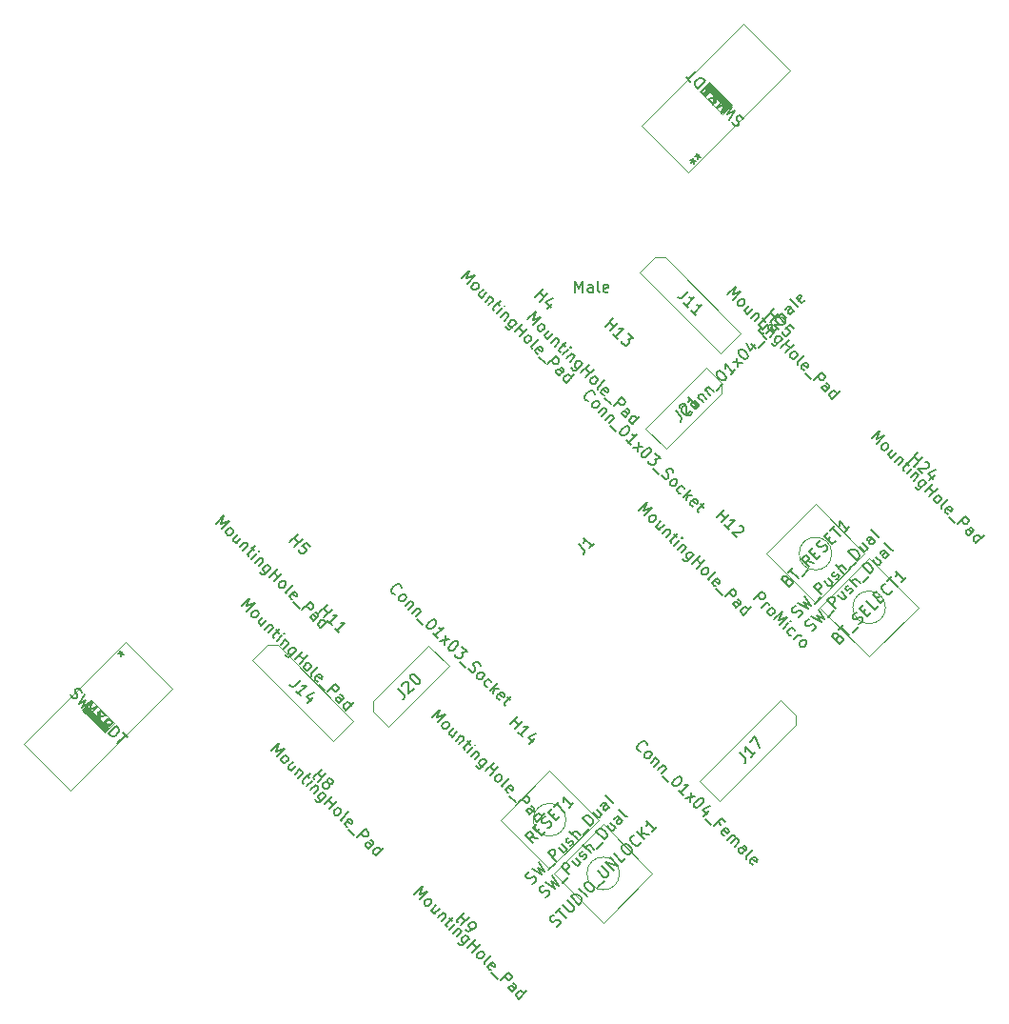
<source format=gbr>
G04 #@! TF.GenerationSoftware,KiCad,Pcbnew,9.0.2*
G04 #@! TF.CreationDate,2025-09-26T14:23:16-04:00*
G04 #@! TF.ProjectId,Trackball,54726163-6b62-4616-9c6c-2e6b69636164,rev?*
G04 #@! TF.SameCoordinates,Original*
G04 #@! TF.FileFunction,AssemblyDrawing,Top*
%FSLAX46Y46*%
G04 Gerber Fmt 4.6, Leading zero omitted, Abs format (unit mm)*
G04 Created by KiCad (PCBNEW 9.0.2) date 2025-09-26 14:23:16*
%MOMM*%
%LPD*%
G01*
G04 APERTURE LIST*
%ADD10C,0.150000*%
%ADD11C,0.100000*%
%ADD12C,0.000000*%
%ADD13C,0.025400*%
G04 APERTURE END LIST*
D10*
X108576809Y-77962875D02*
X108576809Y-78030218D01*
X108576809Y-78030218D02*
X108509466Y-78164905D01*
X108509466Y-78164905D02*
X108442122Y-78232249D01*
X108442122Y-78232249D02*
X108307435Y-78299592D01*
X108307435Y-78299592D02*
X108172748Y-78299592D01*
X108172748Y-78299592D02*
X108071733Y-78265921D01*
X108071733Y-78265921D02*
X107903374Y-78164905D01*
X107903374Y-78164905D02*
X107802359Y-78063890D01*
X107802359Y-78063890D02*
X107701344Y-77895531D01*
X107701344Y-77895531D02*
X107667672Y-77794516D01*
X107667672Y-77794516D02*
X107667672Y-77659829D01*
X107667672Y-77659829D02*
X107735016Y-77525142D01*
X107735016Y-77525142D02*
X107802359Y-77457799D01*
X107802359Y-77457799D02*
X107937046Y-77390455D01*
X107937046Y-77390455D02*
X108004390Y-77390455D01*
X109048214Y-77626157D02*
X108947199Y-77659829D01*
X108947199Y-77659829D02*
X108879855Y-77659829D01*
X108879855Y-77659829D02*
X108778840Y-77626157D01*
X108778840Y-77626157D02*
X108576809Y-77424127D01*
X108576809Y-77424127D02*
X108543138Y-77323112D01*
X108543138Y-77323112D02*
X108543138Y-77255768D01*
X108543138Y-77255768D02*
X108576809Y-77154753D01*
X108576809Y-77154753D02*
X108677825Y-77053738D01*
X108677825Y-77053738D02*
X108778840Y-77020066D01*
X108778840Y-77020066D02*
X108846183Y-77020066D01*
X108846183Y-77020066D02*
X108947199Y-77053738D01*
X108947199Y-77053738D02*
X109149229Y-77255768D01*
X109149229Y-77255768D02*
X109182901Y-77356783D01*
X109182901Y-77356783D02*
X109182901Y-77424127D01*
X109182901Y-77424127D02*
X109149229Y-77525142D01*
X109149229Y-77525142D02*
X109048214Y-77626157D01*
X109115557Y-76616005D02*
X109586962Y-77087409D01*
X109182901Y-76683348D02*
X109182901Y-76616005D01*
X109182901Y-76616005D02*
X109216573Y-76514989D01*
X109216573Y-76514989D02*
X109317588Y-76413974D01*
X109317588Y-76413974D02*
X109418603Y-76380302D01*
X109418603Y-76380302D02*
X109519619Y-76413974D01*
X109519619Y-76413974D02*
X109890008Y-76784363D01*
X109755321Y-75976241D02*
X110226725Y-76447646D01*
X109822664Y-76043585D02*
X109822664Y-75976241D01*
X109822664Y-75976241D02*
X109856336Y-75875226D01*
X109856336Y-75875226D02*
X109957351Y-75774211D01*
X109957351Y-75774211D02*
X110058367Y-75740539D01*
X110058367Y-75740539D02*
X110159382Y-75774211D01*
X110159382Y-75774211D02*
X110529771Y-76144600D01*
X110765473Y-76043585D02*
X111304221Y-75504837D01*
X110832817Y-74427341D02*
X110900161Y-74359997D01*
X110900161Y-74359997D02*
X111001176Y-74326325D01*
X111001176Y-74326325D02*
X111068519Y-74326325D01*
X111068519Y-74326325D02*
X111169535Y-74359997D01*
X111169535Y-74359997D02*
X111337893Y-74461012D01*
X111337893Y-74461012D02*
X111506252Y-74629371D01*
X111506252Y-74629371D02*
X111607267Y-74797730D01*
X111607267Y-74797730D02*
X111640939Y-74898745D01*
X111640939Y-74898745D02*
X111640939Y-74966089D01*
X111640939Y-74966089D02*
X111607267Y-75067104D01*
X111607267Y-75067104D02*
X111539924Y-75134447D01*
X111539924Y-75134447D02*
X111438909Y-75168119D01*
X111438909Y-75168119D02*
X111371565Y-75168119D01*
X111371565Y-75168119D02*
X111270550Y-75134447D01*
X111270550Y-75134447D02*
X111102191Y-75033432D01*
X111102191Y-75033432D02*
X110933832Y-74865073D01*
X110933832Y-74865073D02*
X110832817Y-74696715D01*
X110832817Y-74696715D02*
X110799145Y-74595699D01*
X110799145Y-74595699D02*
X110799145Y-74528356D01*
X110799145Y-74528356D02*
X110832817Y-74427341D01*
X112449061Y-74225310D02*
X112045000Y-74629371D01*
X112247031Y-74427341D02*
X111539924Y-73720234D01*
X111539924Y-73720234D02*
X111573596Y-73888593D01*
X111573596Y-73888593D02*
X111573596Y-74023280D01*
X111573596Y-74023280D02*
X111539924Y-74124295D01*
X112684764Y-73989608D02*
X112583748Y-73147814D01*
X112213359Y-73518203D02*
X113055153Y-73619218D01*
X112752107Y-72508051D02*
X112819451Y-72440707D01*
X112819451Y-72440707D02*
X112920466Y-72407035D01*
X112920466Y-72407035D02*
X112987809Y-72407035D01*
X112987809Y-72407035D02*
X113088825Y-72440707D01*
X113088825Y-72440707D02*
X113257183Y-72541722D01*
X113257183Y-72541722D02*
X113425542Y-72710081D01*
X113425542Y-72710081D02*
X113526557Y-72878440D01*
X113526557Y-72878440D02*
X113560229Y-72979455D01*
X113560229Y-72979455D02*
X113560229Y-73046799D01*
X113560229Y-73046799D02*
X113526557Y-73147814D01*
X113526557Y-73147814D02*
X113459214Y-73215157D01*
X113459214Y-73215157D02*
X113358199Y-73248829D01*
X113358199Y-73248829D02*
X113290855Y-73248829D01*
X113290855Y-73248829D02*
X113189840Y-73215157D01*
X113189840Y-73215157D02*
X113021481Y-73114142D01*
X113021481Y-73114142D02*
X112853122Y-72945783D01*
X112853122Y-72945783D02*
X112752107Y-72777425D01*
X112752107Y-72777425D02*
X112718435Y-72676409D01*
X112718435Y-72676409D02*
X112718435Y-72609066D01*
X112718435Y-72609066D02*
X112752107Y-72508051D01*
X113829603Y-71901959D02*
X114301008Y-72373364D01*
X113391870Y-71800944D02*
X113728588Y-72474379D01*
X113728588Y-72474379D02*
X114166321Y-72036646D01*
X114570382Y-72238676D02*
X115109130Y-71699928D01*
X115075458Y-70858134D02*
X114839756Y-71093837D01*
X115210145Y-71464226D02*
X114503038Y-70757119D01*
X114503038Y-70757119D02*
X114839756Y-70420402D01*
X116051939Y-70555089D02*
X116018267Y-70656104D01*
X116018267Y-70656104D02*
X115883580Y-70790791D01*
X115883580Y-70790791D02*
X115782565Y-70824463D01*
X115782565Y-70824463D02*
X115681550Y-70790791D01*
X115681550Y-70790791D02*
X115412176Y-70521417D01*
X115412176Y-70521417D02*
X115378504Y-70420402D01*
X115378504Y-70420402D02*
X115412176Y-70319386D01*
X115412176Y-70319386D02*
X115546863Y-70184699D01*
X115546863Y-70184699D02*
X115647878Y-70151028D01*
X115647878Y-70151028D02*
X115748893Y-70184699D01*
X115748893Y-70184699D02*
X115816237Y-70252043D01*
X115816237Y-70252043D02*
X115546863Y-70656104D01*
X116422329Y-70252043D02*
X115950924Y-69780638D01*
X116018267Y-69847982D02*
X116018267Y-69780638D01*
X116018267Y-69780638D02*
X116051939Y-69679623D01*
X116051939Y-69679623D02*
X116152954Y-69578608D01*
X116152954Y-69578608D02*
X116253970Y-69544936D01*
X116253970Y-69544936D02*
X116354985Y-69578608D01*
X116354985Y-69578608D02*
X116725374Y-69948997D01*
X116354985Y-69578608D02*
X116321313Y-69477592D01*
X116321313Y-69477592D02*
X116354985Y-69376577D01*
X116354985Y-69376577D02*
X116456000Y-69275562D01*
X116456000Y-69275562D02*
X116557016Y-69241890D01*
X116557016Y-69241890D02*
X116658031Y-69275562D01*
X116658031Y-69275562D02*
X117028420Y-69645951D01*
X117668183Y-69006188D02*
X117297794Y-68635799D01*
X117297794Y-68635799D02*
X117196779Y-68602127D01*
X117196779Y-68602127D02*
X117095763Y-68635799D01*
X117095763Y-68635799D02*
X116961076Y-68770486D01*
X116961076Y-68770486D02*
X116927405Y-68871501D01*
X117634511Y-68972516D02*
X117600840Y-69073532D01*
X117600840Y-69073532D02*
X117432481Y-69241890D01*
X117432481Y-69241890D02*
X117331466Y-69275562D01*
X117331466Y-69275562D02*
X117230450Y-69241890D01*
X117230450Y-69241890D02*
X117163107Y-69174547D01*
X117163107Y-69174547D02*
X117129435Y-69073532D01*
X117129435Y-69073532D02*
X117163107Y-68972516D01*
X117163107Y-68972516D02*
X117331466Y-68804158D01*
X117331466Y-68804158D02*
X117365137Y-68703142D01*
X118105916Y-68568455D02*
X118004901Y-68602127D01*
X118004901Y-68602127D02*
X117903885Y-68568455D01*
X117903885Y-68568455D02*
X117297794Y-67962364D01*
X118610993Y-67996035D02*
X118577321Y-68097050D01*
X118577321Y-68097050D02*
X118442634Y-68231737D01*
X118442634Y-68231737D02*
X118341619Y-68265409D01*
X118341619Y-68265409D02*
X118240603Y-68231737D01*
X118240603Y-68231737D02*
X117971229Y-67962363D01*
X117971229Y-67962363D02*
X117937557Y-67861348D01*
X117937557Y-67861348D02*
X117971229Y-67760333D01*
X117971229Y-67760333D02*
X118105916Y-67625646D01*
X118105916Y-67625646D02*
X118206932Y-67591974D01*
X118206932Y-67591974D02*
X118307947Y-67625646D01*
X118307947Y-67625646D02*
X118375290Y-67692989D01*
X118375290Y-67692989D02*
X118105916Y-68097050D01*
X108281092Y-67299705D02*
X107776016Y-67804781D01*
X107776016Y-67804781D02*
X107641329Y-67872125D01*
X107641329Y-67872125D02*
X107506642Y-67872125D01*
X107506642Y-67872125D02*
X107371955Y-67804781D01*
X107371955Y-67804781D02*
X107304611Y-67737438D01*
X108281092Y-68713919D02*
X107877031Y-68309858D01*
X108079062Y-68511888D02*
X108786169Y-67804781D01*
X108786169Y-67804781D02*
X108617810Y-67838453D01*
X108617810Y-67838453D02*
X108483123Y-67838453D01*
X108483123Y-67838453D02*
X108382108Y-67804781D01*
X108954527Y-69387354D02*
X108550466Y-68983293D01*
X108752497Y-69185323D02*
X109459604Y-68478216D01*
X109459604Y-68478216D02*
X109291245Y-68511888D01*
X109291245Y-68511888D02*
X109156558Y-68511888D01*
X109156558Y-68511888D02*
X109055543Y-68478216D01*
X73796908Y-101783888D02*
X73291832Y-102288964D01*
X73291832Y-102288964D02*
X73157145Y-102356308D01*
X73157145Y-102356308D02*
X73022458Y-102356308D01*
X73022458Y-102356308D02*
X72887771Y-102288964D01*
X72887771Y-102288964D02*
X72820427Y-102221621D01*
X73796908Y-103198102D02*
X73392847Y-102794041D01*
X73594878Y-102996071D02*
X74301985Y-102288964D01*
X74301985Y-102288964D02*
X74133626Y-102322636D01*
X74133626Y-102322636D02*
X73998939Y-102322636D01*
X73998939Y-102322636D02*
X73897924Y-102288964D01*
X74874404Y-103332789D02*
X74403000Y-103804193D01*
X74975420Y-102895056D02*
X74301985Y-103231773D01*
X74301985Y-103231773D02*
X74739717Y-103669506D01*
X124570070Y-80313365D02*
X125277177Y-79606259D01*
X125277177Y-79606259D02*
X125007803Y-80347037D01*
X125007803Y-80347037D02*
X125748581Y-80077663D01*
X125748581Y-80077663D02*
X125041475Y-80784770D01*
X125479207Y-81222502D02*
X125445535Y-81121487D01*
X125445535Y-81121487D02*
X125445535Y-81054144D01*
X125445535Y-81054144D02*
X125479207Y-80953128D01*
X125479207Y-80953128D02*
X125681238Y-80751098D01*
X125681238Y-80751098D02*
X125782253Y-80717426D01*
X125782253Y-80717426D02*
X125849596Y-80717426D01*
X125849596Y-80717426D02*
X125950612Y-80751098D01*
X125950612Y-80751098D02*
X126051627Y-80852113D01*
X126051627Y-80852113D02*
X126085299Y-80953128D01*
X126085299Y-80953128D02*
X126085299Y-81020472D01*
X126085299Y-81020472D02*
X126051627Y-81121487D01*
X126051627Y-81121487D02*
X125849596Y-81323518D01*
X125849596Y-81323518D02*
X125748581Y-81357189D01*
X125748581Y-81357189D02*
X125681238Y-81357189D01*
X125681238Y-81357189D02*
X125580222Y-81323518D01*
X125580222Y-81323518D02*
X125479207Y-81222502D01*
X126792406Y-81592892D02*
X126321001Y-82064296D01*
X126489360Y-81289846D02*
X126118971Y-81660235D01*
X126118971Y-81660235D02*
X126085299Y-81761251D01*
X126085299Y-81761251D02*
X126118971Y-81862266D01*
X126118971Y-81862266D02*
X126219986Y-81963281D01*
X126219986Y-81963281D02*
X126321001Y-81996953D01*
X126321001Y-81996953D02*
X126388345Y-81996953D01*
X127129123Y-81929609D02*
X126657719Y-82401014D01*
X127061780Y-81996953D02*
X127129123Y-81996953D01*
X127129123Y-81996953D02*
X127230138Y-82030625D01*
X127230138Y-82030625D02*
X127331154Y-82131640D01*
X127331154Y-82131640D02*
X127364825Y-82232655D01*
X127364825Y-82232655D02*
X127331154Y-82333670D01*
X127331154Y-82333670D02*
X126960764Y-82704060D01*
X127667871Y-82468357D02*
X127937245Y-82737732D01*
X128004589Y-82333670D02*
X127398497Y-82939762D01*
X127398497Y-82939762D02*
X127364826Y-83040777D01*
X127364826Y-83040777D02*
X127398497Y-83141793D01*
X127398497Y-83141793D02*
X127465841Y-83209136D01*
X127701543Y-83444839D02*
X128172948Y-82973434D01*
X128408650Y-82737732D02*
X128341307Y-82737732D01*
X128341307Y-82737732D02*
X128341307Y-82805075D01*
X128341307Y-82805075D02*
X128408650Y-82805075D01*
X128408650Y-82805075D02*
X128408650Y-82737732D01*
X128408650Y-82737732D02*
X128341307Y-82805075D01*
X128509665Y-83310151D02*
X128038260Y-83781556D01*
X128442322Y-83377495D02*
X128509665Y-83377495D01*
X128509665Y-83377495D02*
X128610680Y-83411166D01*
X128610680Y-83411166D02*
X128711696Y-83512182D01*
X128711696Y-83512182D02*
X128745367Y-83613197D01*
X128745367Y-83613197D02*
X128711696Y-83714212D01*
X128711696Y-83714212D02*
X128341306Y-84084602D01*
X129452474Y-84252960D02*
X128880054Y-84825380D01*
X128880054Y-84825380D02*
X128779039Y-84859052D01*
X128779039Y-84859052D02*
X128711696Y-84859052D01*
X128711696Y-84859052D02*
X128610680Y-84825380D01*
X128610680Y-84825380D02*
X128509665Y-84724365D01*
X128509665Y-84724365D02*
X128475993Y-84623350D01*
X129014741Y-84690693D02*
X128913726Y-84657021D01*
X128913726Y-84657021D02*
X128779039Y-84522334D01*
X128779039Y-84522334D02*
X128745367Y-84421319D01*
X128745367Y-84421319D02*
X128745367Y-84353976D01*
X128745367Y-84353976D02*
X128779039Y-84252960D01*
X128779039Y-84252960D02*
X128981070Y-84050930D01*
X128981070Y-84050930D02*
X129082085Y-84017258D01*
X129082085Y-84017258D02*
X129149428Y-84017258D01*
X129149428Y-84017258D02*
X129250444Y-84050930D01*
X129250444Y-84050930D02*
X129385131Y-84185617D01*
X129385131Y-84185617D02*
X129418802Y-84286632D01*
X129317787Y-85061082D02*
X130024894Y-84353976D01*
X129688176Y-84690693D02*
X130092237Y-85094754D01*
X129721848Y-85465143D02*
X130428955Y-84758037D01*
X130159581Y-85902876D02*
X130125909Y-85801861D01*
X130125909Y-85801861D02*
X130125909Y-85734517D01*
X130125909Y-85734517D02*
X130159581Y-85633502D01*
X130159581Y-85633502D02*
X130361611Y-85431472D01*
X130361611Y-85431472D02*
X130462627Y-85397800D01*
X130462627Y-85397800D02*
X130529970Y-85397800D01*
X130529970Y-85397800D02*
X130630985Y-85431472D01*
X130630985Y-85431472D02*
X130732001Y-85532487D01*
X130732001Y-85532487D02*
X130765672Y-85633502D01*
X130765672Y-85633502D02*
X130765672Y-85700846D01*
X130765672Y-85700846D02*
X130732001Y-85801861D01*
X130732001Y-85801861D02*
X130529970Y-86003891D01*
X130529970Y-86003891D02*
X130428955Y-86037563D01*
X130428955Y-86037563D02*
X130361611Y-86037563D01*
X130361611Y-86037563D02*
X130260596Y-86003891D01*
X130260596Y-86003891D02*
X130159581Y-85902876D01*
X130799344Y-86542640D02*
X130765673Y-86441624D01*
X130765673Y-86441624D02*
X130799344Y-86340609D01*
X130799344Y-86340609D02*
X131405436Y-85734518D01*
X131371764Y-87047716D02*
X131270749Y-87014044D01*
X131270749Y-87014044D02*
X131136062Y-86879357D01*
X131136062Y-86879357D02*
X131102390Y-86778342D01*
X131102390Y-86778342D02*
X131136062Y-86677327D01*
X131136062Y-86677327D02*
X131405436Y-86407953D01*
X131405436Y-86407953D02*
X131506451Y-86374281D01*
X131506451Y-86374281D02*
X131607467Y-86407953D01*
X131607467Y-86407953D02*
X131742154Y-86542640D01*
X131742154Y-86542640D02*
X131775825Y-86643655D01*
X131775825Y-86643655D02*
X131742154Y-86744670D01*
X131742154Y-86744670D02*
X131674810Y-86812014D01*
X131674810Y-86812014D02*
X131270749Y-86542640D01*
X131439108Y-87317090D02*
X131977856Y-87855838D01*
X132213558Y-87956854D02*
X132920665Y-87249747D01*
X132920665Y-87249747D02*
X133190039Y-87519121D01*
X133190039Y-87519121D02*
X133223711Y-87620136D01*
X133223711Y-87620136D02*
X133223711Y-87687480D01*
X133223711Y-87687480D02*
X133190039Y-87788495D01*
X133190039Y-87788495D02*
X133089024Y-87889510D01*
X133089024Y-87889510D02*
X132988009Y-87923182D01*
X132988009Y-87923182D02*
X132920665Y-87923182D01*
X132920665Y-87923182D02*
X132819650Y-87889510D01*
X132819650Y-87889510D02*
X132550276Y-87620136D01*
X133223711Y-88967006D02*
X133594100Y-88596617D01*
X133594100Y-88596617D02*
X133627772Y-88495602D01*
X133627772Y-88495602D02*
X133594100Y-88394586D01*
X133594100Y-88394586D02*
X133459413Y-88259899D01*
X133459413Y-88259899D02*
X133358398Y-88226228D01*
X133257383Y-88933335D02*
X133156367Y-88899663D01*
X133156367Y-88899663D02*
X132988009Y-88731304D01*
X132988009Y-88731304D02*
X132954337Y-88630289D01*
X132954337Y-88630289D02*
X132988009Y-88529273D01*
X132988009Y-88529273D02*
X133055352Y-88461930D01*
X133055352Y-88461930D02*
X133156367Y-88428258D01*
X133156367Y-88428258D02*
X133257383Y-88461930D01*
X133257383Y-88461930D02*
X133425742Y-88630289D01*
X133425742Y-88630289D02*
X133526757Y-88663961D01*
X133863474Y-89606770D02*
X134570581Y-88899663D01*
X133897146Y-89573098D02*
X133796131Y-89539426D01*
X133796131Y-89539426D02*
X133661444Y-89404739D01*
X133661444Y-89404739D02*
X133627772Y-89303724D01*
X133627772Y-89303724D02*
X133627772Y-89236380D01*
X133627772Y-89236380D02*
X133661444Y-89135365D01*
X133661444Y-89135365D02*
X133863474Y-88933335D01*
X133863474Y-88933335D02*
X133964490Y-88899663D01*
X133964490Y-88899663D02*
X134031833Y-88899663D01*
X134031833Y-88899663D02*
X134132848Y-88933335D01*
X134132848Y-88933335D02*
X134267535Y-89068022D01*
X134267535Y-89068022D02*
X134301207Y-89169037D01*
X127987754Y-82316835D02*
X128694860Y-81609728D01*
X128358143Y-81946446D02*
X128762204Y-82350507D01*
X128391815Y-82720896D02*
X129098921Y-82013789D01*
X129334624Y-82384178D02*
X129401967Y-82384178D01*
X129401967Y-82384178D02*
X129502982Y-82417850D01*
X129502982Y-82417850D02*
X129671341Y-82586209D01*
X129671341Y-82586209D02*
X129705013Y-82687224D01*
X129705013Y-82687224D02*
X129705013Y-82754568D01*
X129705013Y-82754568D02*
X129671341Y-82855583D01*
X129671341Y-82855583D02*
X129603998Y-82922926D01*
X129603998Y-82922926D02*
X129469311Y-82990270D01*
X129469311Y-82990270D02*
X128661189Y-82990270D01*
X128661189Y-82990270D02*
X129098921Y-83428003D01*
X130176418Y-83562690D02*
X129705013Y-84034094D01*
X130277433Y-83124957D02*
X129603998Y-83461674D01*
X129603998Y-83461674D02*
X130041731Y-83899407D01*
X53299937Y-103108770D02*
X53367280Y-103243457D01*
X53367280Y-103243457D02*
X53535639Y-103411816D01*
X53535639Y-103411816D02*
X53636654Y-103445487D01*
X53636654Y-103445487D02*
X53703998Y-103445487D01*
X53703998Y-103445487D02*
X53805013Y-103411816D01*
X53805013Y-103411816D02*
X53872357Y-103344472D01*
X53872357Y-103344472D02*
X53906029Y-103243457D01*
X53906029Y-103243457D02*
X53906029Y-103176113D01*
X53906029Y-103176113D02*
X53872357Y-103075098D01*
X53872357Y-103075098D02*
X53771341Y-102906739D01*
X53771341Y-102906739D02*
X53737670Y-102805724D01*
X53737670Y-102805724D02*
X53737670Y-102738380D01*
X53737670Y-102738380D02*
X53771341Y-102637365D01*
X53771341Y-102637365D02*
X53838685Y-102570022D01*
X53838685Y-102570022D02*
X53939700Y-102536350D01*
X53939700Y-102536350D02*
X54007044Y-102536350D01*
X54007044Y-102536350D02*
X54108059Y-102570022D01*
X54108059Y-102570022D02*
X54276418Y-102738380D01*
X54276418Y-102738380D02*
X54343761Y-102873067D01*
X54613135Y-103075098D02*
X54074387Y-103950564D01*
X54074387Y-103950564D02*
X54714151Y-103580174D01*
X54714151Y-103580174D02*
X54343761Y-104219938D01*
X54343761Y-104219938D02*
X55219227Y-103681190D01*
X54545792Y-104556655D02*
X55084540Y-105095403D01*
X55320242Y-105129075D02*
X55387586Y-105263762D01*
X55387586Y-105263762D02*
X55555944Y-105432121D01*
X55555944Y-105432121D02*
X55656960Y-105465792D01*
X55656960Y-105465792D02*
X55724303Y-105465792D01*
X55724303Y-105465792D02*
X55825318Y-105432121D01*
X55825318Y-105432121D02*
X55892662Y-105364777D01*
X55892662Y-105364777D02*
X55926334Y-105263762D01*
X55926334Y-105263762D02*
X55926334Y-105196418D01*
X55926334Y-105196418D02*
X55892662Y-105095403D01*
X55892662Y-105095403D02*
X55791647Y-104927044D01*
X55791647Y-104927044D02*
X55757975Y-104826029D01*
X55757975Y-104826029D02*
X55757975Y-104758686D01*
X55757975Y-104758686D02*
X55791647Y-104657670D01*
X55791647Y-104657670D02*
X55858990Y-104590327D01*
X55858990Y-104590327D02*
X55960005Y-104556655D01*
X55960005Y-104556655D02*
X56027349Y-104556655D01*
X56027349Y-104556655D02*
X56128364Y-104590327D01*
X56128364Y-104590327D02*
X56296723Y-104758686D01*
X56296723Y-104758686D02*
X56364066Y-104893373D01*
X55993677Y-105869853D02*
X56700784Y-105162747D01*
X56700784Y-105162747D02*
X56970158Y-105432121D01*
X56970158Y-105432121D02*
X57003830Y-105533136D01*
X57003830Y-105533136D02*
X57003830Y-105600479D01*
X57003830Y-105600479D02*
X56970158Y-105701495D01*
X56970158Y-105701495D02*
X56869143Y-105802510D01*
X56869143Y-105802510D02*
X56768128Y-105836182D01*
X56768128Y-105836182D02*
X56700784Y-105836182D01*
X56700784Y-105836182D02*
X56599769Y-105802510D01*
X56599769Y-105802510D02*
X56330395Y-105533136D01*
X56700784Y-106576960D02*
X57407891Y-105869853D01*
X57407891Y-105869853D02*
X57576250Y-106038212D01*
X57576250Y-106038212D02*
X57643593Y-106172899D01*
X57643593Y-106172899D02*
X57643593Y-106307586D01*
X57643593Y-106307586D02*
X57609921Y-106408602D01*
X57609921Y-106408602D02*
X57508906Y-106576960D01*
X57508906Y-106576960D02*
X57407891Y-106677976D01*
X57407891Y-106677976D02*
X57239532Y-106778991D01*
X57239532Y-106778991D02*
X57138517Y-106812663D01*
X57138517Y-106812663D02*
X57003830Y-106812663D01*
X57003830Y-106812663D02*
X56869143Y-106745319D01*
X56869143Y-106745319D02*
X56700784Y-106576960D01*
X58013982Y-106475945D02*
X58418043Y-106880006D01*
X57508906Y-107385082D02*
X58216013Y-106677976D01*
X54545792Y-104421968D02*
X55252899Y-103714861D01*
X55252899Y-103714861D02*
X54983525Y-104455640D01*
X54983525Y-104455640D02*
X55724303Y-104186266D01*
X55724303Y-104186266D02*
X55017196Y-104893373D01*
X55993677Y-104455640D02*
X55757975Y-105634151D01*
X56465082Y-104927044D02*
X55286570Y-105162747D01*
X56801799Y-105735166D02*
X56330395Y-106206571D01*
X56902814Y-105297434D02*
X56229379Y-105634151D01*
X56229379Y-105634151D02*
X56667112Y-106071884D01*
X57976047Y-99253806D02*
X57807688Y-99422164D01*
X57706673Y-99186462D02*
X57807688Y-99422164D01*
X57807688Y-99422164D02*
X58043390Y-99523180D01*
X57571986Y-99455836D02*
X57807688Y-99422164D01*
X57807688Y-99422164D02*
X57774016Y-99657867D01*
X57976047Y-99253806D02*
X57807688Y-99422164D01*
X57706673Y-99186462D02*
X57807688Y-99422164D01*
X57807688Y-99422164D02*
X58043390Y-99523180D01*
X57571986Y-99455836D02*
X57807688Y-99422164D01*
X57807688Y-99422164D02*
X57774016Y-99657867D01*
X93987702Y-69742118D02*
X94694809Y-69035012D01*
X94694809Y-69035012D02*
X94425435Y-69775790D01*
X94425435Y-69775790D02*
X95166213Y-69506416D01*
X95166213Y-69506416D02*
X94459107Y-70213523D01*
X94896839Y-70651255D02*
X94863167Y-70550240D01*
X94863167Y-70550240D02*
X94863167Y-70482897D01*
X94863167Y-70482897D02*
X94896839Y-70381881D01*
X94896839Y-70381881D02*
X95098870Y-70179851D01*
X95098870Y-70179851D02*
X95199885Y-70146179D01*
X95199885Y-70146179D02*
X95267228Y-70146179D01*
X95267228Y-70146179D02*
X95368244Y-70179851D01*
X95368244Y-70179851D02*
X95469259Y-70280866D01*
X95469259Y-70280866D02*
X95502931Y-70381881D01*
X95502931Y-70381881D02*
X95502931Y-70449225D01*
X95502931Y-70449225D02*
X95469259Y-70550240D01*
X95469259Y-70550240D02*
X95267228Y-70752271D01*
X95267228Y-70752271D02*
X95166213Y-70785942D01*
X95166213Y-70785942D02*
X95098870Y-70785942D01*
X95098870Y-70785942D02*
X94997854Y-70752271D01*
X94997854Y-70752271D02*
X94896839Y-70651255D01*
X96210038Y-71021645D02*
X95738633Y-71493049D01*
X95906992Y-70718599D02*
X95536603Y-71088988D01*
X95536603Y-71088988D02*
X95502931Y-71190004D01*
X95502931Y-71190004D02*
X95536603Y-71291019D01*
X95536603Y-71291019D02*
X95637618Y-71392034D01*
X95637618Y-71392034D02*
X95738633Y-71425706D01*
X95738633Y-71425706D02*
X95805977Y-71425706D01*
X96546755Y-71358362D02*
X96075351Y-71829767D01*
X96479412Y-71425706D02*
X96546755Y-71425706D01*
X96546755Y-71425706D02*
X96647770Y-71459378D01*
X96647770Y-71459378D02*
X96748786Y-71560393D01*
X96748786Y-71560393D02*
X96782457Y-71661408D01*
X96782457Y-71661408D02*
X96748786Y-71762423D01*
X96748786Y-71762423D02*
X96378396Y-72132813D01*
X97085503Y-71897110D02*
X97354877Y-72166485D01*
X97422221Y-71762423D02*
X96816129Y-72368515D01*
X96816129Y-72368515D02*
X96782458Y-72469530D01*
X96782458Y-72469530D02*
X96816129Y-72570546D01*
X96816129Y-72570546D02*
X96883473Y-72637889D01*
X97119175Y-72873592D02*
X97590580Y-72402187D01*
X97826282Y-72166485D02*
X97758939Y-72166485D01*
X97758939Y-72166485D02*
X97758939Y-72233828D01*
X97758939Y-72233828D02*
X97826282Y-72233828D01*
X97826282Y-72233828D02*
X97826282Y-72166485D01*
X97826282Y-72166485D02*
X97758939Y-72233828D01*
X97927297Y-72738904D02*
X97455892Y-73210309D01*
X97859954Y-72806248D02*
X97927297Y-72806248D01*
X97927297Y-72806248D02*
X98028312Y-72839919D01*
X98028312Y-72839919D02*
X98129328Y-72940935D01*
X98129328Y-72940935D02*
X98162999Y-73041950D01*
X98162999Y-73041950D02*
X98129328Y-73142965D01*
X98129328Y-73142965D02*
X97758938Y-73513355D01*
X98870106Y-73681713D02*
X98297686Y-74254133D01*
X98297686Y-74254133D02*
X98196671Y-74287805D01*
X98196671Y-74287805D02*
X98129328Y-74287805D01*
X98129328Y-74287805D02*
X98028312Y-74254133D01*
X98028312Y-74254133D02*
X97927297Y-74153118D01*
X97927297Y-74153118D02*
X97893625Y-74052103D01*
X98432373Y-74119446D02*
X98331358Y-74085774D01*
X98331358Y-74085774D02*
X98196671Y-73951087D01*
X98196671Y-73951087D02*
X98162999Y-73850072D01*
X98162999Y-73850072D02*
X98162999Y-73782729D01*
X98162999Y-73782729D02*
X98196671Y-73681713D01*
X98196671Y-73681713D02*
X98398702Y-73479683D01*
X98398702Y-73479683D02*
X98499717Y-73446011D01*
X98499717Y-73446011D02*
X98567060Y-73446011D01*
X98567060Y-73446011D02*
X98668076Y-73479683D01*
X98668076Y-73479683D02*
X98802763Y-73614370D01*
X98802763Y-73614370D02*
X98836434Y-73715385D01*
X98735419Y-74489835D02*
X99442526Y-73782729D01*
X99105808Y-74119446D02*
X99509869Y-74523507D01*
X99139480Y-74893896D02*
X99846587Y-74186790D01*
X99577213Y-75331629D02*
X99543541Y-75230614D01*
X99543541Y-75230614D02*
X99543541Y-75163270D01*
X99543541Y-75163270D02*
X99577213Y-75062255D01*
X99577213Y-75062255D02*
X99779243Y-74860225D01*
X99779243Y-74860225D02*
X99880259Y-74826553D01*
X99880259Y-74826553D02*
X99947602Y-74826553D01*
X99947602Y-74826553D02*
X100048617Y-74860225D01*
X100048617Y-74860225D02*
X100149633Y-74961240D01*
X100149633Y-74961240D02*
X100183304Y-75062255D01*
X100183304Y-75062255D02*
X100183304Y-75129599D01*
X100183304Y-75129599D02*
X100149633Y-75230614D01*
X100149633Y-75230614D02*
X99947602Y-75432644D01*
X99947602Y-75432644D02*
X99846587Y-75466316D01*
X99846587Y-75466316D02*
X99779243Y-75466316D01*
X99779243Y-75466316D02*
X99678228Y-75432644D01*
X99678228Y-75432644D02*
X99577213Y-75331629D01*
X100216976Y-75971393D02*
X100183305Y-75870377D01*
X100183305Y-75870377D02*
X100216976Y-75769362D01*
X100216976Y-75769362D02*
X100823068Y-75163271D01*
X100789396Y-76476469D02*
X100688381Y-76442797D01*
X100688381Y-76442797D02*
X100553694Y-76308110D01*
X100553694Y-76308110D02*
X100520022Y-76207095D01*
X100520022Y-76207095D02*
X100553694Y-76106080D01*
X100553694Y-76106080D02*
X100823068Y-75836706D01*
X100823068Y-75836706D02*
X100924083Y-75803034D01*
X100924083Y-75803034D02*
X101025099Y-75836706D01*
X101025099Y-75836706D02*
X101159786Y-75971393D01*
X101159786Y-75971393D02*
X101193457Y-76072408D01*
X101193457Y-76072408D02*
X101159786Y-76173423D01*
X101159786Y-76173423D02*
X101092442Y-76240767D01*
X101092442Y-76240767D02*
X100688381Y-75971393D01*
X100856740Y-76745843D02*
X101395488Y-77284591D01*
X101631190Y-77385607D02*
X102338297Y-76678500D01*
X102338297Y-76678500D02*
X102607671Y-76947874D01*
X102607671Y-76947874D02*
X102641343Y-77048889D01*
X102641343Y-77048889D02*
X102641343Y-77116233D01*
X102641343Y-77116233D02*
X102607671Y-77217248D01*
X102607671Y-77217248D02*
X102506656Y-77318263D01*
X102506656Y-77318263D02*
X102405641Y-77351935D01*
X102405641Y-77351935D02*
X102338297Y-77351935D01*
X102338297Y-77351935D02*
X102237282Y-77318263D01*
X102237282Y-77318263D02*
X101967908Y-77048889D01*
X102641343Y-78395759D02*
X103011732Y-78025370D01*
X103011732Y-78025370D02*
X103045404Y-77924355D01*
X103045404Y-77924355D02*
X103011732Y-77823339D01*
X103011732Y-77823339D02*
X102877045Y-77688652D01*
X102877045Y-77688652D02*
X102776030Y-77654981D01*
X102675015Y-78362088D02*
X102573999Y-78328416D01*
X102573999Y-78328416D02*
X102405641Y-78160057D01*
X102405641Y-78160057D02*
X102371969Y-78059042D01*
X102371969Y-78059042D02*
X102405641Y-77958026D01*
X102405641Y-77958026D02*
X102472984Y-77890683D01*
X102472984Y-77890683D02*
X102573999Y-77857011D01*
X102573999Y-77857011D02*
X102675015Y-77890683D01*
X102675015Y-77890683D02*
X102843374Y-78059042D01*
X102843374Y-78059042D02*
X102944389Y-78092714D01*
X103281106Y-79035523D02*
X103988213Y-78328416D01*
X103314778Y-79001851D02*
X103213763Y-78968179D01*
X103213763Y-78968179D02*
X103079076Y-78833492D01*
X103079076Y-78833492D02*
X103045404Y-78732477D01*
X103045404Y-78732477D02*
X103045404Y-78665133D01*
X103045404Y-78665133D02*
X103079076Y-78564118D01*
X103079076Y-78564118D02*
X103281106Y-78362088D01*
X103281106Y-78362088D02*
X103382122Y-78328416D01*
X103382122Y-78328416D02*
X103449465Y-78328416D01*
X103449465Y-78328416D02*
X103550480Y-78362088D01*
X103550480Y-78362088D02*
X103685167Y-78496775D01*
X103685167Y-78496775D02*
X103718839Y-78597790D01*
X100905564Y-70366730D02*
X101612670Y-69659623D01*
X101275953Y-69996341D02*
X101680014Y-70400402D01*
X101309625Y-70770791D02*
X102016731Y-70063684D01*
X102016731Y-71477898D02*
X101612670Y-71073837D01*
X101814701Y-71275867D02*
X102521808Y-70568760D01*
X102521808Y-70568760D02*
X102353449Y-70602432D01*
X102353449Y-70602432D02*
X102218762Y-70602432D01*
X102218762Y-70602432D02*
X102117747Y-70568760D01*
X102959541Y-71006493D02*
X103397273Y-71444226D01*
X103397273Y-71444226D02*
X102892197Y-71477898D01*
X102892197Y-71477898D02*
X102993212Y-71578913D01*
X102993212Y-71578913D02*
X103026884Y-71679928D01*
X103026884Y-71679928D02*
X103026884Y-71747272D01*
X103026884Y-71747272D02*
X102993212Y-71848287D01*
X102993212Y-71848287D02*
X102824853Y-72016646D01*
X102824853Y-72016646D02*
X102723838Y-72050318D01*
X102723838Y-72050318D02*
X102656495Y-72050318D01*
X102656495Y-72050318D02*
X102555479Y-72016646D01*
X102555479Y-72016646D02*
X102353449Y-71814615D01*
X102353449Y-71814615D02*
X102319777Y-71713600D01*
X102319777Y-71713600D02*
X102319777Y-71646256D01*
X82229526Y-94194544D02*
X82162183Y-94194544D01*
X82162183Y-94194544D02*
X82027496Y-94127201D01*
X82027496Y-94127201D02*
X81960152Y-94059857D01*
X81960152Y-94059857D02*
X81892809Y-93925170D01*
X81892809Y-93925170D02*
X81892809Y-93790483D01*
X81892809Y-93790483D02*
X81926480Y-93689468D01*
X81926480Y-93689468D02*
X82027496Y-93521109D01*
X82027496Y-93521109D02*
X82128511Y-93420094D01*
X82128511Y-93420094D02*
X82296870Y-93319079D01*
X82296870Y-93319079D02*
X82397885Y-93285407D01*
X82397885Y-93285407D02*
X82532572Y-93285407D01*
X82532572Y-93285407D02*
X82667259Y-93352750D01*
X82667259Y-93352750D02*
X82734602Y-93420094D01*
X82734602Y-93420094D02*
X82801946Y-93554781D01*
X82801946Y-93554781D02*
X82801946Y-93622124D01*
X82566244Y-94665949D02*
X82532572Y-94564934D01*
X82532572Y-94564934D02*
X82532572Y-94497590D01*
X82532572Y-94497590D02*
X82566244Y-94396575D01*
X82566244Y-94396575D02*
X82768274Y-94194544D01*
X82768274Y-94194544D02*
X82869289Y-94160873D01*
X82869289Y-94160873D02*
X82936633Y-94160873D01*
X82936633Y-94160873D02*
X83037648Y-94194544D01*
X83037648Y-94194544D02*
X83138663Y-94295560D01*
X83138663Y-94295560D02*
X83172335Y-94396575D01*
X83172335Y-94396575D02*
X83172335Y-94463918D01*
X83172335Y-94463918D02*
X83138663Y-94564934D01*
X83138663Y-94564934D02*
X82936633Y-94766964D01*
X82936633Y-94766964D02*
X82835618Y-94800636D01*
X82835618Y-94800636D02*
X82768274Y-94800636D01*
X82768274Y-94800636D02*
X82667259Y-94766964D01*
X82667259Y-94766964D02*
X82566244Y-94665949D01*
X83576396Y-94733292D02*
X83104992Y-95204697D01*
X83509053Y-94800636D02*
X83576396Y-94800636D01*
X83576396Y-94800636D02*
X83677411Y-94834308D01*
X83677411Y-94834308D02*
X83778427Y-94935323D01*
X83778427Y-94935323D02*
X83812098Y-95036338D01*
X83812098Y-95036338D02*
X83778427Y-95137353D01*
X83778427Y-95137353D02*
X83408037Y-95507743D01*
X84216159Y-95373056D02*
X83744755Y-95844460D01*
X84148816Y-95440399D02*
X84216159Y-95440399D01*
X84216159Y-95440399D02*
X84317175Y-95474071D01*
X84317175Y-95474071D02*
X84418190Y-95575086D01*
X84418190Y-95575086D02*
X84451862Y-95676101D01*
X84451862Y-95676101D02*
X84418190Y-95777117D01*
X84418190Y-95777117D02*
X84047801Y-96147506D01*
X84148816Y-96383208D02*
X84687564Y-96921956D01*
X85765060Y-96450552D02*
X85832404Y-96517895D01*
X85832404Y-96517895D02*
X85866076Y-96618911D01*
X85866076Y-96618911D02*
X85866076Y-96686254D01*
X85866076Y-96686254D02*
X85832404Y-96787270D01*
X85832404Y-96787270D02*
X85731389Y-96955628D01*
X85731389Y-96955628D02*
X85563030Y-97123987D01*
X85563030Y-97123987D02*
X85394671Y-97225002D01*
X85394671Y-97225002D02*
X85293656Y-97258674D01*
X85293656Y-97258674D02*
X85226312Y-97258674D01*
X85226312Y-97258674D02*
X85125297Y-97225002D01*
X85125297Y-97225002D02*
X85057954Y-97157659D01*
X85057954Y-97157659D02*
X85024282Y-97056644D01*
X85024282Y-97056644D02*
X85024282Y-96989300D01*
X85024282Y-96989300D02*
X85057954Y-96888285D01*
X85057954Y-96888285D02*
X85158969Y-96719926D01*
X85158969Y-96719926D02*
X85327328Y-96551567D01*
X85327328Y-96551567D02*
X85495686Y-96450552D01*
X85495686Y-96450552D02*
X85596702Y-96416880D01*
X85596702Y-96416880D02*
X85664045Y-96416880D01*
X85664045Y-96416880D02*
X85765060Y-96450552D01*
X85967091Y-98066796D02*
X85563030Y-97662735D01*
X85765060Y-97864766D02*
X86472167Y-97157659D01*
X86472167Y-97157659D02*
X86303808Y-97191331D01*
X86303808Y-97191331D02*
X86169121Y-97191331D01*
X86169121Y-97191331D02*
X86068106Y-97157659D01*
X86202793Y-98302498D02*
X87044587Y-98201483D01*
X86674198Y-97831094D02*
X86573182Y-98672888D01*
X87684350Y-98369842D02*
X87751694Y-98437186D01*
X87751694Y-98437186D02*
X87785366Y-98538201D01*
X87785366Y-98538201D02*
X87785366Y-98605544D01*
X87785366Y-98605544D02*
X87751694Y-98706560D01*
X87751694Y-98706560D02*
X87650679Y-98874918D01*
X87650679Y-98874918D02*
X87482320Y-99043277D01*
X87482320Y-99043277D02*
X87313961Y-99144292D01*
X87313961Y-99144292D02*
X87212946Y-99177964D01*
X87212946Y-99177964D02*
X87145602Y-99177964D01*
X87145602Y-99177964D02*
X87044587Y-99144292D01*
X87044587Y-99144292D02*
X86977244Y-99076949D01*
X86977244Y-99076949D02*
X86943572Y-98975934D01*
X86943572Y-98975934D02*
X86943572Y-98908590D01*
X86943572Y-98908590D02*
X86977244Y-98807575D01*
X86977244Y-98807575D02*
X87078259Y-98639216D01*
X87078259Y-98639216D02*
X87246618Y-98470857D01*
X87246618Y-98470857D02*
X87414976Y-98369842D01*
X87414976Y-98369842D02*
X87515992Y-98336170D01*
X87515992Y-98336170D02*
X87583335Y-98336170D01*
X87583335Y-98336170D02*
X87684350Y-98369842D01*
X88155755Y-98841247D02*
X88593488Y-99278979D01*
X88593488Y-99278979D02*
X88088411Y-99312651D01*
X88088411Y-99312651D02*
X88189427Y-99413666D01*
X88189427Y-99413666D02*
X88223098Y-99514682D01*
X88223098Y-99514682D02*
X88223098Y-99582025D01*
X88223098Y-99582025D02*
X88189427Y-99683040D01*
X88189427Y-99683040D02*
X88021068Y-99851399D01*
X88021068Y-99851399D02*
X87920053Y-99885071D01*
X87920053Y-99885071D02*
X87852709Y-99885071D01*
X87852709Y-99885071D02*
X87751694Y-99851399D01*
X87751694Y-99851399D02*
X87549663Y-99649369D01*
X87549663Y-99649369D02*
X87515992Y-99548353D01*
X87515992Y-99548353D02*
X87515992Y-99481010D01*
X87953724Y-100188117D02*
X88492472Y-100726865D01*
X88728175Y-100760537D02*
X88795518Y-100895224D01*
X88795518Y-100895224D02*
X88963877Y-101063582D01*
X88963877Y-101063582D02*
X89064892Y-101097254D01*
X89064892Y-101097254D02*
X89132236Y-101097254D01*
X89132236Y-101097254D02*
X89233251Y-101063582D01*
X89233251Y-101063582D02*
X89300595Y-100996239D01*
X89300595Y-100996239D02*
X89334266Y-100895224D01*
X89334266Y-100895224D02*
X89334266Y-100827880D01*
X89334266Y-100827880D02*
X89300595Y-100726865D01*
X89300595Y-100726865D02*
X89199579Y-100558506D01*
X89199579Y-100558506D02*
X89165908Y-100457491D01*
X89165908Y-100457491D02*
X89165908Y-100390147D01*
X89165908Y-100390147D02*
X89199579Y-100289132D01*
X89199579Y-100289132D02*
X89266923Y-100221789D01*
X89266923Y-100221789D02*
X89367938Y-100188117D01*
X89367938Y-100188117D02*
X89435282Y-100188117D01*
X89435282Y-100188117D02*
X89536297Y-100221789D01*
X89536297Y-100221789D02*
X89704656Y-100390147D01*
X89704656Y-100390147D02*
X89771999Y-100524834D01*
X89502625Y-101602330D02*
X89468953Y-101501315D01*
X89468953Y-101501315D02*
X89468953Y-101433972D01*
X89468953Y-101433972D02*
X89502625Y-101332956D01*
X89502625Y-101332956D02*
X89704656Y-101130926D01*
X89704656Y-101130926D02*
X89805671Y-101097254D01*
X89805671Y-101097254D02*
X89873014Y-101097254D01*
X89873014Y-101097254D02*
X89974030Y-101130926D01*
X89974030Y-101130926D02*
X90075045Y-101231941D01*
X90075045Y-101231941D02*
X90108717Y-101332956D01*
X90108717Y-101332956D02*
X90108717Y-101400300D01*
X90108717Y-101400300D02*
X90075045Y-101501315D01*
X90075045Y-101501315D02*
X89873014Y-101703346D01*
X89873014Y-101703346D02*
X89771999Y-101737017D01*
X89771999Y-101737017D02*
X89704656Y-101737017D01*
X89704656Y-101737017D02*
X89603640Y-101703346D01*
X89603640Y-101703346D02*
X89502625Y-101602330D01*
X90378091Y-102410453D02*
X90277076Y-102376781D01*
X90277076Y-102376781D02*
X90142389Y-102242094D01*
X90142389Y-102242094D02*
X90108717Y-102141079D01*
X90108717Y-102141079D02*
X90108717Y-102073735D01*
X90108717Y-102073735D02*
X90142389Y-101972720D01*
X90142389Y-101972720D02*
X90344419Y-101770689D01*
X90344419Y-101770689D02*
X90445434Y-101737018D01*
X90445434Y-101737018D02*
X90512778Y-101737018D01*
X90512778Y-101737018D02*
X90613793Y-101770689D01*
X90613793Y-101770689D02*
X90748480Y-101905376D01*
X90748480Y-101905376D02*
X90782152Y-102006392D01*
X90647465Y-102747170D02*
X91354572Y-102040063D01*
X90984182Y-102545140D02*
X90916839Y-103016544D01*
X91388243Y-102545140D02*
X90849495Y-102545140D01*
X91522931Y-103555292D02*
X91421915Y-103521621D01*
X91421915Y-103521621D02*
X91287228Y-103386934D01*
X91287228Y-103386934D02*
X91253557Y-103285918D01*
X91253557Y-103285918D02*
X91287228Y-103184903D01*
X91287228Y-103184903D02*
X91556602Y-102915529D01*
X91556602Y-102915529D02*
X91657618Y-102881857D01*
X91657618Y-102881857D02*
X91758633Y-102915529D01*
X91758633Y-102915529D02*
X91893320Y-103050216D01*
X91893320Y-103050216D02*
X91926992Y-103151231D01*
X91926992Y-103151231D02*
X91893320Y-103252247D01*
X91893320Y-103252247D02*
X91825976Y-103319590D01*
X91825976Y-103319590D02*
X91421915Y-103050216D01*
X92196366Y-103353262D02*
X92465740Y-103622636D01*
X92533083Y-103218575D02*
X91926992Y-103824666D01*
X91926992Y-103824666D02*
X91893320Y-103925682D01*
X91893320Y-103925682D02*
X91926992Y-104026697D01*
X91926992Y-104026697D02*
X91994335Y-104094040D01*
X82434669Y-102545476D02*
X82939745Y-103050552D01*
X82939745Y-103050552D02*
X83007089Y-103185239D01*
X83007089Y-103185239D02*
X83007089Y-103319926D01*
X83007089Y-103319926D02*
X82939745Y-103454613D01*
X82939745Y-103454613D02*
X82872402Y-103521957D01*
X82805058Y-102309773D02*
X82805058Y-102242430D01*
X82805058Y-102242430D02*
X82838730Y-102141415D01*
X82838730Y-102141415D02*
X83007089Y-101973056D01*
X83007089Y-101973056D02*
X83108104Y-101939384D01*
X83108104Y-101939384D02*
X83175448Y-101939384D01*
X83175448Y-101939384D02*
X83276463Y-101973056D01*
X83276463Y-101973056D02*
X83343806Y-102040399D01*
X83343806Y-102040399D02*
X83411150Y-102175086D01*
X83411150Y-102175086D02*
X83411150Y-102983208D01*
X83411150Y-102983208D02*
X83848883Y-102545476D01*
X83579509Y-101400636D02*
X83646852Y-101333293D01*
X83646852Y-101333293D02*
X83747867Y-101299621D01*
X83747867Y-101299621D02*
X83815211Y-101299621D01*
X83815211Y-101299621D02*
X83916226Y-101333293D01*
X83916226Y-101333293D02*
X84084585Y-101434308D01*
X84084585Y-101434308D02*
X84252944Y-101602667D01*
X84252944Y-101602667D02*
X84353959Y-101771025D01*
X84353959Y-101771025D02*
X84387631Y-101872041D01*
X84387631Y-101872041D02*
X84387631Y-101939384D01*
X84387631Y-101939384D02*
X84353959Y-102040399D01*
X84353959Y-102040399D02*
X84286615Y-102107743D01*
X84286615Y-102107743D02*
X84185600Y-102141415D01*
X84185600Y-102141415D02*
X84118257Y-102141415D01*
X84118257Y-102141415D02*
X84017241Y-102107743D01*
X84017241Y-102107743D02*
X83848883Y-102006728D01*
X83848883Y-102006728D02*
X83680524Y-101838369D01*
X83680524Y-101838369D02*
X83579509Y-101670010D01*
X83579509Y-101670010D02*
X83545837Y-101568995D01*
X83545837Y-101568995D02*
X83545837Y-101501651D01*
X83545837Y-101501651D02*
X83579509Y-101400636D01*
X104065354Y-108153201D02*
X103998011Y-108153201D01*
X103998011Y-108153201D02*
X103863324Y-108085858D01*
X103863324Y-108085858D02*
X103795980Y-108018514D01*
X103795980Y-108018514D02*
X103728637Y-107883827D01*
X103728637Y-107883827D02*
X103728637Y-107749140D01*
X103728637Y-107749140D02*
X103762308Y-107648125D01*
X103762308Y-107648125D02*
X103863324Y-107479766D01*
X103863324Y-107479766D02*
X103964339Y-107378751D01*
X103964339Y-107378751D02*
X104132698Y-107277736D01*
X104132698Y-107277736D02*
X104233713Y-107244064D01*
X104233713Y-107244064D02*
X104368400Y-107244064D01*
X104368400Y-107244064D02*
X104503087Y-107311408D01*
X104503087Y-107311408D02*
X104570430Y-107378751D01*
X104570430Y-107378751D02*
X104637774Y-107513438D01*
X104637774Y-107513438D02*
X104637774Y-107580782D01*
X104402072Y-108624606D02*
X104368400Y-108523591D01*
X104368400Y-108523591D02*
X104368400Y-108456247D01*
X104368400Y-108456247D02*
X104402072Y-108355232D01*
X104402072Y-108355232D02*
X104604102Y-108153201D01*
X104604102Y-108153201D02*
X104705117Y-108119530D01*
X104705117Y-108119530D02*
X104772461Y-108119530D01*
X104772461Y-108119530D02*
X104873476Y-108153201D01*
X104873476Y-108153201D02*
X104974491Y-108254217D01*
X104974491Y-108254217D02*
X105008163Y-108355232D01*
X105008163Y-108355232D02*
X105008163Y-108422575D01*
X105008163Y-108422575D02*
X104974491Y-108523591D01*
X104974491Y-108523591D02*
X104772461Y-108725621D01*
X104772461Y-108725621D02*
X104671446Y-108759293D01*
X104671446Y-108759293D02*
X104604102Y-108759293D01*
X104604102Y-108759293D02*
X104503087Y-108725621D01*
X104503087Y-108725621D02*
X104402072Y-108624606D01*
X105412224Y-108691949D02*
X104940820Y-109163354D01*
X105344881Y-108759293D02*
X105412224Y-108759293D01*
X105412224Y-108759293D02*
X105513240Y-108792965D01*
X105513240Y-108792965D02*
X105614255Y-108893980D01*
X105614255Y-108893980D02*
X105647927Y-108994995D01*
X105647927Y-108994995D02*
X105614255Y-109096011D01*
X105614255Y-109096011D02*
X105243866Y-109466400D01*
X106051988Y-109331713D02*
X105580583Y-109803117D01*
X105984644Y-109399056D02*
X106051988Y-109399056D01*
X106051988Y-109399056D02*
X106153003Y-109432728D01*
X106153003Y-109432728D02*
X106254018Y-109533743D01*
X106254018Y-109533743D02*
X106287690Y-109634759D01*
X106287690Y-109634759D02*
X106254018Y-109735774D01*
X106254018Y-109735774D02*
X105883629Y-110106163D01*
X105984644Y-110341865D02*
X106523392Y-110880613D01*
X107600888Y-110409209D02*
X107668232Y-110476553D01*
X107668232Y-110476553D02*
X107701904Y-110577568D01*
X107701904Y-110577568D02*
X107701904Y-110644911D01*
X107701904Y-110644911D02*
X107668232Y-110745927D01*
X107668232Y-110745927D02*
X107567217Y-110914285D01*
X107567217Y-110914285D02*
X107398858Y-111082644D01*
X107398858Y-111082644D02*
X107230499Y-111183659D01*
X107230499Y-111183659D02*
X107129484Y-111217331D01*
X107129484Y-111217331D02*
X107062140Y-111217331D01*
X107062140Y-111217331D02*
X106961125Y-111183659D01*
X106961125Y-111183659D02*
X106893782Y-111116316D01*
X106893782Y-111116316D02*
X106860110Y-111015301D01*
X106860110Y-111015301D02*
X106860110Y-110947957D01*
X106860110Y-110947957D02*
X106893782Y-110846942D01*
X106893782Y-110846942D02*
X106994797Y-110678583D01*
X106994797Y-110678583D02*
X107163156Y-110510224D01*
X107163156Y-110510224D02*
X107331514Y-110409209D01*
X107331514Y-110409209D02*
X107432530Y-110375537D01*
X107432530Y-110375537D02*
X107499873Y-110375537D01*
X107499873Y-110375537D02*
X107600888Y-110409209D01*
X107802919Y-112025453D02*
X107398858Y-111621392D01*
X107600888Y-111823423D02*
X108307995Y-111116316D01*
X108307995Y-111116316D02*
X108139636Y-111149988D01*
X108139636Y-111149988D02*
X108004949Y-111149988D01*
X108004949Y-111149988D02*
X107903934Y-111116316D01*
X108038621Y-112261156D02*
X108880415Y-112160140D01*
X108510026Y-111789751D02*
X108409011Y-112631545D01*
X109520178Y-112328499D02*
X109587522Y-112395843D01*
X109587522Y-112395843D02*
X109621194Y-112496858D01*
X109621194Y-112496858D02*
X109621194Y-112564201D01*
X109621194Y-112564201D02*
X109587522Y-112665217D01*
X109587522Y-112665217D02*
X109486507Y-112833575D01*
X109486507Y-112833575D02*
X109318148Y-113001934D01*
X109318148Y-113001934D02*
X109149789Y-113102949D01*
X109149789Y-113102949D02*
X109048774Y-113136621D01*
X109048774Y-113136621D02*
X108981430Y-113136621D01*
X108981430Y-113136621D02*
X108880415Y-113102949D01*
X108880415Y-113102949D02*
X108813072Y-113035606D01*
X108813072Y-113035606D02*
X108779400Y-112934591D01*
X108779400Y-112934591D02*
X108779400Y-112867247D01*
X108779400Y-112867247D02*
X108813072Y-112766232D01*
X108813072Y-112766232D02*
X108914087Y-112597873D01*
X108914087Y-112597873D02*
X109082446Y-112429514D01*
X109082446Y-112429514D02*
X109250804Y-112328499D01*
X109250804Y-112328499D02*
X109351820Y-112294827D01*
X109351820Y-112294827D02*
X109419163Y-112294827D01*
X109419163Y-112294827D02*
X109520178Y-112328499D01*
X110126270Y-113405995D02*
X109654865Y-113877400D01*
X110227285Y-112968262D02*
X109553850Y-113304980D01*
X109553850Y-113304980D02*
X109991583Y-113742713D01*
X109789553Y-114146774D02*
X110328301Y-114685522D01*
X111170095Y-114651850D02*
X110934392Y-114416148D01*
X110564003Y-114786537D02*
X111271110Y-114079430D01*
X111271110Y-114079430D02*
X111607827Y-114416148D01*
X111473140Y-115628331D02*
X111372125Y-115594659D01*
X111372125Y-115594659D02*
X111237438Y-115459972D01*
X111237438Y-115459972D02*
X111203766Y-115358957D01*
X111203766Y-115358957D02*
X111237438Y-115257942D01*
X111237438Y-115257942D02*
X111506812Y-114988568D01*
X111506812Y-114988568D02*
X111607827Y-114954896D01*
X111607827Y-114954896D02*
X111708843Y-114988568D01*
X111708843Y-114988568D02*
X111843530Y-115123255D01*
X111843530Y-115123255D02*
X111877201Y-115224270D01*
X111877201Y-115224270D02*
X111843530Y-115325285D01*
X111843530Y-115325285D02*
X111776186Y-115392629D01*
X111776186Y-115392629D02*
X111372125Y-115123255D01*
X111776186Y-115998721D02*
X112247591Y-115527316D01*
X112180247Y-115594659D02*
X112247591Y-115594659D01*
X112247591Y-115594659D02*
X112348606Y-115628331D01*
X112348606Y-115628331D02*
X112449621Y-115729346D01*
X112449621Y-115729346D02*
X112483293Y-115830362D01*
X112483293Y-115830362D02*
X112449621Y-115931377D01*
X112449621Y-115931377D02*
X112079232Y-116301766D01*
X112449621Y-115931377D02*
X112550637Y-115897705D01*
X112550637Y-115897705D02*
X112651652Y-115931377D01*
X112651652Y-115931377D02*
X112752667Y-116032392D01*
X112752667Y-116032392D02*
X112786339Y-116133408D01*
X112786339Y-116133408D02*
X112752667Y-116234423D01*
X112752667Y-116234423D02*
X112382278Y-116604812D01*
X113022041Y-117244575D02*
X113392430Y-116874186D01*
X113392430Y-116874186D02*
X113426102Y-116773171D01*
X113426102Y-116773171D02*
X113392430Y-116672155D01*
X113392430Y-116672155D02*
X113257743Y-116537468D01*
X113257743Y-116537468D02*
X113156728Y-116503797D01*
X113055713Y-117210903D02*
X112954697Y-117177232D01*
X112954697Y-117177232D02*
X112786339Y-117008873D01*
X112786339Y-117008873D02*
X112752667Y-116907858D01*
X112752667Y-116907858D02*
X112786339Y-116806842D01*
X112786339Y-116806842D02*
X112853682Y-116739499D01*
X112853682Y-116739499D02*
X112954697Y-116705827D01*
X112954697Y-116705827D02*
X113055713Y-116739499D01*
X113055713Y-116739499D02*
X113224071Y-116907858D01*
X113224071Y-116907858D02*
X113325087Y-116941529D01*
X113459774Y-117682308D02*
X113426102Y-117581293D01*
X113426102Y-117581293D02*
X113459774Y-117480277D01*
X113459774Y-117480277D02*
X114065865Y-116874186D01*
X114032194Y-118187385D02*
X113931179Y-118153713D01*
X113931179Y-118153713D02*
X113796492Y-118019026D01*
X113796492Y-118019026D02*
X113762820Y-117918011D01*
X113762820Y-117918011D02*
X113796492Y-117816995D01*
X113796492Y-117816995D02*
X114065866Y-117547621D01*
X114065866Y-117547621D02*
X114166881Y-117513949D01*
X114166881Y-117513949D02*
X114267896Y-117547621D01*
X114267896Y-117547621D02*
X114402583Y-117682308D01*
X114402583Y-117682308D02*
X114436255Y-117783324D01*
X114436255Y-117783324D02*
X114402583Y-117884339D01*
X114402583Y-117884339D02*
X114335240Y-117951682D01*
X114335240Y-117951682D02*
X113931179Y-117682308D01*
X112812683Y-108231321D02*
X113317759Y-108736397D01*
X113317759Y-108736397D02*
X113385103Y-108871084D01*
X113385103Y-108871084D02*
X113385103Y-109005771D01*
X113385103Y-109005771D02*
X113317759Y-109140458D01*
X113317759Y-109140458D02*
X113250416Y-109207802D01*
X114226897Y-108231321D02*
X113822836Y-108635382D01*
X114024866Y-108433351D02*
X113317759Y-107726244D01*
X113317759Y-107726244D02*
X113351431Y-107894603D01*
X113351431Y-107894603D02*
X113351431Y-108029290D01*
X113351431Y-108029290D02*
X113317759Y-108130305D01*
X113755492Y-107288512D02*
X114226897Y-106817107D01*
X114226897Y-106817107D02*
X114630958Y-107827260D01*
X118052814Y-96233200D02*
X118187501Y-96165857D01*
X118187501Y-96165857D02*
X118355860Y-95997498D01*
X118355860Y-95997498D02*
X118389532Y-95896483D01*
X118389532Y-95896483D02*
X118389532Y-95829139D01*
X118389532Y-95829139D02*
X118355860Y-95728124D01*
X118355860Y-95728124D02*
X118288517Y-95660781D01*
X118288517Y-95660781D02*
X118187501Y-95627109D01*
X118187501Y-95627109D02*
X118120158Y-95627109D01*
X118120158Y-95627109D02*
X118019143Y-95660781D01*
X118019143Y-95660781D02*
X117850784Y-95761796D01*
X117850784Y-95761796D02*
X117749769Y-95795468D01*
X117749769Y-95795468D02*
X117682425Y-95795468D01*
X117682425Y-95795468D02*
X117581410Y-95761796D01*
X117581410Y-95761796D02*
X117514066Y-95694452D01*
X117514066Y-95694452D02*
X117480395Y-95593437D01*
X117480395Y-95593437D02*
X117480395Y-95526094D01*
X117480395Y-95526094D02*
X117514066Y-95425078D01*
X117514066Y-95425078D02*
X117682425Y-95256720D01*
X117682425Y-95256720D02*
X117817112Y-95189376D01*
X118019143Y-94920002D02*
X118894608Y-95458750D01*
X118894608Y-95458750D02*
X118524219Y-94818987D01*
X118524219Y-94818987D02*
X119163982Y-95189376D01*
X119163982Y-95189376D02*
X118625234Y-94313910D01*
X119500700Y-94987346D02*
X120039448Y-94448598D01*
X120140463Y-94212895D02*
X119433356Y-93505788D01*
X119433356Y-93505788D02*
X119702730Y-93236414D01*
X119702730Y-93236414D02*
X119803746Y-93202743D01*
X119803746Y-93202743D02*
X119871089Y-93202743D01*
X119871089Y-93202743D02*
X119972104Y-93236414D01*
X119972104Y-93236414D02*
X120073120Y-93337430D01*
X120073120Y-93337430D02*
X120106791Y-93438445D01*
X120106791Y-93438445D02*
X120106791Y-93505788D01*
X120106791Y-93505788D02*
X120073120Y-93606804D01*
X120073120Y-93606804D02*
X119803746Y-93876178D01*
X120679211Y-92731338D02*
X121150616Y-93202743D01*
X120376165Y-93034384D02*
X120746555Y-93404773D01*
X120746555Y-93404773D02*
X120847570Y-93438445D01*
X120847570Y-93438445D02*
X120948585Y-93404773D01*
X120948585Y-93404773D02*
X121049600Y-93303758D01*
X121049600Y-93303758D02*
X121083272Y-93202743D01*
X121083272Y-93202743D02*
X121083272Y-93135399D01*
X121419990Y-92866025D02*
X121521005Y-92832353D01*
X121521005Y-92832353D02*
X121655692Y-92697666D01*
X121655692Y-92697666D02*
X121689364Y-92596651D01*
X121689364Y-92596651D02*
X121655692Y-92495636D01*
X121655692Y-92495636D02*
X121622020Y-92461964D01*
X121622020Y-92461964D02*
X121521005Y-92428292D01*
X121521005Y-92428292D02*
X121419990Y-92461964D01*
X121419990Y-92461964D02*
X121318975Y-92562979D01*
X121318975Y-92562979D02*
X121217959Y-92596651D01*
X121217959Y-92596651D02*
X121116944Y-92562979D01*
X121116944Y-92562979D02*
X121083272Y-92529307D01*
X121083272Y-92529307D02*
X121049601Y-92428292D01*
X121049601Y-92428292D02*
X121083272Y-92327277D01*
X121083272Y-92327277D02*
X121184288Y-92226262D01*
X121184288Y-92226262D02*
X121285303Y-92192590D01*
X122059753Y-92293605D02*
X121352646Y-91586498D01*
X122362799Y-91990559D02*
X121992410Y-91620170D01*
X121992410Y-91620170D02*
X121891394Y-91586498D01*
X121891394Y-91586498D02*
X121790379Y-91620170D01*
X121790379Y-91620170D02*
X121689364Y-91721185D01*
X121689364Y-91721185D02*
X121655692Y-91822201D01*
X121655692Y-91822201D02*
X121655692Y-91889544D01*
X122598501Y-91889544D02*
X123137249Y-91350796D01*
X123238265Y-91115094D02*
X122531158Y-90407987D01*
X122531158Y-90407987D02*
X122699517Y-90239628D01*
X122699517Y-90239628D02*
X122834204Y-90172284D01*
X122834204Y-90172284D02*
X122968891Y-90172284D01*
X122968891Y-90172284D02*
X123069906Y-90205956D01*
X123069906Y-90205956D02*
X123238265Y-90306971D01*
X123238265Y-90306971D02*
X123339280Y-90407987D01*
X123339280Y-90407987D02*
X123440295Y-90576346D01*
X123440295Y-90576346D02*
X123473967Y-90677361D01*
X123473967Y-90677361D02*
X123473967Y-90812048D01*
X123473967Y-90812048D02*
X123406623Y-90946735D01*
X123406623Y-90946735D02*
X123238265Y-91115094D01*
X123777013Y-89633536D02*
X124248417Y-90104941D01*
X123473967Y-89936582D02*
X123844356Y-90306971D01*
X123844356Y-90306971D02*
X123945372Y-90340643D01*
X123945372Y-90340643D02*
X124046387Y-90306971D01*
X124046387Y-90306971D02*
X124147402Y-90205956D01*
X124147402Y-90205956D02*
X124181074Y-90104941D01*
X124181074Y-90104941D02*
X124181074Y-90037597D01*
X124888181Y-89465178D02*
X124517791Y-89094788D01*
X124517791Y-89094788D02*
X124416776Y-89061117D01*
X124416776Y-89061117D02*
X124315761Y-89094788D01*
X124315761Y-89094788D02*
X124181074Y-89229475D01*
X124181074Y-89229475D02*
X124147402Y-89330491D01*
X124854509Y-89431506D02*
X124820837Y-89532521D01*
X124820837Y-89532521D02*
X124652478Y-89700880D01*
X124652478Y-89700880D02*
X124551463Y-89734552D01*
X124551463Y-89734552D02*
X124450448Y-89700880D01*
X124450448Y-89700880D02*
X124383104Y-89633536D01*
X124383104Y-89633536D02*
X124349433Y-89532521D01*
X124349433Y-89532521D02*
X124383104Y-89431506D01*
X124383104Y-89431506D02*
X124551463Y-89263147D01*
X124551463Y-89263147D02*
X124585135Y-89162132D01*
X125325913Y-89027445D02*
X125224898Y-89061117D01*
X125224898Y-89061117D02*
X125123883Y-89027445D01*
X125123883Y-89027445D02*
X124517791Y-88421353D01*
X121599461Y-97995243D02*
X121734148Y-97927899D01*
X121734148Y-97927899D02*
X121801491Y-97927899D01*
X121801491Y-97927899D02*
X121902507Y-97961571D01*
X121902507Y-97961571D02*
X122003522Y-98062586D01*
X122003522Y-98062586D02*
X122037194Y-98163602D01*
X122037194Y-98163602D02*
X122037194Y-98230945D01*
X122037194Y-98230945D02*
X122003522Y-98331960D01*
X122003522Y-98331960D02*
X121734148Y-98601334D01*
X121734148Y-98601334D02*
X121027041Y-97894228D01*
X121027041Y-97894228D02*
X121262743Y-97658525D01*
X121262743Y-97658525D02*
X121363759Y-97624854D01*
X121363759Y-97624854D02*
X121431102Y-97624854D01*
X121431102Y-97624854D02*
X121532117Y-97658525D01*
X121532117Y-97658525D02*
X121599461Y-97725869D01*
X121599461Y-97725869D02*
X121633133Y-97826884D01*
X121633133Y-97826884D02*
X121633133Y-97894228D01*
X121633133Y-97894228D02*
X121599461Y-97995243D01*
X121599461Y-97995243D02*
X121363759Y-98230945D01*
X121633133Y-97288136D02*
X122037194Y-96884075D01*
X122542270Y-97793212D02*
X121835163Y-97086106D01*
X122878988Y-97591182D02*
X123417736Y-97052434D01*
X123451407Y-96816731D02*
X123586094Y-96749388D01*
X123586094Y-96749388D02*
X123754453Y-96581029D01*
X123754453Y-96581029D02*
X123788125Y-96480014D01*
X123788125Y-96480014D02*
X123788125Y-96412670D01*
X123788125Y-96412670D02*
X123754453Y-96311655D01*
X123754453Y-96311655D02*
X123687110Y-96244312D01*
X123687110Y-96244312D02*
X123586094Y-96210640D01*
X123586094Y-96210640D02*
X123518751Y-96210640D01*
X123518751Y-96210640D02*
X123417736Y-96244312D01*
X123417736Y-96244312D02*
X123249377Y-96345327D01*
X123249377Y-96345327D02*
X123148362Y-96378999D01*
X123148362Y-96378999D02*
X123081018Y-96378999D01*
X123081018Y-96378999D02*
X122980003Y-96345327D01*
X122980003Y-96345327D02*
X122912659Y-96277983D01*
X122912659Y-96277983D02*
X122878988Y-96176968D01*
X122878988Y-96176968D02*
X122878988Y-96109625D01*
X122878988Y-96109625D02*
X122912659Y-96008609D01*
X122912659Y-96008609D02*
X123081018Y-95840250D01*
X123081018Y-95840250D02*
X123215705Y-95772907D01*
X123821797Y-95772907D02*
X124057499Y-95537205D01*
X124528904Y-95806579D02*
X124192186Y-96143296D01*
X124192186Y-96143296D02*
X123485079Y-95436189D01*
X123485079Y-95436189D02*
X123821797Y-95099472D01*
X125168667Y-95166815D02*
X124831949Y-95503533D01*
X124831949Y-95503533D02*
X124124843Y-94796426D01*
X125033980Y-94560724D02*
X125269682Y-94325021D01*
X125741087Y-94594395D02*
X125404369Y-94931113D01*
X125404369Y-94931113D02*
X124697263Y-94224006D01*
X124697263Y-94224006D02*
X125033980Y-93887289D01*
X126380850Y-93819945D02*
X126380850Y-93887289D01*
X126380850Y-93887289D02*
X126313507Y-94021976D01*
X126313507Y-94021976D02*
X126246163Y-94089319D01*
X126246163Y-94089319D02*
X126111476Y-94156663D01*
X126111476Y-94156663D02*
X125976789Y-94156663D01*
X125976789Y-94156663D02*
X125875774Y-94122991D01*
X125875774Y-94122991D02*
X125707415Y-94021976D01*
X125707415Y-94021976D02*
X125606400Y-93920960D01*
X125606400Y-93920960D02*
X125505385Y-93752602D01*
X125505385Y-93752602D02*
X125471713Y-93651586D01*
X125471713Y-93651586D02*
X125471713Y-93516899D01*
X125471713Y-93516899D02*
X125539056Y-93382212D01*
X125539056Y-93382212D02*
X125606400Y-93314869D01*
X125606400Y-93314869D02*
X125741087Y-93247525D01*
X125741087Y-93247525D02*
X125808430Y-93247525D01*
X125943117Y-92978151D02*
X126347178Y-92574090D01*
X126852255Y-93483228D02*
X126145148Y-92776121D01*
X127660377Y-92675105D02*
X127256316Y-93079166D01*
X127458346Y-92877136D02*
X126751240Y-92170029D01*
X126751240Y-92170029D02*
X126784911Y-92338388D01*
X126784911Y-92338388D02*
X126784911Y-92473075D01*
X126784911Y-92473075D02*
X126751240Y-92574090D01*
X95609246Y-121095075D02*
X95743933Y-121027732D01*
X95743933Y-121027732D02*
X95912292Y-120859373D01*
X95912292Y-120859373D02*
X95945964Y-120758358D01*
X95945964Y-120758358D02*
X95945964Y-120691014D01*
X95945964Y-120691014D02*
X95912292Y-120589999D01*
X95912292Y-120589999D02*
X95844949Y-120522656D01*
X95844949Y-120522656D02*
X95743933Y-120488984D01*
X95743933Y-120488984D02*
X95676590Y-120488984D01*
X95676590Y-120488984D02*
X95575575Y-120522656D01*
X95575575Y-120522656D02*
X95407216Y-120623671D01*
X95407216Y-120623671D02*
X95306201Y-120657343D01*
X95306201Y-120657343D02*
X95238857Y-120657343D01*
X95238857Y-120657343D02*
X95137842Y-120623671D01*
X95137842Y-120623671D02*
X95070498Y-120556327D01*
X95070498Y-120556327D02*
X95036827Y-120455312D01*
X95036827Y-120455312D02*
X95036827Y-120387969D01*
X95036827Y-120387969D02*
X95070498Y-120286953D01*
X95070498Y-120286953D02*
X95238857Y-120118595D01*
X95238857Y-120118595D02*
X95373544Y-120051251D01*
X95575575Y-119781877D02*
X96451040Y-120320625D01*
X96451040Y-120320625D02*
X96080651Y-119680862D01*
X96080651Y-119680862D02*
X96720414Y-120051251D01*
X96720414Y-120051251D02*
X96181666Y-119175785D01*
X97057132Y-119849221D02*
X97595880Y-119310473D01*
X97696895Y-119074770D02*
X96989788Y-118367663D01*
X96989788Y-118367663D02*
X97259162Y-118098289D01*
X97259162Y-118098289D02*
X97360178Y-118064618D01*
X97360178Y-118064618D02*
X97427521Y-118064618D01*
X97427521Y-118064618D02*
X97528536Y-118098289D01*
X97528536Y-118098289D02*
X97629552Y-118199305D01*
X97629552Y-118199305D02*
X97663223Y-118300320D01*
X97663223Y-118300320D02*
X97663223Y-118367663D01*
X97663223Y-118367663D02*
X97629552Y-118468679D01*
X97629552Y-118468679D02*
X97360178Y-118738053D01*
X98235643Y-117593213D02*
X98707048Y-118064618D01*
X97932597Y-117896259D02*
X98302987Y-118266648D01*
X98302987Y-118266648D02*
X98404002Y-118300320D01*
X98404002Y-118300320D02*
X98505017Y-118266648D01*
X98505017Y-118266648D02*
X98606032Y-118165633D01*
X98606032Y-118165633D02*
X98639704Y-118064618D01*
X98639704Y-118064618D02*
X98639704Y-117997274D01*
X98976422Y-117727900D02*
X99077437Y-117694228D01*
X99077437Y-117694228D02*
X99212124Y-117559541D01*
X99212124Y-117559541D02*
X99245796Y-117458526D01*
X99245796Y-117458526D02*
X99212124Y-117357511D01*
X99212124Y-117357511D02*
X99178452Y-117323839D01*
X99178452Y-117323839D02*
X99077437Y-117290167D01*
X99077437Y-117290167D02*
X98976422Y-117323839D01*
X98976422Y-117323839D02*
X98875407Y-117424854D01*
X98875407Y-117424854D02*
X98774391Y-117458526D01*
X98774391Y-117458526D02*
X98673376Y-117424854D01*
X98673376Y-117424854D02*
X98639704Y-117391182D01*
X98639704Y-117391182D02*
X98606033Y-117290167D01*
X98606033Y-117290167D02*
X98639704Y-117189152D01*
X98639704Y-117189152D02*
X98740720Y-117088137D01*
X98740720Y-117088137D02*
X98841735Y-117054465D01*
X99616185Y-117155480D02*
X98909078Y-116448373D01*
X99919231Y-116852434D02*
X99548842Y-116482045D01*
X99548842Y-116482045D02*
X99447826Y-116448373D01*
X99447826Y-116448373D02*
X99346811Y-116482045D01*
X99346811Y-116482045D02*
X99245796Y-116583060D01*
X99245796Y-116583060D02*
X99212124Y-116684076D01*
X99212124Y-116684076D02*
X99212124Y-116751419D01*
X100154933Y-116751419D02*
X100693681Y-116212671D01*
X100794697Y-115976969D02*
X100087590Y-115269862D01*
X100087590Y-115269862D02*
X100255949Y-115101503D01*
X100255949Y-115101503D02*
X100390636Y-115034159D01*
X100390636Y-115034159D02*
X100525323Y-115034159D01*
X100525323Y-115034159D02*
X100626338Y-115067831D01*
X100626338Y-115067831D02*
X100794697Y-115168846D01*
X100794697Y-115168846D02*
X100895712Y-115269862D01*
X100895712Y-115269862D02*
X100996727Y-115438221D01*
X100996727Y-115438221D02*
X101030399Y-115539236D01*
X101030399Y-115539236D02*
X101030399Y-115673923D01*
X101030399Y-115673923D02*
X100963055Y-115808610D01*
X100963055Y-115808610D02*
X100794697Y-115976969D01*
X101333445Y-114495411D02*
X101804849Y-114966816D01*
X101030399Y-114798457D02*
X101400788Y-115168846D01*
X101400788Y-115168846D02*
X101501804Y-115202518D01*
X101501804Y-115202518D02*
X101602819Y-115168846D01*
X101602819Y-115168846D02*
X101703834Y-115067831D01*
X101703834Y-115067831D02*
X101737506Y-114966816D01*
X101737506Y-114966816D02*
X101737506Y-114899472D01*
X102444613Y-114327053D02*
X102074223Y-113956663D01*
X102074223Y-113956663D02*
X101973208Y-113922992D01*
X101973208Y-113922992D02*
X101872193Y-113956663D01*
X101872193Y-113956663D02*
X101737506Y-114091350D01*
X101737506Y-114091350D02*
X101703834Y-114192366D01*
X102410941Y-114293381D02*
X102377269Y-114394396D01*
X102377269Y-114394396D02*
X102208910Y-114562755D01*
X102208910Y-114562755D02*
X102107895Y-114596427D01*
X102107895Y-114596427D02*
X102006880Y-114562755D01*
X102006880Y-114562755D02*
X101939536Y-114495411D01*
X101939536Y-114495411D02*
X101905865Y-114394396D01*
X101905865Y-114394396D02*
X101939536Y-114293381D01*
X101939536Y-114293381D02*
X102107895Y-114125022D01*
X102107895Y-114125022D02*
X102141567Y-114024007D01*
X102882345Y-113889320D02*
X102781330Y-113922992D01*
X102781330Y-113922992D02*
X102680315Y-113889320D01*
X102680315Y-113889320D02*
X102074223Y-113283228D01*
X94891028Y-115898513D02*
X94318609Y-115797498D01*
X94486967Y-116302574D02*
X93779861Y-115595467D01*
X93779861Y-115595467D02*
X94049235Y-115326093D01*
X94049235Y-115326093D02*
X94150250Y-115292421D01*
X94150250Y-115292421D02*
X94217593Y-115292421D01*
X94217593Y-115292421D02*
X94318609Y-115326093D01*
X94318609Y-115326093D02*
X94419624Y-115427108D01*
X94419624Y-115427108D02*
X94453296Y-115528124D01*
X94453296Y-115528124D02*
X94453296Y-115595467D01*
X94453296Y-115595467D02*
X94419624Y-115696482D01*
X94419624Y-115696482D02*
X94150250Y-115965856D01*
X94823685Y-115225078D02*
X95059387Y-114989376D01*
X95530792Y-115258750D02*
X95194074Y-115595467D01*
X95194074Y-115595467D02*
X94486967Y-114888360D01*
X94486967Y-114888360D02*
X94823685Y-114551643D01*
X95766494Y-114955704D02*
X95901181Y-114888360D01*
X95901181Y-114888360D02*
X96069540Y-114720002D01*
X96069540Y-114720002D02*
X96103211Y-114618986D01*
X96103211Y-114618986D02*
X96103211Y-114551643D01*
X96103211Y-114551643D02*
X96069540Y-114450628D01*
X96069540Y-114450628D02*
X96002196Y-114383284D01*
X96002196Y-114383284D02*
X95901181Y-114349612D01*
X95901181Y-114349612D02*
X95833837Y-114349612D01*
X95833837Y-114349612D02*
X95732822Y-114383284D01*
X95732822Y-114383284D02*
X95564463Y-114484299D01*
X95564463Y-114484299D02*
X95463448Y-114517971D01*
X95463448Y-114517971D02*
X95396105Y-114517971D01*
X95396105Y-114517971D02*
X95295089Y-114484299D01*
X95295089Y-114484299D02*
X95227746Y-114416956D01*
X95227746Y-114416956D02*
X95194074Y-114315941D01*
X95194074Y-114315941D02*
X95194074Y-114248597D01*
X95194074Y-114248597D02*
X95227746Y-114147582D01*
X95227746Y-114147582D02*
X95396105Y-113979223D01*
X95396105Y-113979223D02*
X95530792Y-113911879D01*
X96136883Y-113911879D02*
X96372586Y-113676177D01*
X96843990Y-113945551D02*
X96507273Y-114282269D01*
X96507273Y-114282269D02*
X95800166Y-113575162D01*
X95800166Y-113575162D02*
X96136883Y-113238444D01*
X96338914Y-113036414D02*
X96742975Y-112632353D01*
X97248051Y-113541490D02*
X96540944Y-112834383D01*
X98056173Y-112733368D02*
X97652112Y-113137429D01*
X97854143Y-112935398D02*
X97147036Y-112228292D01*
X97147036Y-112228292D02*
X97180708Y-112396650D01*
X97180708Y-112396650D02*
X97180708Y-112531337D01*
X97180708Y-112531337D02*
X97147036Y-112632353D01*
X88118716Y-66079304D02*
X88825823Y-65372198D01*
X88825823Y-65372198D02*
X88556449Y-66112976D01*
X88556449Y-66112976D02*
X89297227Y-65843602D01*
X89297227Y-65843602D02*
X88590121Y-66550709D01*
X89027853Y-66988441D02*
X88994181Y-66887426D01*
X88994181Y-66887426D02*
X88994181Y-66820083D01*
X88994181Y-66820083D02*
X89027853Y-66719067D01*
X89027853Y-66719067D02*
X89229884Y-66517037D01*
X89229884Y-66517037D02*
X89330899Y-66483365D01*
X89330899Y-66483365D02*
X89398242Y-66483365D01*
X89398242Y-66483365D02*
X89499258Y-66517037D01*
X89499258Y-66517037D02*
X89600273Y-66618052D01*
X89600273Y-66618052D02*
X89633945Y-66719067D01*
X89633945Y-66719067D02*
X89633945Y-66786411D01*
X89633945Y-66786411D02*
X89600273Y-66887426D01*
X89600273Y-66887426D02*
X89398242Y-67089457D01*
X89398242Y-67089457D02*
X89297227Y-67123128D01*
X89297227Y-67123128D02*
X89229884Y-67123128D01*
X89229884Y-67123128D02*
X89128868Y-67089457D01*
X89128868Y-67089457D02*
X89027853Y-66988441D01*
X90341052Y-67358831D02*
X89869647Y-67830235D01*
X90038006Y-67055785D02*
X89667617Y-67426174D01*
X89667617Y-67426174D02*
X89633945Y-67527190D01*
X89633945Y-67527190D02*
X89667617Y-67628205D01*
X89667617Y-67628205D02*
X89768632Y-67729220D01*
X89768632Y-67729220D02*
X89869647Y-67762892D01*
X89869647Y-67762892D02*
X89936991Y-67762892D01*
X90677769Y-67695548D02*
X90206365Y-68166953D01*
X90610426Y-67762892D02*
X90677769Y-67762892D01*
X90677769Y-67762892D02*
X90778784Y-67796564D01*
X90778784Y-67796564D02*
X90879800Y-67897579D01*
X90879800Y-67897579D02*
X90913471Y-67998594D01*
X90913471Y-67998594D02*
X90879800Y-68099609D01*
X90879800Y-68099609D02*
X90509410Y-68469999D01*
X91216517Y-68234296D02*
X91485891Y-68503671D01*
X91553235Y-68099609D02*
X90947143Y-68705701D01*
X90947143Y-68705701D02*
X90913472Y-68806716D01*
X90913472Y-68806716D02*
X90947143Y-68907732D01*
X90947143Y-68907732D02*
X91014487Y-68975075D01*
X91250189Y-69210778D02*
X91721594Y-68739373D01*
X91957296Y-68503671D02*
X91889953Y-68503671D01*
X91889953Y-68503671D02*
X91889953Y-68571014D01*
X91889953Y-68571014D02*
X91957296Y-68571014D01*
X91957296Y-68571014D02*
X91957296Y-68503671D01*
X91957296Y-68503671D02*
X91889953Y-68571014D01*
X92058311Y-69076090D02*
X91586906Y-69547495D01*
X91990968Y-69143434D02*
X92058311Y-69143434D01*
X92058311Y-69143434D02*
X92159326Y-69177105D01*
X92159326Y-69177105D02*
X92260342Y-69278121D01*
X92260342Y-69278121D02*
X92294013Y-69379136D01*
X92294013Y-69379136D02*
X92260342Y-69480151D01*
X92260342Y-69480151D02*
X91889952Y-69850541D01*
X93001120Y-70018899D02*
X92428700Y-70591319D01*
X92428700Y-70591319D02*
X92327685Y-70624991D01*
X92327685Y-70624991D02*
X92260342Y-70624991D01*
X92260342Y-70624991D02*
X92159326Y-70591319D01*
X92159326Y-70591319D02*
X92058311Y-70490304D01*
X92058311Y-70490304D02*
X92024639Y-70389289D01*
X92563387Y-70456632D02*
X92462372Y-70422960D01*
X92462372Y-70422960D02*
X92327685Y-70288273D01*
X92327685Y-70288273D02*
X92294013Y-70187258D01*
X92294013Y-70187258D02*
X92294013Y-70119915D01*
X92294013Y-70119915D02*
X92327685Y-70018899D01*
X92327685Y-70018899D02*
X92529716Y-69816869D01*
X92529716Y-69816869D02*
X92630731Y-69783197D01*
X92630731Y-69783197D02*
X92698074Y-69783197D01*
X92698074Y-69783197D02*
X92799090Y-69816869D01*
X92799090Y-69816869D02*
X92933777Y-69951556D01*
X92933777Y-69951556D02*
X92967448Y-70052571D01*
X92866433Y-70827021D02*
X93573540Y-70119915D01*
X93236822Y-70456632D02*
X93640883Y-70860693D01*
X93270494Y-71231082D02*
X93977601Y-70523976D01*
X93708227Y-71668815D02*
X93674555Y-71567800D01*
X93674555Y-71567800D02*
X93674555Y-71500456D01*
X93674555Y-71500456D02*
X93708227Y-71399441D01*
X93708227Y-71399441D02*
X93910257Y-71197411D01*
X93910257Y-71197411D02*
X94011273Y-71163739D01*
X94011273Y-71163739D02*
X94078616Y-71163739D01*
X94078616Y-71163739D02*
X94179631Y-71197411D01*
X94179631Y-71197411D02*
X94280647Y-71298426D01*
X94280647Y-71298426D02*
X94314318Y-71399441D01*
X94314318Y-71399441D02*
X94314318Y-71466785D01*
X94314318Y-71466785D02*
X94280647Y-71567800D01*
X94280647Y-71567800D02*
X94078616Y-71769830D01*
X94078616Y-71769830D02*
X93977601Y-71803502D01*
X93977601Y-71803502D02*
X93910257Y-71803502D01*
X93910257Y-71803502D02*
X93809242Y-71769830D01*
X93809242Y-71769830D02*
X93708227Y-71668815D01*
X94347990Y-72308579D02*
X94314319Y-72207563D01*
X94314319Y-72207563D02*
X94347990Y-72106548D01*
X94347990Y-72106548D02*
X94954082Y-71500457D01*
X94920410Y-72813655D02*
X94819395Y-72779983D01*
X94819395Y-72779983D02*
X94684708Y-72645296D01*
X94684708Y-72645296D02*
X94651036Y-72544281D01*
X94651036Y-72544281D02*
X94684708Y-72443266D01*
X94684708Y-72443266D02*
X94954082Y-72173892D01*
X94954082Y-72173892D02*
X95055097Y-72140220D01*
X95055097Y-72140220D02*
X95156113Y-72173892D01*
X95156113Y-72173892D02*
X95290800Y-72308579D01*
X95290800Y-72308579D02*
X95324471Y-72409594D01*
X95324471Y-72409594D02*
X95290800Y-72510609D01*
X95290800Y-72510609D02*
X95223456Y-72577953D01*
X95223456Y-72577953D02*
X94819395Y-72308579D01*
X94987754Y-73083029D02*
X95526502Y-73621777D01*
X95762204Y-73722793D02*
X96469311Y-73015686D01*
X96469311Y-73015686D02*
X96738685Y-73285060D01*
X96738685Y-73285060D02*
X96772357Y-73386075D01*
X96772357Y-73386075D02*
X96772357Y-73453419D01*
X96772357Y-73453419D02*
X96738685Y-73554434D01*
X96738685Y-73554434D02*
X96637670Y-73655449D01*
X96637670Y-73655449D02*
X96536655Y-73689121D01*
X96536655Y-73689121D02*
X96469311Y-73689121D01*
X96469311Y-73689121D02*
X96368296Y-73655449D01*
X96368296Y-73655449D02*
X96098922Y-73386075D01*
X96772357Y-74732945D02*
X97142746Y-74362556D01*
X97142746Y-74362556D02*
X97176418Y-74261541D01*
X97176418Y-74261541D02*
X97142746Y-74160525D01*
X97142746Y-74160525D02*
X97008059Y-74025838D01*
X97008059Y-74025838D02*
X96907044Y-73992167D01*
X96806029Y-74699274D02*
X96705013Y-74665602D01*
X96705013Y-74665602D02*
X96536655Y-74497243D01*
X96536655Y-74497243D02*
X96502983Y-74396228D01*
X96502983Y-74396228D02*
X96536655Y-74295212D01*
X96536655Y-74295212D02*
X96603998Y-74227869D01*
X96603998Y-74227869D02*
X96705013Y-74194197D01*
X96705013Y-74194197D02*
X96806029Y-74227869D01*
X96806029Y-74227869D02*
X96974388Y-74396228D01*
X96974388Y-74396228D02*
X97075403Y-74429900D01*
X97412120Y-75372709D02*
X98119227Y-74665602D01*
X97445792Y-75339037D02*
X97344777Y-75305365D01*
X97344777Y-75305365D02*
X97210090Y-75170678D01*
X97210090Y-75170678D02*
X97176418Y-75069663D01*
X97176418Y-75069663D02*
X97176418Y-75002319D01*
X97176418Y-75002319D02*
X97210090Y-74901304D01*
X97210090Y-74901304D02*
X97412120Y-74699274D01*
X97412120Y-74699274D02*
X97513136Y-74665602D01*
X97513136Y-74665602D02*
X97580479Y-74665602D01*
X97580479Y-74665602D02*
X97681494Y-74699274D01*
X97681494Y-74699274D02*
X97816181Y-74833961D01*
X97816181Y-74833961D02*
X97849853Y-74934976D01*
X94666188Y-67747740D02*
X95373295Y-67040633D01*
X95036577Y-67377351D02*
X95440638Y-67781412D01*
X95070249Y-68151801D02*
X95777356Y-67444694D01*
X96181417Y-68320160D02*
X95710012Y-68791564D01*
X96282432Y-67882427D02*
X95608997Y-68219145D01*
X95608997Y-68219145D02*
X96046730Y-68656877D01*
X119261967Y-97442354D02*
X119396654Y-97375011D01*
X119396654Y-97375011D02*
X119565013Y-97206652D01*
X119565013Y-97206652D02*
X119598685Y-97105637D01*
X119598685Y-97105637D02*
X119598685Y-97038293D01*
X119598685Y-97038293D02*
X119565013Y-96937278D01*
X119565013Y-96937278D02*
X119497670Y-96869935D01*
X119497670Y-96869935D02*
X119396654Y-96836263D01*
X119396654Y-96836263D02*
X119329311Y-96836263D01*
X119329311Y-96836263D02*
X119228296Y-96869935D01*
X119228296Y-96869935D02*
X119059937Y-96970950D01*
X119059937Y-96970950D02*
X118958922Y-97004622D01*
X118958922Y-97004622D02*
X118891578Y-97004622D01*
X118891578Y-97004622D02*
X118790563Y-96970950D01*
X118790563Y-96970950D02*
X118723219Y-96903606D01*
X118723219Y-96903606D02*
X118689548Y-96802591D01*
X118689548Y-96802591D02*
X118689548Y-96735248D01*
X118689548Y-96735248D02*
X118723219Y-96634232D01*
X118723219Y-96634232D02*
X118891578Y-96465874D01*
X118891578Y-96465874D02*
X119026265Y-96398530D01*
X119228296Y-96129156D02*
X120103761Y-96667904D01*
X120103761Y-96667904D02*
X119733372Y-96028141D01*
X119733372Y-96028141D02*
X120373135Y-96398530D01*
X120373135Y-96398530D02*
X119834387Y-95523064D01*
X120709853Y-96196500D02*
X121248601Y-95657752D01*
X121349616Y-95422049D02*
X120642509Y-94714942D01*
X120642509Y-94714942D02*
X120911883Y-94445568D01*
X120911883Y-94445568D02*
X121012899Y-94411897D01*
X121012899Y-94411897D02*
X121080242Y-94411897D01*
X121080242Y-94411897D02*
X121181257Y-94445568D01*
X121181257Y-94445568D02*
X121282273Y-94546584D01*
X121282273Y-94546584D02*
X121315944Y-94647599D01*
X121315944Y-94647599D02*
X121315944Y-94714942D01*
X121315944Y-94714942D02*
X121282273Y-94815958D01*
X121282273Y-94815958D02*
X121012899Y-95085332D01*
X121888364Y-93940492D02*
X122359769Y-94411897D01*
X121585318Y-94243538D02*
X121955708Y-94613927D01*
X121955708Y-94613927D02*
X122056723Y-94647599D01*
X122056723Y-94647599D02*
X122157738Y-94613927D01*
X122157738Y-94613927D02*
X122258753Y-94512912D01*
X122258753Y-94512912D02*
X122292425Y-94411897D01*
X122292425Y-94411897D02*
X122292425Y-94344553D01*
X122629143Y-94075179D02*
X122730158Y-94041507D01*
X122730158Y-94041507D02*
X122864845Y-93906820D01*
X122864845Y-93906820D02*
X122898517Y-93805805D01*
X122898517Y-93805805D02*
X122864845Y-93704790D01*
X122864845Y-93704790D02*
X122831173Y-93671118D01*
X122831173Y-93671118D02*
X122730158Y-93637446D01*
X122730158Y-93637446D02*
X122629143Y-93671118D01*
X122629143Y-93671118D02*
X122528128Y-93772133D01*
X122528128Y-93772133D02*
X122427112Y-93805805D01*
X122427112Y-93805805D02*
X122326097Y-93772133D01*
X122326097Y-93772133D02*
X122292425Y-93738461D01*
X122292425Y-93738461D02*
X122258754Y-93637446D01*
X122258754Y-93637446D02*
X122292425Y-93536431D01*
X122292425Y-93536431D02*
X122393441Y-93435416D01*
X122393441Y-93435416D02*
X122494456Y-93401744D01*
X123268906Y-93502759D02*
X122561799Y-92795652D01*
X123571952Y-93199713D02*
X123201563Y-92829324D01*
X123201563Y-92829324D02*
X123100547Y-92795652D01*
X123100547Y-92795652D02*
X122999532Y-92829324D01*
X122999532Y-92829324D02*
X122898517Y-92930339D01*
X122898517Y-92930339D02*
X122864845Y-93031355D01*
X122864845Y-93031355D02*
X122864845Y-93098698D01*
X123807654Y-93098698D02*
X124346402Y-92559950D01*
X124447418Y-92324248D02*
X123740311Y-91617141D01*
X123740311Y-91617141D02*
X123908670Y-91448782D01*
X123908670Y-91448782D02*
X124043357Y-91381438D01*
X124043357Y-91381438D02*
X124178044Y-91381438D01*
X124178044Y-91381438D02*
X124279059Y-91415110D01*
X124279059Y-91415110D02*
X124447418Y-91516125D01*
X124447418Y-91516125D02*
X124548433Y-91617141D01*
X124548433Y-91617141D02*
X124649448Y-91785500D01*
X124649448Y-91785500D02*
X124683120Y-91886515D01*
X124683120Y-91886515D02*
X124683120Y-92021202D01*
X124683120Y-92021202D02*
X124615776Y-92155889D01*
X124615776Y-92155889D02*
X124447418Y-92324248D01*
X124986166Y-90842690D02*
X125457570Y-91314095D01*
X124683120Y-91145736D02*
X125053509Y-91516125D01*
X125053509Y-91516125D02*
X125154525Y-91549797D01*
X125154525Y-91549797D02*
X125255540Y-91516125D01*
X125255540Y-91516125D02*
X125356555Y-91415110D01*
X125356555Y-91415110D02*
X125390227Y-91314095D01*
X125390227Y-91314095D02*
X125390227Y-91246751D01*
X126097334Y-90674332D02*
X125726944Y-90303942D01*
X125726944Y-90303942D02*
X125625929Y-90270271D01*
X125625929Y-90270271D02*
X125524914Y-90303942D01*
X125524914Y-90303942D02*
X125390227Y-90438629D01*
X125390227Y-90438629D02*
X125356555Y-90539645D01*
X126063662Y-90640660D02*
X126029990Y-90741675D01*
X126029990Y-90741675D02*
X125861631Y-90910034D01*
X125861631Y-90910034D02*
X125760616Y-90943706D01*
X125760616Y-90943706D02*
X125659601Y-90910034D01*
X125659601Y-90910034D02*
X125592257Y-90842690D01*
X125592257Y-90842690D02*
X125558586Y-90741675D01*
X125558586Y-90741675D02*
X125592257Y-90640660D01*
X125592257Y-90640660D02*
X125760616Y-90472301D01*
X125760616Y-90472301D02*
X125794288Y-90371286D01*
X126535066Y-90236599D02*
X126434051Y-90270271D01*
X126434051Y-90270271D02*
X126333036Y-90236599D01*
X126333036Y-90236599D02*
X125726944Y-89630507D01*
X117112700Y-92936063D02*
X117247387Y-92868719D01*
X117247387Y-92868719D02*
X117314730Y-92868719D01*
X117314730Y-92868719D02*
X117415746Y-92902391D01*
X117415746Y-92902391D02*
X117516761Y-93003406D01*
X117516761Y-93003406D02*
X117550433Y-93104422D01*
X117550433Y-93104422D02*
X117550433Y-93171765D01*
X117550433Y-93171765D02*
X117516761Y-93272780D01*
X117516761Y-93272780D02*
X117247387Y-93542155D01*
X117247387Y-93542155D02*
X116540280Y-92835048D01*
X116540280Y-92835048D02*
X116775982Y-92599345D01*
X116775982Y-92599345D02*
X116876997Y-92565674D01*
X116876997Y-92565674D02*
X116944341Y-92565674D01*
X116944341Y-92565674D02*
X117045356Y-92599345D01*
X117045356Y-92599345D02*
X117112700Y-92666689D01*
X117112700Y-92666689D02*
X117146372Y-92767704D01*
X117146372Y-92767704D02*
X117146372Y-92835048D01*
X117146372Y-92835048D02*
X117112700Y-92936063D01*
X117112700Y-92936063D02*
X116876997Y-93171765D01*
X117146372Y-92228956D02*
X117550433Y-91824895D01*
X118055509Y-92734032D02*
X117348402Y-92026926D01*
X118392226Y-92532002D02*
X118930975Y-91993254D01*
X119436051Y-91353490D02*
X118863631Y-91252475D01*
X119031990Y-91757551D02*
X118324883Y-91050445D01*
X118324883Y-91050445D02*
X118594257Y-90781071D01*
X118594257Y-90781071D02*
X118695272Y-90747399D01*
X118695272Y-90747399D02*
X118762616Y-90747399D01*
X118762616Y-90747399D02*
X118863631Y-90781071D01*
X118863631Y-90781071D02*
X118964646Y-90882086D01*
X118964646Y-90882086D02*
X118998318Y-90983101D01*
X118998318Y-90983101D02*
X118998318Y-91050445D01*
X118998318Y-91050445D02*
X118964646Y-91151460D01*
X118964646Y-91151460D02*
X118695272Y-91420834D01*
X119368707Y-90680055D02*
X119604410Y-90444353D01*
X120075814Y-90713727D02*
X119739097Y-91050445D01*
X119739097Y-91050445D02*
X119031990Y-90343338D01*
X119031990Y-90343338D02*
X119368707Y-90006620D01*
X120311517Y-90410681D02*
X120446204Y-90343338D01*
X120446204Y-90343338D02*
X120614562Y-90174979D01*
X120614562Y-90174979D02*
X120648234Y-90073964D01*
X120648234Y-90073964D02*
X120648234Y-90006620D01*
X120648234Y-90006620D02*
X120614562Y-89905605D01*
X120614562Y-89905605D02*
X120547219Y-89838261D01*
X120547219Y-89838261D02*
X120446204Y-89804590D01*
X120446204Y-89804590D02*
X120378860Y-89804590D01*
X120378860Y-89804590D02*
X120277845Y-89838261D01*
X120277845Y-89838261D02*
X120109486Y-89939277D01*
X120109486Y-89939277D02*
X120008471Y-89972948D01*
X120008471Y-89972948D02*
X119941127Y-89972948D01*
X119941127Y-89972948D02*
X119840112Y-89939277D01*
X119840112Y-89939277D02*
X119772769Y-89871933D01*
X119772769Y-89871933D02*
X119739097Y-89770918D01*
X119739097Y-89770918D02*
X119739097Y-89703574D01*
X119739097Y-89703574D02*
X119772769Y-89602559D01*
X119772769Y-89602559D02*
X119941127Y-89434200D01*
X119941127Y-89434200D02*
X120075814Y-89366857D01*
X120681906Y-89366857D02*
X120917608Y-89131155D01*
X121389013Y-89400529D02*
X121052295Y-89737246D01*
X121052295Y-89737246D02*
X120345188Y-89030139D01*
X120345188Y-89030139D02*
X120681906Y-88693422D01*
X120883936Y-88491391D02*
X121287997Y-88087330D01*
X121793074Y-88996468D02*
X121085967Y-88289361D01*
X122601196Y-88188345D02*
X122197135Y-88592406D01*
X122399165Y-88390376D02*
X121692059Y-87683269D01*
X121692059Y-87683269D02*
X121725730Y-87851628D01*
X121725730Y-87851628D02*
X121725730Y-87986315D01*
X121725730Y-87986315D02*
X121692059Y-88087330D01*
X66283259Y-87886478D02*
X66990366Y-87179372D01*
X66990366Y-87179372D02*
X66720992Y-87920150D01*
X66720992Y-87920150D02*
X67461770Y-87650776D01*
X67461770Y-87650776D02*
X66754664Y-88357883D01*
X67192396Y-88795615D02*
X67158724Y-88694600D01*
X67158724Y-88694600D02*
X67158724Y-88627257D01*
X67158724Y-88627257D02*
X67192396Y-88526241D01*
X67192396Y-88526241D02*
X67394427Y-88324211D01*
X67394427Y-88324211D02*
X67495442Y-88290539D01*
X67495442Y-88290539D02*
X67562785Y-88290539D01*
X67562785Y-88290539D02*
X67663801Y-88324211D01*
X67663801Y-88324211D02*
X67764816Y-88425226D01*
X67764816Y-88425226D02*
X67798488Y-88526241D01*
X67798488Y-88526241D02*
X67798488Y-88593585D01*
X67798488Y-88593585D02*
X67764816Y-88694600D01*
X67764816Y-88694600D02*
X67562785Y-88896631D01*
X67562785Y-88896631D02*
X67461770Y-88930302D01*
X67461770Y-88930302D02*
X67394427Y-88930302D01*
X67394427Y-88930302D02*
X67293411Y-88896631D01*
X67293411Y-88896631D02*
X67192396Y-88795615D01*
X68505595Y-89166005D02*
X68034190Y-89637409D01*
X68202549Y-88862959D02*
X67832160Y-89233348D01*
X67832160Y-89233348D02*
X67798488Y-89334364D01*
X67798488Y-89334364D02*
X67832160Y-89435379D01*
X67832160Y-89435379D02*
X67933175Y-89536394D01*
X67933175Y-89536394D02*
X68034190Y-89570066D01*
X68034190Y-89570066D02*
X68101534Y-89570066D01*
X68842312Y-89502722D02*
X68370908Y-89974127D01*
X68774969Y-89570066D02*
X68842312Y-89570066D01*
X68842312Y-89570066D02*
X68943327Y-89603738D01*
X68943327Y-89603738D02*
X69044343Y-89704753D01*
X69044343Y-89704753D02*
X69078014Y-89805768D01*
X69078014Y-89805768D02*
X69044343Y-89906783D01*
X69044343Y-89906783D02*
X68673953Y-90277173D01*
X69381060Y-90041470D02*
X69650434Y-90310845D01*
X69717778Y-89906783D02*
X69111686Y-90512875D01*
X69111686Y-90512875D02*
X69078015Y-90613890D01*
X69078015Y-90613890D02*
X69111686Y-90714906D01*
X69111686Y-90714906D02*
X69179030Y-90782249D01*
X69414732Y-91017952D02*
X69886137Y-90546547D01*
X70121839Y-90310845D02*
X70054496Y-90310845D01*
X70054496Y-90310845D02*
X70054496Y-90378188D01*
X70054496Y-90378188D02*
X70121839Y-90378188D01*
X70121839Y-90378188D02*
X70121839Y-90310845D01*
X70121839Y-90310845D02*
X70054496Y-90378188D01*
X70222854Y-90883264D02*
X69751449Y-91354669D01*
X70155511Y-90950608D02*
X70222854Y-90950608D01*
X70222854Y-90950608D02*
X70323869Y-90984279D01*
X70323869Y-90984279D02*
X70424885Y-91085295D01*
X70424885Y-91085295D02*
X70458556Y-91186310D01*
X70458556Y-91186310D02*
X70424885Y-91287325D01*
X70424885Y-91287325D02*
X70054495Y-91657715D01*
X71165663Y-91826073D02*
X70593243Y-92398493D01*
X70593243Y-92398493D02*
X70492228Y-92432165D01*
X70492228Y-92432165D02*
X70424885Y-92432165D01*
X70424885Y-92432165D02*
X70323869Y-92398493D01*
X70323869Y-92398493D02*
X70222854Y-92297478D01*
X70222854Y-92297478D02*
X70189182Y-92196463D01*
X70727930Y-92263806D02*
X70626915Y-92230134D01*
X70626915Y-92230134D02*
X70492228Y-92095447D01*
X70492228Y-92095447D02*
X70458556Y-91994432D01*
X70458556Y-91994432D02*
X70458556Y-91927089D01*
X70458556Y-91927089D02*
X70492228Y-91826073D01*
X70492228Y-91826073D02*
X70694259Y-91624043D01*
X70694259Y-91624043D02*
X70795274Y-91590371D01*
X70795274Y-91590371D02*
X70862617Y-91590371D01*
X70862617Y-91590371D02*
X70963633Y-91624043D01*
X70963633Y-91624043D02*
X71098320Y-91758730D01*
X71098320Y-91758730D02*
X71131991Y-91859745D01*
X71030976Y-92634195D02*
X71738083Y-91927089D01*
X71401365Y-92263806D02*
X71805426Y-92667867D01*
X71435037Y-93038256D02*
X72142144Y-92331150D01*
X71872770Y-93475989D02*
X71839098Y-93374974D01*
X71839098Y-93374974D02*
X71839098Y-93307630D01*
X71839098Y-93307630D02*
X71872770Y-93206615D01*
X71872770Y-93206615D02*
X72074800Y-93004585D01*
X72074800Y-93004585D02*
X72175816Y-92970913D01*
X72175816Y-92970913D02*
X72243159Y-92970913D01*
X72243159Y-92970913D02*
X72344174Y-93004585D01*
X72344174Y-93004585D02*
X72445190Y-93105600D01*
X72445190Y-93105600D02*
X72478861Y-93206615D01*
X72478861Y-93206615D02*
X72478861Y-93273959D01*
X72478861Y-93273959D02*
X72445190Y-93374974D01*
X72445190Y-93374974D02*
X72243159Y-93577004D01*
X72243159Y-93577004D02*
X72142144Y-93610676D01*
X72142144Y-93610676D02*
X72074800Y-93610676D01*
X72074800Y-93610676D02*
X71973785Y-93577004D01*
X71973785Y-93577004D02*
X71872770Y-93475989D01*
X72512533Y-94115753D02*
X72478862Y-94014737D01*
X72478862Y-94014737D02*
X72512533Y-93913722D01*
X72512533Y-93913722D02*
X73118625Y-93307631D01*
X73084953Y-94620829D02*
X72983938Y-94587157D01*
X72983938Y-94587157D02*
X72849251Y-94452470D01*
X72849251Y-94452470D02*
X72815579Y-94351455D01*
X72815579Y-94351455D02*
X72849251Y-94250440D01*
X72849251Y-94250440D02*
X73118625Y-93981066D01*
X73118625Y-93981066D02*
X73219640Y-93947394D01*
X73219640Y-93947394D02*
X73320656Y-93981066D01*
X73320656Y-93981066D02*
X73455343Y-94115753D01*
X73455343Y-94115753D02*
X73489014Y-94216768D01*
X73489014Y-94216768D02*
X73455343Y-94317783D01*
X73455343Y-94317783D02*
X73387999Y-94385127D01*
X73387999Y-94385127D02*
X72983938Y-94115753D01*
X73152297Y-94890203D02*
X73691045Y-95428951D01*
X73926747Y-95529967D02*
X74633854Y-94822860D01*
X74633854Y-94822860D02*
X74903228Y-95092234D01*
X74903228Y-95092234D02*
X74936900Y-95193249D01*
X74936900Y-95193249D02*
X74936900Y-95260593D01*
X74936900Y-95260593D02*
X74903228Y-95361608D01*
X74903228Y-95361608D02*
X74802213Y-95462623D01*
X74802213Y-95462623D02*
X74701198Y-95496295D01*
X74701198Y-95496295D02*
X74633854Y-95496295D01*
X74633854Y-95496295D02*
X74532839Y-95462623D01*
X74532839Y-95462623D02*
X74263465Y-95193249D01*
X74936900Y-96540119D02*
X75307289Y-96169730D01*
X75307289Y-96169730D02*
X75340961Y-96068715D01*
X75340961Y-96068715D02*
X75307289Y-95967699D01*
X75307289Y-95967699D02*
X75172602Y-95833012D01*
X75172602Y-95833012D02*
X75071587Y-95799341D01*
X74970572Y-96506448D02*
X74869556Y-96472776D01*
X74869556Y-96472776D02*
X74701198Y-96304417D01*
X74701198Y-96304417D02*
X74667526Y-96203402D01*
X74667526Y-96203402D02*
X74701198Y-96102386D01*
X74701198Y-96102386D02*
X74768541Y-96035043D01*
X74768541Y-96035043D02*
X74869556Y-96001371D01*
X74869556Y-96001371D02*
X74970572Y-96035043D01*
X74970572Y-96035043D02*
X75138931Y-96203402D01*
X75138931Y-96203402D02*
X75239946Y-96237074D01*
X75576663Y-97179883D02*
X76283770Y-96472776D01*
X75610335Y-97146211D02*
X75509320Y-97112539D01*
X75509320Y-97112539D02*
X75374633Y-96977852D01*
X75374633Y-96977852D02*
X75340961Y-96876837D01*
X75340961Y-96876837D02*
X75340961Y-96809493D01*
X75340961Y-96809493D02*
X75374633Y-96708478D01*
X75374633Y-96708478D02*
X75576663Y-96506448D01*
X75576663Y-96506448D02*
X75677679Y-96472776D01*
X75677679Y-96472776D02*
X75745022Y-96472776D01*
X75745022Y-96472776D02*
X75846037Y-96506448D01*
X75846037Y-96506448D02*
X75980724Y-96641135D01*
X75980724Y-96641135D02*
X76014396Y-96742150D01*
X72830731Y-89554914D02*
X73537838Y-88847807D01*
X73201120Y-89184525D02*
X73605181Y-89588586D01*
X73234792Y-89958975D02*
X73941899Y-89251868D01*
X74615334Y-89925303D02*
X74278616Y-89588586D01*
X74278616Y-89588586D02*
X73908227Y-89891632D01*
X73908227Y-89891632D02*
X73975570Y-89891632D01*
X73975570Y-89891632D02*
X74076586Y-89925303D01*
X74076586Y-89925303D02*
X74244944Y-90093662D01*
X74244944Y-90093662D02*
X74278616Y-90194677D01*
X74278616Y-90194677D02*
X74278616Y-90262021D01*
X74278616Y-90262021D02*
X74244944Y-90363036D01*
X74244944Y-90363036D02*
X74076586Y-90531395D01*
X74076586Y-90531395D02*
X73975570Y-90565067D01*
X73975570Y-90565067D02*
X73908227Y-90565067D01*
X73908227Y-90565067D02*
X73807212Y-90531395D01*
X73807212Y-90531395D02*
X73638853Y-90363036D01*
X73638853Y-90363036D02*
X73605181Y-90262021D01*
X73605181Y-90262021D02*
X73605181Y-90194677D01*
X99412221Y-77011848D02*
X99344878Y-77011848D01*
X99344878Y-77011848D02*
X99210191Y-76944505D01*
X99210191Y-76944505D02*
X99142847Y-76877161D01*
X99142847Y-76877161D02*
X99075504Y-76742474D01*
X99075504Y-76742474D02*
X99075504Y-76607787D01*
X99075504Y-76607787D02*
X99109175Y-76506772D01*
X99109175Y-76506772D02*
X99210191Y-76338413D01*
X99210191Y-76338413D02*
X99311206Y-76237398D01*
X99311206Y-76237398D02*
X99479565Y-76136383D01*
X99479565Y-76136383D02*
X99580580Y-76102711D01*
X99580580Y-76102711D02*
X99715267Y-76102711D01*
X99715267Y-76102711D02*
X99849954Y-76170054D01*
X99849954Y-76170054D02*
X99917297Y-76237398D01*
X99917297Y-76237398D02*
X99984641Y-76372085D01*
X99984641Y-76372085D02*
X99984641Y-76439428D01*
X99748939Y-77483253D02*
X99715267Y-77382238D01*
X99715267Y-77382238D02*
X99715267Y-77314894D01*
X99715267Y-77314894D02*
X99748939Y-77213879D01*
X99748939Y-77213879D02*
X99950969Y-77011848D01*
X99950969Y-77011848D02*
X100051984Y-76978177D01*
X100051984Y-76978177D02*
X100119328Y-76978177D01*
X100119328Y-76978177D02*
X100220343Y-77011848D01*
X100220343Y-77011848D02*
X100321358Y-77112864D01*
X100321358Y-77112864D02*
X100355030Y-77213879D01*
X100355030Y-77213879D02*
X100355030Y-77281222D01*
X100355030Y-77281222D02*
X100321358Y-77382238D01*
X100321358Y-77382238D02*
X100119328Y-77584268D01*
X100119328Y-77584268D02*
X100018313Y-77617940D01*
X100018313Y-77617940D02*
X99950969Y-77617940D01*
X99950969Y-77617940D02*
X99849954Y-77584268D01*
X99849954Y-77584268D02*
X99748939Y-77483253D01*
X100759091Y-77550596D02*
X100287687Y-78022001D01*
X100691748Y-77617940D02*
X100759091Y-77617940D01*
X100759091Y-77617940D02*
X100860106Y-77651612D01*
X100860106Y-77651612D02*
X100961122Y-77752627D01*
X100961122Y-77752627D02*
X100994793Y-77853642D01*
X100994793Y-77853642D02*
X100961122Y-77954657D01*
X100961122Y-77954657D02*
X100590732Y-78325047D01*
X101398854Y-78190360D02*
X100927450Y-78661764D01*
X101331511Y-78257703D02*
X101398854Y-78257703D01*
X101398854Y-78257703D02*
X101499870Y-78291375D01*
X101499870Y-78291375D02*
X101600885Y-78392390D01*
X101600885Y-78392390D02*
X101634557Y-78493405D01*
X101634557Y-78493405D02*
X101600885Y-78594421D01*
X101600885Y-78594421D02*
X101230496Y-78964810D01*
X101331511Y-79200512D02*
X101870259Y-79739260D01*
X102947755Y-79267856D02*
X103015099Y-79335199D01*
X103015099Y-79335199D02*
X103048771Y-79436215D01*
X103048771Y-79436215D02*
X103048771Y-79503558D01*
X103048771Y-79503558D02*
X103015099Y-79604574D01*
X103015099Y-79604574D02*
X102914084Y-79772932D01*
X102914084Y-79772932D02*
X102745725Y-79941291D01*
X102745725Y-79941291D02*
X102577366Y-80042306D01*
X102577366Y-80042306D02*
X102476351Y-80075978D01*
X102476351Y-80075978D02*
X102409007Y-80075978D01*
X102409007Y-80075978D02*
X102307992Y-80042306D01*
X102307992Y-80042306D02*
X102240649Y-79974963D01*
X102240649Y-79974963D02*
X102206977Y-79873948D01*
X102206977Y-79873948D02*
X102206977Y-79806604D01*
X102206977Y-79806604D02*
X102240649Y-79705589D01*
X102240649Y-79705589D02*
X102341664Y-79537230D01*
X102341664Y-79537230D02*
X102510023Y-79368871D01*
X102510023Y-79368871D02*
X102678381Y-79267856D01*
X102678381Y-79267856D02*
X102779397Y-79234184D01*
X102779397Y-79234184D02*
X102846740Y-79234184D01*
X102846740Y-79234184D02*
X102947755Y-79267856D01*
X103149786Y-80884100D02*
X102745725Y-80480039D01*
X102947755Y-80682070D02*
X103654862Y-79974963D01*
X103654862Y-79974963D02*
X103486503Y-80008635D01*
X103486503Y-80008635D02*
X103351816Y-80008635D01*
X103351816Y-80008635D02*
X103250801Y-79974963D01*
X103385488Y-81119802D02*
X104227282Y-81018787D01*
X103856893Y-80648398D02*
X103755877Y-81490192D01*
X104867045Y-81187146D02*
X104934389Y-81254490D01*
X104934389Y-81254490D02*
X104968061Y-81355505D01*
X104968061Y-81355505D02*
X104968061Y-81422848D01*
X104968061Y-81422848D02*
X104934389Y-81523864D01*
X104934389Y-81523864D02*
X104833374Y-81692222D01*
X104833374Y-81692222D02*
X104665015Y-81860581D01*
X104665015Y-81860581D02*
X104496656Y-81961596D01*
X104496656Y-81961596D02*
X104395641Y-81995268D01*
X104395641Y-81995268D02*
X104328297Y-81995268D01*
X104328297Y-81995268D02*
X104227282Y-81961596D01*
X104227282Y-81961596D02*
X104159939Y-81894253D01*
X104159939Y-81894253D02*
X104126267Y-81793238D01*
X104126267Y-81793238D02*
X104126267Y-81725894D01*
X104126267Y-81725894D02*
X104159939Y-81624879D01*
X104159939Y-81624879D02*
X104260954Y-81456520D01*
X104260954Y-81456520D02*
X104429313Y-81288161D01*
X104429313Y-81288161D02*
X104597671Y-81187146D01*
X104597671Y-81187146D02*
X104698687Y-81153474D01*
X104698687Y-81153474D02*
X104766030Y-81153474D01*
X104766030Y-81153474D02*
X104867045Y-81187146D01*
X105338450Y-81658551D02*
X105776183Y-82096283D01*
X105776183Y-82096283D02*
X105271106Y-82129955D01*
X105271106Y-82129955D02*
X105372122Y-82230970D01*
X105372122Y-82230970D02*
X105405793Y-82331986D01*
X105405793Y-82331986D02*
X105405793Y-82399329D01*
X105405793Y-82399329D02*
X105372122Y-82500344D01*
X105372122Y-82500344D02*
X105203763Y-82668703D01*
X105203763Y-82668703D02*
X105102748Y-82702375D01*
X105102748Y-82702375D02*
X105035404Y-82702375D01*
X105035404Y-82702375D02*
X104934389Y-82668703D01*
X104934389Y-82668703D02*
X104732358Y-82466673D01*
X104732358Y-82466673D02*
X104698687Y-82365657D01*
X104698687Y-82365657D02*
X104698687Y-82298314D01*
X105136419Y-83005421D02*
X105675167Y-83544169D01*
X105910870Y-83577841D02*
X105978213Y-83712528D01*
X105978213Y-83712528D02*
X106146572Y-83880886D01*
X106146572Y-83880886D02*
X106247587Y-83914558D01*
X106247587Y-83914558D02*
X106314931Y-83914558D01*
X106314931Y-83914558D02*
X106415946Y-83880886D01*
X106415946Y-83880886D02*
X106483290Y-83813543D01*
X106483290Y-83813543D02*
X106516961Y-83712528D01*
X106516961Y-83712528D02*
X106516961Y-83645184D01*
X106516961Y-83645184D02*
X106483290Y-83544169D01*
X106483290Y-83544169D02*
X106382274Y-83375810D01*
X106382274Y-83375810D02*
X106348603Y-83274795D01*
X106348603Y-83274795D02*
X106348603Y-83207451D01*
X106348603Y-83207451D02*
X106382274Y-83106436D01*
X106382274Y-83106436D02*
X106449618Y-83039093D01*
X106449618Y-83039093D02*
X106550633Y-83005421D01*
X106550633Y-83005421D02*
X106617977Y-83005421D01*
X106617977Y-83005421D02*
X106718992Y-83039093D01*
X106718992Y-83039093D02*
X106887351Y-83207451D01*
X106887351Y-83207451D02*
X106954694Y-83342138D01*
X106685320Y-84419634D02*
X106651648Y-84318619D01*
X106651648Y-84318619D02*
X106651648Y-84251276D01*
X106651648Y-84251276D02*
X106685320Y-84150260D01*
X106685320Y-84150260D02*
X106887351Y-83948230D01*
X106887351Y-83948230D02*
X106988366Y-83914558D01*
X106988366Y-83914558D02*
X107055709Y-83914558D01*
X107055709Y-83914558D02*
X107156725Y-83948230D01*
X107156725Y-83948230D02*
X107257740Y-84049245D01*
X107257740Y-84049245D02*
X107291412Y-84150260D01*
X107291412Y-84150260D02*
X107291412Y-84217604D01*
X107291412Y-84217604D02*
X107257740Y-84318619D01*
X107257740Y-84318619D02*
X107055709Y-84520650D01*
X107055709Y-84520650D02*
X106954694Y-84554321D01*
X106954694Y-84554321D02*
X106887351Y-84554321D01*
X106887351Y-84554321D02*
X106786335Y-84520650D01*
X106786335Y-84520650D02*
X106685320Y-84419634D01*
X107560786Y-85227757D02*
X107459771Y-85194085D01*
X107459771Y-85194085D02*
X107325084Y-85059398D01*
X107325084Y-85059398D02*
X107291412Y-84958383D01*
X107291412Y-84958383D02*
X107291412Y-84891039D01*
X107291412Y-84891039D02*
X107325084Y-84790024D01*
X107325084Y-84790024D02*
X107527114Y-84587993D01*
X107527114Y-84587993D02*
X107628129Y-84554322D01*
X107628129Y-84554322D02*
X107695473Y-84554322D01*
X107695473Y-84554322D02*
X107796488Y-84587993D01*
X107796488Y-84587993D02*
X107931175Y-84722680D01*
X107931175Y-84722680D02*
X107964847Y-84823696D01*
X107830160Y-85564474D02*
X108537267Y-84857367D01*
X108166877Y-85362444D02*
X108099534Y-85833848D01*
X108570938Y-85362444D02*
X108032190Y-85362444D01*
X108705626Y-86372596D02*
X108604610Y-86338925D01*
X108604610Y-86338925D02*
X108469923Y-86204238D01*
X108469923Y-86204238D02*
X108436252Y-86103222D01*
X108436252Y-86103222D02*
X108469923Y-86002207D01*
X108469923Y-86002207D02*
X108739297Y-85732833D01*
X108739297Y-85732833D02*
X108840313Y-85699161D01*
X108840313Y-85699161D02*
X108941328Y-85732833D01*
X108941328Y-85732833D02*
X109076015Y-85867520D01*
X109076015Y-85867520D02*
X109109687Y-85968535D01*
X109109687Y-85968535D02*
X109076015Y-86069551D01*
X109076015Y-86069551D02*
X109008671Y-86136894D01*
X109008671Y-86136894D02*
X108604610Y-85867520D01*
X109379061Y-86170566D02*
X109648435Y-86439940D01*
X109715778Y-86035879D02*
X109109687Y-86641970D01*
X109109687Y-86641970D02*
X109076015Y-86742986D01*
X109076015Y-86742986D02*
X109109687Y-86844001D01*
X109109687Y-86844001D02*
X109177030Y-86911344D01*
X107126838Y-77853306D02*
X107631914Y-78358382D01*
X107631914Y-78358382D02*
X107699258Y-78493069D01*
X107699258Y-78493069D02*
X107699258Y-78627756D01*
X107699258Y-78627756D02*
X107631914Y-78762443D01*
X107631914Y-78762443D02*
X107564571Y-78829787D01*
X107497227Y-77617603D02*
X107497227Y-77550260D01*
X107497227Y-77550260D02*
X107530899Y-77449245D01*
X107530899Y-77449245D02*
X107699258Y-77280886D01*
X107699258Y-77280886D02*
X107800273Y-77247214D01*
X107800273Y-77247214D02*
X107867617Y-77247214D01*
X107867617Y-77247214D02*
X107968632Y-77280886D01*
X107968632Y-77280886D02*
X108035975Y-77348229D01*
X108035975Y-77348229D02*
X108103319Y-77482916D01*
X108103319Y-77482916D02*
X108103319Y-78291038D01*
X108103319Y-78291038D02*
X108541052Y-77853306D01*
X109214487Y-77179871D02*
X108810426Y-77583932D01*
X109012456Y-77381901D02*
X108305349Y-76674794D01*
X108305349Y-76674794D02*
X108339021Y-76843153D01*
X108339021Y-76843153D02*
X108339021Y-76977840D01*
X108339021Y-76977840D02*
X108305349Y-77078855D01*
X111771437Y-67514732D02*
X112478544Y-66807626D01*
X112478544Y-66807626D02*
X112209170Y-67548404D01*
X112209170Y-67548404D02*
X112949948Y-67279030D01*
X112949948Y-67279030D02*
X112242842Y-67986137D01*
X112680574Y-68423869D02*
X112646902Y-68322854D01*
X112646902Y-68322854D02*
X112646902Y-68255511D01*
X112646902Y-68255511D02*
X112680574Y-68154495D01*
X112680574Y-68154495D02*
X112882605Y-67952465D01*
X112882605Y-67952465D02*
X112983620Y-67918793D01*
X112983620Y-67918793D02*
X113050963Y-67918793D01*
X113050963Y-67918793D02*
X113151979Y-67952465D01*
X113151979Y-67952465D02*
X113252994Y-68053480D01*
X113252994Y-68053480D02*
X113286666Y-68154495D01*
X113286666Y-68154495D02*
X113286666Y-68221839D01*
X113286666Y-68221839D02*
X113252994Y-68322854D01*
X113252994Y-68322854D02*
X113050963Y-68524885D01*
X113050963Y-68524885D02*
X112949948Y-68558556D01*
X112949948Y-68558556D02*
X112882605Y-68558556D01*
X112882605Y-68558556D02*
X112781589Y-68524885D01*
X112781589Y-68524885D02*
X112680574Y-68423869D01*
X113993773Y-68794259D02*
X113522368Y-69265663D01*
X113690727Y-68491213D02*
X113320338Y-68861602D01*
X113320338Y-68861602D02*
X113286666Y-68962618D01*
X113286666Y-68962618D02*
X113320338Y-69063633D01*
X113320338Y-69063633D02*
X113421353Y-69164648D01*
X113421353Y-69164648D02*
X113522368Y-69198320D01*
X113522368Y-69198320D02*
X113589712Y-69198320D01*
X114330490Y-69130976D02*
X113859086Y-69602381D01*
X114263147Y-69198320D02*
X114330490Y-69198320D01*
X114330490Y-69198320D02*
X114431505Y-69231992D01*
X114431505Y-69231992D02*
X114532521Y-69333007D01*
X114532521Y-69333007D02*
X114566192Y-69434022D01*
X114566192Y-69434022D02*
X114532521Y-69535037D01*
X114532521Y-69535037D02*
X114162131Y-69905427D01*
X114869238Y-69669724D02*
X115138612Y-69939099D01*
X115205956Y-69535037D02*
X114599864Y-70141129D01*
X114599864Y-70141129D02*
X114566193Y-70242144D01*
X114566193Y-70242144D02*
X114599864Y-70343160D01*
X114599864Y-70343160D02*
X114667208Y-70410503D01*
X114902910Y-70646206D02*
X115374315Y-70174801D01*
X115610017Y-69939099D02*
X115542674Y-69939099D01*
X115542674Y-69939099D02*
X115542674Y-70006442D01*
X115542674Y-70006442D02*
X115610017Y-70006442D01*
X115610017Y-70006442D02*
X115610017Y-69939099D01*
X115610017Y-69939099D02*
X115542674Y-70006442D01*
X115711032Y-70511518D02*
X115239627Y-70982923D01*
X115643689Y-70578862D02*
X115711032Y-70578862D01*
X115711032Y-70578862D02*
X115812047Y-70612533D01*
X115812047Y-70612533D02*
X115913063Y-70713549D01*
X115913063Y-70713549D02*
X115946734Y-70814564D01*
X115946734Y-70814564D02*
X115913063Y-70915579D01*
X115913063Y-70915579D02*
X115542673Y-71285969D01*
X116653841Y-71454327D02*
X116081421Y-72026747D01*
X116081421Y-72026747D02*
X115980406Y-72060419D01*
X115980406Y-72060419D02*
X115913063Y-72060419D01*
X115913063Y-72060419D02*
X115812047Y-72026747D01*
X115812047Y-72026747D02*
X115711032Y-71925732D01*
X115711032Y-71925732D02*
X115677360Y-71824717D01*
X116216108Y-71892060D02*
X116115093Y-71858388D01*
X116115093Y-71858388D02*
X115980406Y-71723701D01*
X115980406Y-71723701D02*
X115946734Y-71622686D01*
X115946734Y-71622686D02*
X115946734Y-71555343D01*
X115946734Y-71555343D02*
X115980406Y-71454327D01*
X115980406Y-71454327D02*
X116182437Y-71252297D01*
X116182437Y-71252297D02*
X116283452Y-71218625D01*
X116283452Y-71218625D02*
X116350795Y-71218625D01*
X116350795Y-71218625D02*
X116451811Y-71252297D01*
X116451811Y-71252297D02*
X116586498Y-71386984D01*
X116586498Y-71386984D02*
X116620169Y-71487999D01*
X116519154Y-72262449D02*
X117226261Y-71555343D01*
X116889543Y-71892060D02*
X117293604Y-72296121D01*
X116923215Y-72666510D02*
X117630322Y-71959404D01*
X117360948Y-73104243D02*
X117327276Y-73003228D01*
X117327276Y-73003228D02*
X117327276Y-72935884D01*
X117327276Y-72935884D02*
X117360948Y-72834869D01*
X117360948Y-72834869D02*
X117562978Y-72632839D01*
X117562978Y-72632839D02*
X117663994Y-72599167D01*
X117663994Y-72599167D02*
X117731337Y-72599167D01*
X117731337Y-72599167D02*
X117832352Y-72632839D01*
X117832352Y-72632839D02*
X117933368Y-72733854D01*
X117933368Y-72733854D02*
X117967039Y-72834869D01*
X117967039Y-72834869D02*
X117967039Y-72902213D01*
X117967039Y-72902213D02*
X117933368Y-73003228D01*
X117933368Y-73003228D02*
X117731337Y-73205258D01*
X117731337Y-73205258D02*
X117630322Y-73238930D01*
X117630322Y-73238930D02*
X117562978Y-73238930D01*
X117562978Y-73238930D02*
X117461963Y-73205258D01*
X117461963Y-73205258D02*
X117360948Y-73104243D01*
X118000711Y-73744007D02*
X117967040Y-73642991D01*
X117967040Y-73642991D02*
X118000711Y-73541976D01*
X118000711Y-73541976D02*
X118606803Y-72935885D01*
X118573131Y-74249083D02*
X118472116Y-74215411D01*
X118472116Y-74215411D02*
X118337429Y-74080724D01*
X118337429Y-74080724D02*
X118303757Y-73979709D01*
X118303757Y-73979709D02*
X118337429Y-73878694D01*
X118337429Y-73878694D02*
X118606803Y-73609320D01*
X118606803Y-73609320D02*
X118707818Y-73575648D01*
X118707818Y-73575648D02*
X118808834Y-73609320D01*
X118808834Y-73609320D02*
X118943521Y-73744007D01*
X118943521Y-73744007D02*
X118977192Y-73845022D01*
X118977192Y-73845022D02*
X118943521Y-73946037D01*
X118943521Y-73946037D02*
X118876177Y-74013381D01*
X118876177Y-74013381D02*
X118472116Y-73744007D01*
X118640475Y-74518457D02*
X119179223Y-75057205D01*
X119414925Y-75158221D02*
X120122032Y-74451114D01*
X120122032Y-74451114D02*
X120391406Y-74720488D01*
X120391406Y-74720488D02*
X120425078Y-74821503D01*
X120425078Y-74821503D02*
X120425078Y-74888847D01*
X120425078Y-74888847D02*
X120391406Y-74989862D01*
X120391406Y-74989862D02*
X120290391Y-75090877D01*
X120290391Y-75090877D02*
X120189376Y-75124549D01*
X120189376Y-75124549D02*
X120122032Y-75124549D01*
X120122032Y-75124549D02*
X120021017Y-75090877D01*
X120021017Y-75090877D02*
X119751643Y-74821503D01*
X120425078Y-76168373D02*
X120795467Y-75797984D01*
X120795467Y-75797984D02*
X120829139Y-75696969D01*
X120829139Y-75696969D02*
X120795467Y-75595953D01*
X120795467Y-75595953D02*
X120660780Y-75461266D01*
X120660780Y-75461266D02*
X120559765Y-75427595D01*
X120458750Y-76134702D02*
X120357734Y-76101030D01*
X120357734Y-76101030D02*
X120189376Y-75932671D01*
X120189376Y-75932671D02*
X120155704Y-75831656D01*
X120155704Y-75831656D02*
X120189376Y-75730640D01*
X120189376Y-75730640D02*
X120256719Y-75663297D01*
X120256719Y-75663297D02*
X120357734Y-75629625D01*
X120357734Y-75629625D02*
X120458750Y-75663297D01*
X120458750Y-75663297D02*
X120627109Y-75831656D01*
X120627109Y-75831656D02*
X120728124Y-75865328D01*
X121064841Y-76808137D02*
X121771948Y-76101030D01*
X121098513Y-76774465D02*
X120997498Y-76740793D01*
X120997498Y-76740793D02*
X120862811Y-76606106D01*
X120862811Y-76606106D02*
X120829139Y-76505091D01*
X120829139Y-76505091D02*
X120829139Y-76437747D01*
X120829139Y-76437747D02*
X120862811Y-76336732D01*
X120862811Y-76336732D02*
X121064841Y-76134702D01*
X121064841Y-76134702D02*
X121165857Y-76101030D01*
X121165857Y-76101030D02*
X121233200Y-76101030D01*
X121233200Y-76101030D02*
X121334215Y-76134702D01*
X121334215Y-76134702D02*
X121468902Y-76269389D01*
X121468902Y-76269389D02*
X121502574Y-76370404D01*
X115189121Y-69518202D02*
X115896227Y-68811095D01*
X115559510Y-69147813D02*
X115963571Y-69551874D01*
X115593182Y-69922263D02*
X116300288Y-69215156D01*
X116535991Y-69585545D02*
X116603334Y-69585545D01*
X116603334Y-69585545D02*
X116704349Y-69619217D01*
X116704349Y-69619217D02*
X116872708Y-69787576D01*
X116872708Y-69787576D02*
X116906380Y-69888591D01*
X116906380Y-69888591D02*
X116906380Y-69955935D01*
X116906380Y-69955935D02*
X116872708Y-70056950D01*
X116872708Y-70056950D02*
X116805365Y-70124293D01*
X116805365Y-70124293D02*
X116670678Y-70191637D01*
X116670678Y-70191637D02*
X115862556Y-70191637D01*
X115862556Y-70191637D02*
X116300288Y-70629370D01*
X117647159Y-70562026D02*
X117310441Y-70225309D01*
X117310441Y-70225309D02*
X116940052Y-70528354D01*
X116940052Y-70528354D02*
X117007395Y-70528354D01*
X117007395Y-70528354D02*
X117108410Y-70562026D01*
X117108410Y-70562026D02*
X117276769Y-70730385D01*
X117276769Y-70730385D02*
X117310441Y-70831400D01*
X117310441Y-70831400D02*
X117310441Y-70898744D01*
X117310441Y-70898744D02*
X117276769Y-70999759D01*
X117276769Y-70999759D02*
X117108410Y-71168118D01*
X117108410Y-71168118D02*
X117007395Y-71201790D01*
X117007395Y-71201790D02*
X116940052Y-71201790D01*
X116940052Y-71201790D02*
X116839036Y-71168118D01*
X116839036Y-71168118D02*
X116670678Y-70999759D01*
X116670678Y-70999759D02*
X116637006Y-70898744D01*
X116637006Y-70898744D02*
X116637006Y-70831400D01*
X103887197Y-86712681D02*
X104594304Y-86005575D01*
X104594304Y-86005575D02*
X104324930Y-86746353D01*
X104324930Y-86746353D02*
X105065708Y-86476979D01*
X105065708Y-86476979D02*
X104358602Y-87184086D01*
X104796334Y-87621818D02*
X104762662Y-87520803D01*
X104762662Y-87520803D02*
X104762662Y-87453460D01*
X104762662Y-87453460D02*
X104796334Y-87352444D01*
X104796334Y-87352444D02*
X104998365Y-87150414D01*
X104998365Y-87150414D02*
X105099380Y-87116742D01*
X105099380Y-87116742D02*
X105166723Y-87116742D01*
X105166723Y-87116742D02*
X105267739Y-87150414D01*
X105267739Y-87150414D02*
X105368754Y-87251429D01*
X105368754Y-87251429D02*
X105402426Y-87352444D01*
X105402426Y-87352444D02*
X105402426Y-87419788D01*
X105402426Y-87419788D02*
X105368754Y-87520803D01*
X105368754Y-87520803D02*
X105166723Y-87722834D01*
X105166723Y-87722834D02*
X105065708Y-87756505D01*
X105065708Y-87756505D02*
X104998365Y-87756505D01*
X104998365Y-87756505D02*
X104897349Y-87722834D01*
X104897349Y-87722834D02*
X104796334Y-87621818D01*
X106109533Y-87992208D02*
X105638128Y-88463612D01*
X105806487Y-87689162D02*
X105436098Y-88059551D01*
X105436098Y-88059551D02*
X105402426Y-88160567D01*
X105402426Y-88160567D02*
X105436098Y-88261582D01*
X105436098Y-88261582D02*
X105537113Y-88362597D01*
X105537113Y-88362597D02*
X105638128Y-88396269D01*
X105638128Y-88396269D02*
X105705472Y-88396269D01*
X106446250Y-88328925D02*
X105974846Y-88800330D01*
X106378907Y-88396269D02*
X106446250Y-88396269D01*
X106446250Y-88396269D02*
X106547265Y-88429941D01*
X106547265Y-88429941D02*
X106648281Y-88530956D01*
X106648281Y-88530956D02*
X106681952Y-88631971D01*
X106681952Y-88631971D02*
X106648281Y-88732986D01*
X106648281Y-88732986D02*
X106277891Y-89103376D01*
X106984998Y-88867673D02*
X107254372Y-89137048D01*
X107321716Y-88732986D02*
X106715624Y-89339078D01*
X106715624Y-89339078D02*
X106681953Y-89440093D01*
X106681953Y-89440093D02*
X106715624Y-89541109D01*
X106715624Y-89541109D02*
X106782968Y-89608452D01*
X107018670Y-89844155D02*
X107490075Y-89372750D01*
X107725777Y-89137048D02*
X107658434Y-89137048D01*
X107658434Y-89137048D02*
X107658434Y-89204391D01*
X107658434Y-89204391D02*
X107725777Y-89204391D01*
X107725777Y-89204391D02*
X107725777Y-89137048D01*
X107725777Y-89137048D02*
X107658434Y-89204391D01*
X107826792Y-89709467D02*
X107355387Y-90180872D01*
X107759449Y-89776811D02*
X107826792Y-89776811D01*
X107826792Y-89776811D02*
X107927807Y-89810482D01*
X107927807Y-89810482D02*
X108028823Y-89911498D01*
X108028823Y-89911498D02*
X108062494Y-90012513D01*
X108062494Y-90012513D02*
X108028823Y-90113528D01*
X108028823Y-90113528D02*
X107658433Y-90483918D01*
X108769601Y-90652276D02*
X108197181Y-91224696D01*
X108197181Y-91224696D02*
X108096166Y-91258368D01*
X108096166Y-91258368D02*
X108028823Y-91258368D01*
X108028823Y-91258368D02*
X107927807Y-91224696D01*
X107927807Y-91224696D02*
X107826792Y-91123681D01*
X107826792Y-91123681D02*
X107793120Y-91022666D01*
X108331868Y-91090009D02*
X108230853Y-91056337D01*
X108230853Y-91056337D02*
X108096166Y-90921650D01*
X108096166Y-90921650D02*
X108062494Y-90820635D01*
X108062494Y-90820635D02*
X108062494Y-90753292D01*
X108062494Y-90753292D02*
X108096166Y-90652276D01*
X108096166Y-90652276D02*
X108298197Y-90450246D01*
X108298197Y-90450246D02*
X108399212Y-90416574D01*
X108399212Y-90416574D02*
X108466555Y-90416574D01*
X108466555Y-90416574D02*
X108567571Y-90450246D01*
X108567571Y-90450246D02*
X108702258Y-90584933D01*
X108702258Y-90584933D02*
X108735929Y-90685948D01*
X108634914Y-91460398D02*
X109342021Y-90753292D01*
X109005303Y-91090009D02*
X109409364Y-91494070D01*
X109038975Y-91864459D02*
X109746082Y-91157353D01*
X109476708Y-92302192D02*
X109443036Y-92201177D01*
X109443036Y-92201177D02*
X109443036Y-92133833D01*
X109443036Y-92133833D02*
X109476708Y-92032818D01*
X109476708Y-92032818D02*
X109678738Y-91830788D01*
X109678738Y-91830788D02*
X109779754Y-91797116D01*
X109779754Y-91797116D02*
X109847097Y-91797116D01*
X109847097Y-91797116D02*
X109948112Y-91830788D01*
X109948112Y-91830788D02*
X110049128Y-91931803D01*
X110049128Y-91931803D02*
X110082799Y-92032818D01*
X110082799Y-92032818D02*
X110082799Y-92100162D01*
X110082799Y-92100162D02*
X110049128Y-92201177D01*
X110049128Y-92201177D02*
X109847097Y-92403207D01*
X109847097Y-92403207D02*
X109746082Y-92436879D01*
X109746082Y-92436879D02*
X109678738Y-92436879D01*
X109678738Y-92436879D02*
X109577723Y-92403207D01*
X109577723Y-92403207D02*
X109476708Y-92302192D01*
X110116471Y-92941956D02*
X110082800Y-92840940D01*
X110082800Y-92840940D02*
X110116471Y-92739925D01*
X110116471Y-92739925D02*
X110722563Y-92133834D01*
X110688891Y-93447032D02*
X110587876Y-93413360D01*
X110587876Y-93413360D02*
X110453189Y-93278673D01*
X110453189Y-93278673D02*
X110419517Y-93177658D01*
X110419517Y-93177658D02*
X110453189Y-93076643D01*
X110453189Y-93076643D02*
X110722563Y-92807269D01*
X110722563Y-92807269D02*
X110823578Y-92773597D01*
X110823578Y-92773597D02*
X110924594Y-92807269D01*
X110924594Y-92807269D02*
X111059281Y-92941956D01*
X111059281Y-92941956D02*
X111092952Y-93042971D01*
X111092952Y-93042971D02*
X111059281Y-93143986D01*
X111059281Y-93143986D02*
X110991937Y-93211330D01*
X110991937Y-93211330D02*
X110587876Y-92941956D01*
X110756235Y-93716406D02*
X111294983Y-94255154D01*
X111530685Y-94356170D02*
X112237792Y-93649063D01*
X112237792Y-93649063D02*
X112507166Y-93918437D01*
X112507166Y-93918437D02*
X112540838Y-94019452D01*
X112540838Y-94019452D02*
X112540838Y-94086796D01*
X112540838Y-94086796D02*
X112507166Y-94187811D01*
X112507166Y-94187811D02*
X112406151Y-94288826D01*
X112406151Y-94288826D02*
X112305136Y-94322498D01*
X112305136Y-94322498D02*
X112237792Y-94322498D01*
X112237792Y-94322498D02*
X112136777Y-94288826D01*
X112136777Y-94288826D02*
X111867403Y-94019452D01*
X112540838Y-95366322D02*
X112911227Y-94995933D01*
X112911227Y-94995933D02*
X112944899Y-94894918D01*
X112944899Y-94894918D02*
X112911227Y-94793902D01*
X112911227Y-94793902D02*
X112776540Y-94659215D01*
X112776540Y-94659215D02*
X112675525Y-94625544D01*
X112574510Y-95332651D02*
X112473494Y-95298979D01*
X112473494Y-95298979D02*
X112305136Y-95130620D01*
X112305136Y-95130620D02*
X112271464Y-95029605D01*
X112271464Y-95029605D02*
X112305136Y-94928589D01*
X112305136Y-94928589D02*
X112372479Y-94861246D01*
X112372479Y-94861246D02*
X112473494Y-94827574D01*
X112473494Y-94827574D02*
X112574510Y-94861246D01*
X112574510Y-94861246D02*
X112742869Y-95029605D01*
X112742869Y-95029605D02*
X112843884Y-95063277D01*
X113180601Y-96006086D02*
X113887708Y-95298979D01*
X113214273Y-95972414D02*
X113113258Y-95938742D01*
X113113258Y-95938742D02*
X112978571Y-95804055D01*
X112978571Y-95804055D02*
X112944899Y-95703040D01*
X112944899Y-95703040D02*
X112944899Y-95635696D01*
X112944899Y-95635696D02*
X112978571Y-95534681D01*
X112978571Y-95534681D02*
X113180601Y-95332651D01*
X113180601Y-95332651D02*
X113281617Y-95298979D01*
X113281617Y-95298979D02*
X113348960Y-95298979D01*
X113348960Y-95298979D02*
X113449975Y-95332651D01*
X113449975Y-95332651D02*
X113584662Y-95467338D01*
X113584662Y-95467338D02*
X113618334Y-95568353D01*
X110805059Y-87337293D02*
X111512165Y-86630186D01*
X111175448Y-86966904D02*
X111579509Y-87370965D01*
X111209120Y-87741354D02*
X111916226Y-87034247D01*
X111916226Y-88448461D02*
X111512165Y-88044400D01*
X111714196Y-88246430D02*
X112421303Y-87539323D01*
X112421303Y-87539323D02*
X112252944Y-87572995D01*
X112252944Y-87572995D02*
X112118257Y-87572995D01*
X112118257Y-87572995D02*
X112017242Y-87539323D01*
X112825364Y-88078071D02*
X112892707Y-88078071D01*
X112892707Y-88078071D02*
X112993723Y-88111743D01*
X112993723Y-88111743D02*
X113162081Y-88280102D01*
X113162081Y-88280102D02*
X113195753Y-88381117D01*
X113195753Y-88381117D02*
X113195753Y-88448461D01*
X113195753Y-88448461D02*
X113162081Y-88549476D01*
X113162081Y-88549476D02*
X113094738Y-88616819D01*
X113094738Y-88616819D02*
X112960051Y-88684163D01*
X112960051Y-88684163D02*
X112151929Y-88684163D01*
X112151929Y-88684163D02*
X112589661Y-89121896D01*
X68531858Y-95197962D02*
X69238965Y-94490856D01*
X69238965Y-94490856D02*
X68969591Y-95231634D01*
X68969591Y-95231634D02*
X69710369Y-94962260D01*
X69710369Y-94962260D02*
X69003263Y-95669367D01*
X69440995Y-96107099D02*
X69407323Y-96006084D01*
X69407323Y-96006084D02*
X69407323Y-95938741D01*
X69407323Y-95938741D02*
X69440995Y-95837725D01*
X69440995Y-95837725D02*
X69643026Y-95635695D01*
X69643026Y-95635695D02*
X69744041Y-95602023D01*
X69744041Y-95602023D02*
X69811384Y-95602023D01*
X69811384Y-95602023D02*
X69912400Y-95635695D01*
X69912400Y-95635695D02*
X70013415Y-95736710D01*
X70013415Y-95736710D02*
X70047087Y-95837725D01*
X70047087Y-95837725D02*
X70047087Y-95905069D01*
X70047087Y-95905069D02*
X70013415Y-96006084D01*
X70013415Y-96006084D02*
X69811384Y-96208115D01*
X69811384Y-96208115D02*
X69710369Y-96241786D01*
X69710369Y-96241786D02*
X69643026Y-96241786D01*
X69643026Y-96241786D02*
X69542010Y-96208115D01*
X69542010Y-96208115D02*
X69440995Y-96107099D01*
X70754194Y-96477489D02*
X70282789Y-96948893D01*
X70451148Y-96174443D02*
X70080759Y-96544832D01*
X70080759Y-96544832D02*
X70047087Y-96645848D01*
X70047087Y-96645848D02*
X70080759Y-96746863D01*
X70080759Y-96746863D02*
X70181774Y-96847878D01*
X70181774Y-96847878D02*
X70282789Y-96881550D01*
X70282789Y-96881550D02*
X70350133Y-96881550D01*
X71090911Y-96814206D02*
X70619507Y-97285611D01*
X71023568Y-96881550D02*
X71090911Y-96881550D01*
X71090911Y-96881550D02*
X71191926Y-96915222D01*
X71191926Y-96915222D02*
X71292942Y-97016237D01*
X71292942Y-97016237D02*
X71326613Y-97117252D01*
X71326613Y-97117252D02*
X71292942Y-97218267D01*
X71292942Y-97218267D02*
X70922552Y-97588657D01*
X71629659Y-97352954D02*
X71899033Y-97622329D01*
X71966377Y-97218267D02*
X71360285Y-97824359D01*
X71360285Y-97824359D02*
X71326614Y-97925374D01*
X71326614Y-97925374D02*
X71360285Y-98026390D01*
X71360285Y-98026390D02*
X71427629Y-98093733D01*
X71663331Y-98329436D02*
X72134736Y-97858031D01*
X72370438Y-97622329D02*
X72303095Y-97622329D01*
X72303095Y-97622329D02*
X72303095Y-97689672D01*
X72303095Y-97689672D02*
X72370438Y-97689672D01*
X72370438Y-97689672D02*
X72370438Y-97622329D01*
X72370438Y-97622329D02*
X72303095Y-97689672D01*
X72471453Y-98194748D02*
X72000048Y-98666153D01*
X72404110Y-98262092D02*
X72471453Y-98262092D01*
X72471453Y-98262092D02*
X72572468Y-98295763D01*
X72572468Y-98295763D02*
X72673484Y-98396779D01*
X72673484Y-98396779D02*
X72707155Y-98497794D01*
X72707155Y-98497794D02*
X72673484Y-98598809D01*
X72673484Y-98598809D02*
X72303094Y-98969199D01*
X73414262Y-99137557D02*
X72841842Y-99709977D01*
X72841842Y-99709977D02*
X72740827Y-99743649D01*
X72740827Y-99743649D02*
X72673484Y-99743649D01*
X72673484Y-99743649D02*
X72572468Y-99709977D01*
X72572468Y-99709977D02*
X72471453Y-99608962D01*
X72471453Y-99608962D02*
X72437781Y-99507947D01*
X72976529Y-99575290D02*
X72875514Y-99541618D01*
X72875514Y-99541618D02*
X72740827Y-99406931D01*
X72740827Y-99406931D02*
X72707155Y-99305916D01*
X72707155Y-99305916D02*
X72707155Y-99238573D01*
X72707155Y-99238573D02*
X72740827Y-99137557D01*
X72740827Y-99137557D02*
X72942858Y-98935527D01*
X72942858Y-98935527D02*
X73043873Y-98901855D01*
X73043873Y-98901855D02*
X73111216Y-98901855D01*
X73111216Y-98901855D02*
X73212232Y-98935527D01*
X73212232Y-98935527D02*
X73346919Y-99070214D01*
X73346919Y-99070214D02*
X73380590Y-99171229D01*
X73279575Y-99945679D02*
X73986682Y-99238573D01*
X73649964Y-99575290D02*
X74054025Y-99979351D01*
X73683636Y-100349740D02*
X74390743Y-99642634D01*
X74121369Y-100787473D02*
X74087697Y-100686458D01*
X74087697Y-100686458D02*
X74087697Y-100619114D01*
X74087697Y-100619114D02*
X74121369Y-100518099D01*
X74121369Y-100518099D02*
X74323399Y-100316069D01*
X74323399Y-100316069D02*
X74424415Y-100282397D01*
X74424415Y-100282397D02*
X74491758Y-100282397D01*
X74491758Y-100282397D02*
X74592773Y-100316069D01*
X74592773Y-100316069D02*
X74693789Y-100417084D01*
X74693789Y-100417084D02*
X74727460Y-100518099D01*
X74727460Y-100518099D02*
X74727460Y-100585443D01*
X74727460Y-100585443D02*
X74693789Y-100686458D01*
X74693789Y-100686458D02*
X74491758Y-100888488D01*
X74491758Y-100888488D02*
X74390743Y-100922160D01*
X74390743Y-100922160D02*
X74323399Y-100922160D01*
X74323399Y-100922160D02*
X74222384Y-100888488D01*
X74222384Y-100888488D02*
X74121369Y-100787473D01*
X74761132Y-101427237D02*
X74727461Y-101326221D01*
X74727461Y-101326221D02*
X74761132Y-101225206D01*
X74761132Y-101225206D02*
X75367224Y-100619115D01*
X75333552Y-101932313D02*
X75232537Y-101898641D01*
X75232537Y-101898641D02*
X75097850Y-101763954D01*
X75097850Y-101763954D02*
X75064178Y-101662939D01*
X75064178Y-101662939D02*
X75097850Y-101561924D01*
X75097850Y-101561924D02*
X75367224Y-101292550D01*
X75367224Y-101292550D02*
X75468239Y-101258878D01*
X75468239Y-101258878D02*
X75569255Y-101292550D01*
X75569255Y-101292550D02*
X75703942Y-101427237D01*
X75703942Y-101427237D02*
X75737613Y-101528252D01*
X75737613Y-101528252D02*
X75703942Y-101629267D01*
X75703942Y-101629267D02*
X75636598Y-101696611D01*
X75636598Y-101696611D02*
X75232537Y-101427237D01*
X75400896Y-102201687D02*
X75939644Y-102740435D01*
X76175346Y-102841451D02*
X76882453Y-102134344D01*
X76882453Y-102134344D02*
X77151827Y-102403718D01*
X77151827Y-102403718D02*
X77185499Y-102504733D01*
X77185499Y-102504733D02*
X77185499Y-102572077D01*
X77185499Y-102572077D02*
X77151827Y-102673092D01*
X77151827Y-102673092D02*
X77050812Y-102774107D01*
X77050812Y-102774107D02*
X76949797Y-102807779D01*
X76949797Y-102807779D02*
X76882453Y-102807779D01*
X76882453Y-102807779D02*
X76781438Y-102774107D01*
X76781438Y-102774107D02*
X76512064Y-102504733D01*
X77185499Y-103851603D02*
X77555888Y-103481214D01*
X77555888Y-103481214D02*
X77589560Y-103380199D01*
X77589560Y-103380199D02*
X77555888Y-103279183D01*
X77555888Y-103279183D02*
X77421201Y-103144496D01*
X77421201Y-103144496D02*
X77320186Y-103110825D01*
X77219171Y-103817932D02*
X77118155Y-103784260D01*
X77118155Y-103784260D02*
X76949797Y-103615901D01*
X76949797Y-103615901D02*
X76916125Y-103514886D01*
X76916125Y-103514886D02*
X76949797Y-103413870D01*
X76949797Y-103413870D02*
X77017140Y-103346527D01*
X77017140Y-103346527D02*
X77118155Y-103312855D01*
X77118155Y-103312855D02*
X77219171Y-103346527D01*
X77219171Y-103346527D02*
X77387530Y-103514886D01*
X77387530Y-103514886D02*
X77488545Y-103548558D01*
X77825262Y-104491367D02*
X78532369Y-103784260D01*
X77858934Y-104457695D02*
X77757919Y-104424023D01*
X77757919Y-104424023D02*
X77623232Y-104289336D01*
X77623232Y-104289336D02*
X77589560Y-104188321D01*
X77589560Y-104188321D02*
X77589560Y-104120977D01*
X77589560Y-104120977D02*
X77623232Y-104019962D01*
X77623232Y-104019962D02*
X77825262Y-103817932D01*
X77825262Y-103817932D02*
X77926278Y-103784260D01*
X77926278Y-103784260D02*
X77993621Y-103784260D01*
X77993621Y-103784260D02*
X78094636Y-103817932D01*
X78094636Y-103817932D02*
X78229323Y-103952619D01*
X78229323Y-103952619D02*
X78262995Y-104053634D01*
X75449720Y-95822574D02*
X76156826Y-95115467D01*
X75820109Y-95452185D02*
X76224170Y-95856246D01*
X75853781Y-96226635D02*
X76560887Y-95519528D01*
X76560887Y-96933742D02*
X76156826Y-96529681D01*
X76358857Y-96731711D02*
X77065964Y-96024604D01*
X77065964Y-96024604D02*
X76897605Y-96058276D01*
X76897605Y-96058276D02*
X76762918Y-96058276D01*
X76762918Y-96058276D02*
X76661903Y-96024604D01*
X77234322Y-97607177D02*
X76830261Y-97203116D01*
X77032292Y-97405146D02*
X77739399Y-96698039D01*
X77739399Y-96698039D02*
X77571040Y-96731711D01*
X77571040Y-96731711D02*
X77436353Y-96731711D01*
X77436353Y-96731711D02*
X77335338Y-96698039D01*
X114117348Y-94637665D02*
X114824455Y-93930558D01*
X114824455Y-93930558D02*
X115093829Y-94199932D01*
X115093829Y-94199932D02*
X115127501Y-94300947D01*
X115127501Y-94300947D02*
X115127501Y-94368291D01*
X115127501Y-94368291D02*
X115093829Y-94469306D01*
X115093829Y-94469306D02*
X114992814Y-94570321D01*
X114992814Y-94570321D02*
X114891799Y-94603993D01*
X114891799Y-94603993D02*
X114824455Y-94603993D01*
X114824455Y-94603993D02*
X114723440Y-94570321D01*
X114723440Y-94570321D02*
X114454066Y-94300947D01*
X114824455Y-95344772D02*
X115295860Y-94873367D01*
X115161173Y-95008054D02*
X115262188Y-94974382D01*
X115262188Y-94974382D02*
X115329532Y-94974382D01*
X115329532Y-94974382D02*
X115430547Y-95008054D01*
X115430547Y-95008054D02*
X115497890Y-95075398D01*
X115363204Y-95883520D02*
X115329532Y-95782505D01*
X115329532Y-95782505D02*
X115329532Y-95715161D01*
X115329532Y-95715161D02*
X115363204Y-95614146D01*
X115363204Y-95614146D02*
X115565234Y-95412115D01*
X115565234Y-95412115D02*
X115666249Y-95378444D01*
X115666249Y-95378444D02*
X115733593Y-95378444D01*
X115733593Y-95378444D02*
X115834608Y-95412115D01*
X115834608Y-95412115D02*
X115935623Y-95513131D01*
X115935623Y-95513131D02*
X115969295Y-95614146D01*
X115969295Y-95614146D02*
X115969295Y-95681489D01*
X115969295Y-95681489D02*
X115935623Y-95782505D01*
X115935623Y-95782505D02*
X115733593Y-95984535D01*
X115733593Y-95984535D02*
X115632578Y-96018207D01*
X115632578Y-96018207D02*
X115565234Y-96018207D01*
X115565234Y-96018207D02*
X115464219Y-95984535D01*
X115464219Y-95984535D02*
X115363204Y-95883520D01*
X115901952Y-96422268D02*
X116609058Y-95715161D01*
X116609058Y-95715161D02*
X116339684Y-96455940D01*
X116339684Y-96455940D02*
X117080463Y-96186566D01*
X117080463Y-96186566D02*
X116373356Y-96893672D01*
X116710074Y-97230390D02*
X117181478Y-96758985D01*
X117417180Y-96523283D02*
X117349837Y-96523283D01*
X117349837Y-96523283D02*
X117349837Y-96590627D01*
X117349837Y-96590627D02*
X117417180Y-96590627D01*
X117417180Y-96590627D02*
X117417180Y-96523283D01*
X117417180Y-96523283D02*
X117349837Y-96590627D01*
X117383508Y-97836481D02*
X117282493Y-97802809D01*
X117282493Y-97802809D02*
X117147806Y-97668122D01*
X117147806Y-97668122D02*
X117114134Y-97567107D01*
X117114134Y-97567107D02*
X117114134Y-97499764D01*
X117114134Y-97499764D02*
X117147806Y-97398748D01*
X117147806Y-97398748D02*
X117349837Y-97196718D01*
X117349837Y-97196718D02*
X117450852Y-97163046D01*
X117450852Y-97163046D02*
X117518195Y-97163046D01*
X117518195Y-97163046D02*
X117619211Y-97196718D01*
X117619211Y-97196718D02*
X117753898Y-97331405D01*
X117753898Y-97331405D02*
X117787569Y-97432420D01*
X117652882Y-98173199D02*
X118124287Y-97701794D01*
X117989600Y-97836481D02*
X118090615Y-97802809D01*
X118090615Y-97802809D02*
X118157959Y-97802809D01*
X118157959Y-97802809D02*
X118258974Y-97836481D01*
X118258974Y-97836481D02*
X118326317Y-97903825D01*
X118191631Y-98711947D02*
X118157959Y-98610932D01*
X118157959Y-98610932D02*
X118157959Y-98543588D01*
X118157959Y-98543588D02*
X118191631Y-98442573D01*
X118191631Y-98442573D02*
X118393661Y-98240542D01*
X118393661Y-98240542D02*
X118494676Y-98206871D01*
X118494676Y-98206871D02*
X118562020Y-98206871D01*
X118562020Y-98206871D02*
X118663035Y-98240542D01*
X118663035Y-98240542D02*
X118764050Y-98341558D01*
X118764050Y-98341558D02*
X118797722Y-98442573D01*
X118797722Y-98442573D02*
X118797722Y-98509916D01*
X118797722Y-98509916D02*
X118764050Y-98610932D01*
X118764050Y-98610932D02*
X118562020Y-98812962D01*
X118562020Y-98812962D02*
X118461005Y-98846634D01*
X118461005Y-98846634D02*
X118393661Y-98846634D01*
X118393661Y-98846634D02*
X118292646Y-98812962D01*
X118292646Y-98812962D02*
X118191631Y-98711947D01*
X71183508Y-108102661D02*
X71890615Y-107395555D01*
X71890615Y-107395555D02*
X71621241Y-108136333D01*
X71621241Y-108136333D02*
X72362019Y-107866959D01*
X72362019Y-107866959D02*
X71654913Y-108574066D01*
X72092645Y-109011798D02*
X72058973Y-108910783D01*
X72058973Y-108910783D02*
X72058973Y-108843440D01*
X72058973Y-108843440D02*
X72092645Y-108742424D01*
X72092645Y-108742424D02*
X72294676Y-108540394D01*
X72294676Y-108540394D02*
X72395691Y-108506722D01*
X72395691Y-108506722D02*
X72463034Y-108506722D01*
X72463034Y-108506722D02*
X72564050Y-108540394D01*
X72564050Y-108540394D02*
X72665065Y-108641409D01*
X72665065Y-108641409D02*
X72698737Y-108742424D01*
X72698737Y-108742424D02*
X72698737Y-108809768D01*
X72698737Y-108809768D02*
X72665065Y-108910783D01*
X72665065Y-108910783D02*
X72463034Y-109112814D01*
X72463034Y-109112814D02*
X72362019Y-109146485D01*
X72362019Y-109146485D02*
X72294676Y-109146485D01*
X72294676Y-109146485D02*
X72193660Y-109112814D01*
X72193660Y-109112814D02*
X72092645Y-109011798D01*
X73405844Y-109382188D02*
X72934439Y-109853592D01*
X73102798Y-109079142D02*
X72732409Y-109449531D01*
X72732409Y-109449531D02*
X72698737Y-109550547D01*
X72698737Y-109550547D02*
X72732409Y-109651562D01*
X72732409Y-109651562D02*
X72833424Y-109752577D01*
X72833424Y-109752577D02*
X72934439Y-109786249D01*
X72934439Y-109786249D02*
X73001783Y-109786249D01*
X73742561Y-109718905D02*
X73271157Y-110190310D01*
X73675218Y-109786249D02*
X73742561Y-109786249D01*
X73742561Y-109786249D02*
X73843576Y-109819921D01*
X73843576Y-109819921D02*
X73944592Y-109920936D01*
X73944592Y-109920936D02*
X73978263Y-110021951D01*
X73978263Y-110021951D02*
X73944592Y-110122966D01*
X73944592Y-110122966D02*
X73574202Y-110493356D01*
X74281309Y-110257653D02*
X74550683Y-110527028D01*
X74618027Y-110122966D02*
X74011935Y-110729058D01*
X74011935Y-110729058D02*
X73978264Y-110830073D01*
X73978264Y-110830073D02*
X74011935Y-110931089D01*
X74011935Y-110931089D02*
X74079279Y-110998432D01*
X74314981Y-111234135D02*
X74786386Y-110762730D01*
X75022088Y-110527028D02*
X74954745Y-110527028D01*
X74954745Y-110527028D02*
X74954745Y-110594371D01*
X74954745Y-110594371D02*
X75022088Y-110594371D01*
X75022088Y-110594371D02*
X75022088Y-110527028D01*
X75022088Y-110527028D02*
X74954745Y-110594371D01*
X75123103Y-111099447D02*
X74651698Y-111570852D01*
X75055760Y-111166791D02*
X75123103Y-111166791D01*
X75123103Y-111166791D02*
X75224118Y-111200462D01*
X75224118Y-111200462D02*
X75325134Y-111301478D01*
X75325134Y-111301478D02*
X75358805Y-111402493D01*
X75358805Y-111402493D02*
X75325134Y-111503508D01*
X75325134Y-111503508D02*
X74954744Y-111873898D01*
X76065912Y-112042256D02*
X75493492Y-112614676D01*
X75493492Y-112614676D02*
X75392477Y-112648348D01*
X75392477Y-112648348D02*
X75325134Y-112648348D01*
X75325134Y-112648348D02*
X75224118Y-112614676D01*
X75224118Y-112614676D02*
X75123103Y-112513661D01*
X75123103Y-112513661D02*
X75089431Y-112412646D01*
X75628179Y-112479989D02*
X75527164Y-112446317D01*
X75527164Y-112446317D02*
X75392477Y-112311630D01*
X75392477Y-112311630D02*
X75358805Y-112210615D01*
X75358805Y-112210615D02*
X75358805Y-112143272D01*
X75358805Y-112143272D02*
X75392477Y-112042256D01*
X75392477Y-112042256D02*
X75594508Y-111840226D01*
X75594508Y-111840226D02*
X75695523Y-111806554D01*
X75695523Y-111806554D02*
X75762866Y-111806554D01*
X75762866Y-111806554D02*
X75863882Y-111840226D01*
X75863882Y-111840226D02*
X75998569Y-111974913D01*
X75998569Y-111974913D02*
X76032240Y-112075928D01*
X75931225Y-112850378D02*
X76638332Y-112143272D01*
X76301614Y-112479989D02*
X76705675Y-112884050D01*
X76335286Y-113254439D02*
X77042393Y-112547333D01*
X76773019Y-113692172D02*
X76739347Y-113591157D01*
X76739347Y-113591157D02*
X76739347Y-113523813D01*
X76739347Y-113523813D02*
X76773019Y-113422798D01*
X76773019Y-113422798D02*
X76975049Y-113220768D01*
X76975049Y-113220768D02*
X77076065Y-113187096D01*
X77076065Y-113187096D02*
X77143408Y-113187096D01*
X77143408Y-113187096D02*
X77244423Y-113220768D01*
X77244423Y-113220768D02*
X77345439Y-113321783D01*
X77345439Y-113321783D02*
X77379110Y-113422798D01*
X77379110Y-113422798D02*
X77379110Y-113490142D01*
X77379110Y-113490142D02*
X77345439Y-113591157D01*
X77345439Y-113591157D02*
X77143408Y-113793187D01*
X77143408Y-113793187D02*
X77042393Y-113826859D01*
X77042393Y-113826859D02*
X76975049Y-113826859D01*
X76975049Y-113826859D02*
X76874034Y-113793187D01*
X76874034Y-113793187D02*
X76773019Y-113692172D01*
X77412782Y-114331936D02*
X77379111Y-114230920D01*
X77379111Y-114230920D02*
X77412782Y-114129905D01*
X77412782Y-114129905D02*
X78018874Y-113523814D01*
X77985202Y-114837012D02*
X77884187Y-114803340D01*
X77884187Y-114803340D02*
X77749500Y-114668653D01*
X77749500Y-114668653D02*
X77715828Y-114567638D01*
X77715828Y-114567638D02*
X77749500Y-114466623D01*
X77749500Y-114466623D02*
X78018874Y-114197249D01*
X78018874Y-114197249D02*
X78119889Y-114163577D01*
X78119889Y-114163577D02*
X78220905Y-114197249D01*
X78220905Y-114197249D02*
X78355592Y-114331936D01*
X78355592Y-114331936D02*
X78389263Y-114432951D01*
X78389263Y-114432951D02*
X78355592Y-114533966D01*
X78355592Y-114533966D02*
X78288248Y-114601310D01*
X78288248Y-114601310D02*
X77884187Y-114331936D01*
X78052546Y-115106386D02*
X78591294Y-115645134D01*
X78826996Y-115746150D02*
X79534103Y-115039043D01*
X79534103Y-115039043D02*
X79803477Y-115308417D01*
X79803477Y-115308417D02*
X79837149Y-115409432D01*
X79837149Y-115409432D02*
X79837149Y-115476776D01*
X79837149Y-115476776D02*
X79803477Y-115577791D01*
X79803477Y-115577791D02*
X79702462Y-115678806D01*
X79702462Y-115678806D02*
X79601447Y-115712478D01*
X79601447Y-115712478D02*
X79534103Y-115712478D01*
X79534103Y-115712478D02*
X79433088Y-115678806D01*
X79433088Y-115678806D02*
X79163714Y-115409432D01*
X79837149Y-116756302D02*
X80207538Y-116385913D01*
X80207538Y-116385913D02*
X80241210Y-116284898D01*
X80241210Y-116284898D02*
X80207538Y-116183882D01*
X80207538Y-116183882D02*
X80072851Y-116049195D01*
X80072851Y-116049195D02*
X79971836Y-116015524D01*
X79870821Y-116722631D02*
X79769805Y-116688959D01*
X79769805Y-116688959D02*
X79601447Y-116520600D01*
X79601447Y-116520600D02*
X79567775Y-116419585D01*
X79567775Y-116419585D02*
X79601447Y-116318569D01*
X79601447Y-116318569D02*
X79668790Y-116251226D01*
X79668790Y-116251226D02*
X79769805Y-116217554D01*
X79769805Y-116217554D02*
X79870821Y-116251226D01*
X79870821Y-116251226D02*
X80039180Y-116419585D01*
X80039180Y-116419585D02*
X80140195Y-116453257D01*
X80476912Y-117396066D02*
X81184019Y-116688959D01*
X80510584Y-117362394D02*
X80409569Y-117328722D01*
X80409569Y-117328722D02*
X80274882Y-117194035D01*
X80274882Y-117194035D02*
X80241210Y-117093020D01*
X80241210Y-117093020D02*
X80241210Y-117025676D01*
X80241210Y-117025676D02*
X80274882Y-116924661D01*
X80274882Y-116924661D02*
X80476912Y-116722631D01*
X80476912Y-116722631D02*
X80577928Y-116688959D01*
X80577928Y-116688959D02*
X80645271Y-116688959D01*
X80645271Y-116688959D02*
X80746286Y-116722631D01*
X80746286Y-116722631D02*
X80880973Y-116857318D01*
X80880973Y-116857318D02*
X80914645Y-116958333D01*
X74937909Y-110442848D02*
X75645016Y-109735741D01*
X75308298Y-110072459D02*
X75712359Y-110476520D01*
X75341970Y-110846909D02*
X76049077Y-110139802D01*
X76183764Y-110880581D02*
X76150092Y-110779566D01*
X76150092Y-110779566D02*
X76150092Y-110712222D01*
X76150092Y-110712222D02*
X76183764Y-110611207D01*
X76183764Y-110611207D02*
X76217435Y-110577535D01*
X76217435Y-110577535D02*
X76318451Y-110543863D01*
X76318451Y-110543863D02*
X76385794Y-110543863D01*
X76385794Y-110543863D02*
X76486809Y-110577535D01*
X76486809Y-110577535D02*
X76621496Y-110712222D01*
X76621496Y-110712222D02*
X76655168Y-110813237D01*
X76655168Y-110813237D02*
X76655168Y-110880581D01*
X76655168Y-110880581D02*
X76621496Y-110981596D01*
X76621496Y-110981596D02*
X76587825Y-111015268D01*
X76587825Y-111015268D02*
X76486809Y-111048940D01*
X76486809Y-111048940D02*
X76419466Y-111048940D01*
X76419466Y-111048940D02*
X76318451Y-111015268D01*
X76318451Y-111015268D02*
X76183764Y-110880581D01*
X76183764Y-110880581D02*
X76082748Y-110846909D01*
X76082748Y-110846909D02*
X76015405Y-110846909D01*
X76015405Y-110846909D02*
X75914390Y-110880581D01*
X75914390Y-110880581D02*
X75779703Y-111015268D01*
X75779703Y-111015268D02*
X75746031Y-111116283D01*
X75746031Y-111116283D02*
X75746031Y-111183627D01*
X75746031Y-111183627D02*
X75779703Y-111284642D01*
X75779703Y-111284642D02*
X75914390Y-111419329D01*
X75914390Y-111419329D02*
X76015405Y-111453001D01*
X76015405Y-111453001D02*
X76082748Y-111453001D01*
X76082748Y-111453001D02*
X76183764Y-111419329D01*
X76183764Y-111419329D02*
X76318451Y-111284642D01*
X76318451Y-111284642D02*
X76352122Y-111183627D01*
X76352122Y-111183627D02*
X76352122Y-111116283D01*
X76352122Y-111116283D02*
X76318451Y-111015268D01*
X94400092Y-119885922D02*
X94534779Y-119818579D01*
X94534779Y-119818579D02*
X94703138Y-119650220D01*
X94703138Y-119650220D02*
X94736810Y-119549205D01*
X94736810Y-119549205D02*
X94736810Y-119481861D01*
X94736810Y-119481861D02*
X94703138Y-119380846D01*
X94703138Y-119380846D02*
X94635795Y-119313503D01*
X94635795Y-119313503D02*
X94534779Y-119279831D01*
X94534779Y-119279831D02*
X94467436Y-119279831D01*
X94467436Y-119279831D02*
X94366421Y-119313503D01*
X94366421Y-119313503D02*
X94198062Y-119414518D01*
X94198062Y-119414518D02*
X94097047Y-119448190D01*
X94097047Y-119448190D02*
X94029703Y-119448190D01*
X94029703Y-119448190D02*
X93928688Y-119414518D01*
X93928688Y-119414518D02*
X93861344Y-119347174D01*
X93861344Y-119347174D02*
X93827673Y-119246159D01*
X93827673Y-119246159D02*
X93827673Y-119178816D01*
X93827673Y-119178816D02*
X93861344Y-119077800D01*
X93861344Y-119077800D02*
X94029703Y-118909442D01*
X94029703Y-118909442D02*
X94164390Y-118842098D01*
X94366421Y-118572724D02*
X95241886Y-119111472D01*
X95241886Y-119111472D02*
X94871497Y-118471709D01*
X94871497Y-118471709D02*
X95511260Y-118842098D01*
X95511260Y-118842098D02*
X94972512Y-117966632D01*
X95847978Y-118640068D02*
X96386726Y-118101320D01*
X96487741Y-117865617D02*
X95780634Y-117158510D01*
X95780634Y-117158510D02*
X96050008Y-116889136D01*
X96050008Y-116889136D02*
X96151024Y-116855465D01*
X96151024Y-116855465D02*
X96218367Y-116855465D01*
X96218367Y-116855465D02*
X96319382Y-116889136D01*
X96319382Y-116889136D02*
X96420398Y-116990152D01*
X96420398Y-116990152D02*
X96454069Y-117091167D01*
X96454069Y-117091167D02*
X96454069Y-117158510D01*
X96454069Y-117158510D02*
X96420398Y-117259526D01*
X96420398Y-117259526D02*
X96151024Y-117528900D01*
X97026489Y-116384060D02*
X97497894Y-116855465D01*
X96723443Y-116687106D02*
X97093833Y-117057495D01*
X97093833Y-117057495D02*
X97194848Y-117091167D01*
X97194848Y-117091167D02*
X97295863Y-117057495D01*
X97295863Y-117057495D02*
X97396878Y-116956480D01*
X97396878Y-116956480D02*
X97430550Y-116855465D01*
X97430550Y-116855465D02*
X97430550Y-116788121D01*
X97767268Y-116518747D02*
X97868283Y-116485075D01*
X97868283Y-116485075D02*
X98002970Y-116350388D01*
X98002970Y-116350388D02*
X98036642Y-116249373D01*
X98036642Y-116249373D02*
X98002970Y-116148358D01*
X98002970Y-116148358D02*
X97969298Y-116114686D01*
X97969298Y-116114686D02*
X97868283Y-116081014D01*
X97868283Y-116081014D02*
X97767268Y-116114686D01*
X97767268Y-116114686D02*
X97666253Y-116215701D01*
X97666253Y-116215701D02*
X97565237Y-116249373D01*
X97565237Y-116249373D02*
X97464222Y-116215701D01*
X97464222Y-116215701D02*
X97430550Y-116182029D01*
X97430550Y-116182029D02*
X97396879Y-116081014D01*
X97396879Y-116081014D02*
X97430550Y-115979999D01*
X97430550Y-115979999D02*
X97531566Y-115878984D01*
X97531566Y-115878984D02*
X97632581Y-115845312D01*
X98407031Y-115946327D02*
X97699924Y-115239220D01*
X98710077Y-115643281D02*
X98339688Y-115272892D01*
X98339688Y-115272892D02*
X98238672Y-115239220D01*
X98238672Y-115239220D02*
X98137657Y-115272892D01*
X98137657Y-115272892D02*
X98036642Y-115373907D01*
X98036642Y-115373907D02*
X98002970Y-115474923D01*
X98002970Y-115474923D02*
X98002970Y-115542266D01*
X98945779Y-115542266D02*
X99484527Y-115003518D01*
X99585543Y-114767816D02*
X98878436Y-114060709D01*
X98878436Y-114060709D02*
X99046795Y-113892350D01*
X99046795Y-113892350D02*
X99181482Y-113825006D01*
X99181482Y-113825006D02*
X99316169Y-113825006D01*
X99316169Y-113825006D02*
X99417184Y-113858678D01*
X99417184Y-113858678D02*
X99585543Y-113959693D01*
X99585543Y-113959693D02*
X99686558Y-114060709D01*
X99686558Y-114060709D02*
X99787573Y-114229068D01*
X99787573Y-114229068D02*
X99821245Y-114330083D01*
X99821245Y-114330083D02*
X99821245Y-114464770D01*
X99821245Y-114464770D02*
X99753901Y-114599457D01*
X99753901Y-114599457D02*
X99585543Y-114767816D01*
X100124291Y-113286258D02*
X100595695Y-113757663D01*
X99821245Y-113589304D02*
X100191634Y-113959693D01*
X100191634Y-113959693D02*
X100292650Y-113993365D01*
X100292650Y-113993365D02*
X100393665Y-113959693D01*
X100393665Y-113959693D02*
X100494680Y-113858678D01*
X100494680Y-113858678D02*
X100528352Y-113757663D01*
X100528352Y-113757663D02*
X100528352Y-113690319D01*
X101235459Y-113117900D02*
X100865069Y-112747510D01*
X100865069Y-112747510D02*
X100764054Y-112713839D01*
X100764054Y-112713839D02*
X100663039Y-112747510D01*
X100663039Y-112747510D02*
X100528352Y-112882197D01*
X100528352Y-112882197D02*
X100494680Y-112983213D01*
X101201787Y-113084228D02*
X101168115Y-113185243D01*
X101168115Y-113185243D02*
X100999756Y-113353602D01*
X100999756Y-113353602D02*
X100898741Y-113387274D01*
X100898741Y-113387274D02*
X100797726Y-113353602D01*
X100797726Y-113353602D02*
X100730382Y-113286258D01*
X100730382Y-113286258D02*
X100696711Y-113185243D01*
X100696711Y-113185243D02*
X100730382Y-113084228D01*
X100730382Y-113084228D02*
X100898741Y-112915869D01*
X100898741Y-112915869D02*
X100932413Y-112814854D01*
X101673191Y-112680167D02*
X101572176Y-112713839D01*
X101572176Y-112713839D02*
X101471161Y-112680167D01*
X101471161Y-112680167D02*
X100865069Y-112074075D01*
X96549362Y-123718777D02*
X96684049Y-123651434D01*
X96684049Y-123651434D02*
X96852407Y-123483075D01*
X96852407Y-123483075D02*
X96886079Y-123382060D01*
X96886079Y-123382060D02*
X96886079Y-123314716D01*
X96886079Y-123314716D02*
X96852407Y-123213701D01*
X96852407Y-123213701D02*
X96785064Y-123146357D01*
X96785064Y-123146357D02*
X96684049Y-123112686D01*
X96684049Y-123112686D02*
X96616705Y-123112686D01*
X96616705Y-123112686D02*
X96515690Y-123146357D01*
X96515690Y-123146357D02*
X96347331Y-123247373D01*
X96347331Y-123247373D02*
X96246316Y-123281044D01*
X96246316Y-123281044D02*
X96178972Y-123281044D01*
X96178972Y-123281044D02*
X96077957Y-123247373D01*
X96077957Y-123247373D02*
X96010613Y-123180029D01*
X96010613Y-123180029D02*
X95976942Y-123079014D01*
X95976942Y-123079014D02*
X95976942Y-123011670D01*
X95976942Y-123011670D02*
X96010613Y-122910655D01*
X96010613Y-122910655D02*
X96178972Y-122742296D01*
X96178972Y-122742296D02*
X96313659Y-122674953D01*
X96482018Y-122439251D02*
X96886079Y-122035190D01*
X97391155Y-122944327D02*
X96684049Y-122237220D01*
X97121781Y-121799487D02*
X97694201Y-122371907D01*
X97694201Y-122371907D02*
X97795217Y-122405579D01*
X97795217Y-122405579D02*
X97862560Y-122405579D01*
X97862560Y-122405579D02*
X97963575Y-122371907D01*
X97963575Y-122371907D02*
X98098262Y-122237220D01*
X98098262Y-122237220D02*
X98131934Y-122136205D01*
X98131934Y-122136205D02*
X98131934Y-122068861D01*
X98131934Y-122068861D02*
X98098262Y-121967846D01*
X98098262Y-121967846D02*
X97525843Y-121395426D01*
X98569667Y-121765815D02*
X97862560Y-121058709D01*
X97862560Y-121058709D02*
X98030919Y-120890350D01*
X98030919Y-120890350D02*
X98165606Y-120823006D01*
X98165606Y-120823006D02*
X98300293Y-120823006D01*
X98300293Y-120823006D02*
X98401308Y-120856678D01*
X98401308Y-120856678D02*
X98569667Y-120957693D01*
X98569667Y-120957693D02*
X98670682Y-121058709D01*
X98670682Y-121058709D02*
X98771697Y-121227067D01*
X98771697Y-121227067D02*
X98805369Y-121328083D01*
X98805369Y-121328083D02*
X98805369Y-121462770D01*
X98805369Y-121462770D02*
X98738026Y-121597457D01*
X98738026Y-121597457D02*
X98569667Y-121765815D01*
X99276774Y-121058709D02*
X98569667Y-120351602D01*
X99041071Y-119880198D02*
X99175758Y-119745511D01*
X99175758Y-119745511D02*
X99276773Y-119711839D01*
X99276773Y-119711839D02*
X99411460Y-119711839D01*
X99411460Y-119711839D02*
X99579819Y-119812854D01*
X99579819Y-119812854D02*
X99815521Y-120048556D01*
X99815521Y-120048556D02*
X99916537Y-120216915D01*
X99916537Y-120216915D02*
X99916537Y-120351602D01*
X99916537Y-120351602D02*
X99882865Y-120452618D01*
X99882865Y-120452618D02*
X99748178Y-120587305D01*
X99748178Y-120587305D02*
X99647162Y-120620976D01*
X99647162Y-120620976D02*
X99512475Y-120620976D01*
X99512475Y-120620976D02*
X99344117Y-120519961D01*
X99344117Y-120519961D02*
X99108414Y-120284259D01*
X99108414Y-120284259D02*
X99007399Y-120115900D01*
X99007399Y-120115900D02*
X99007399Y-119981213D01*
X99007399Y-119981213D02*
X99041071Y-119880198D01*
X100253254Y-120216915D02*
X100792002Y-119678167D01*
X100185911Y-118735358D02*
X100758330Y-119307778D01*
X100758330Y-119307778D02*
X100859346Y-119341450D01*
X100859346Y-119341450D02*
X100926689Y-119341450D01*
X100926689Y-119341450D02*
X101027704Y-119307778D01*
X101027704Y-119307778D02*
X101162391Y-119173091D01*
X101162391Y-119173091D02*
X101196063Y-119072076D01*
X101196063Y-119072076D02*
X101196063Y-119004732D01*
X101196063Y-119004732D02*
X101162391Y-118903717D01*
X101162391Y-118903717D02*
X100589972Y-118331297D01*
X101633796Y-118701686D02*
X100926689Y-117994580D01*
X100926689Y-117994580D02*
X102037857Y-118297625D01*
X102037857Y-118297625D02*
X101330750Y-117590519D01*
X102711292Y-117624190D02*
X102374574Y-117960908D01*
X102374574Y-117960908D02*
X101667468Y-117253801D01*
X102374575Y-116546694D02*
X102509262Y-116412007D01*
X102509262Y-116412007D02*
X102610277Y-116378335D01*
X102610277Y-116378335D02*
X102744964Y-116378335D01*
X102744964Y-116378335D02*
X102913323Y-116479351D01*
X102913323Y-116479351D02*
X103149025Y-116715053D01*
X103149025Y-116715053D02*
X103250040Y-116883412D01*
X103250040Y-116883412D02*
X103250040Y-117018099D01*
X103250040Y-117018099D02*
X103216368Y-117119114D01*
X103216368Y-117119114D02*
X103081681Y-117253801D01*
X103081681Y-117253801D02*
X102980666Y-117287473D01*
X102980666Y-117287473D02*
X102845979Y-117287473D01*
X102845979Y-117287473D02*
X102677620Y-117186457D01*
X102677620Y-117186457D02*
X102441918Y-116950755D01*
X102441918Y-116950755D02*
X102340903Y-116782396D01*
X102340903Y-116782396D02*
X102340903Y-116647709D01*
X102340903Y-116647709D02*
X102374575Y-116546694D01*
X104024490Y-116176305D02*
X104024490Y-116243648D01*
X104024490Y-116243648D02*
X103957147Y-116378335D01*
X103957147Y-116378335D02*
X103889803Y-116445679D01*
X103889803Y-116445679D02*
X103755116Y-116513022D01*
X103755116Y-116513022D02*
X103620429Y-116513022D01*
X103620429Y-116513022D02*
X103519414Y-116479351D01*
X103519414Y-116479351D02*
X103351055Y-116378335D01*
X103351055Y-116378335D02*
X103250040Y-116277320D01*
X103250040Y-116277320D02*
X103149025Y-116108961D01*
X103149025Y-116108961D02*
X103115353Y-116007946D01*
X103115353Y-116007946D02*
X103115353Y-115873259D01*
X103115353Y-115873259D02*
X103182697Y-115738572D01*
X103182697Y-115738572D02*
X103250040Y-115671229D01*
X103250040Y-115671229D02*
X103384727Y-115603885D01*
X103384727Y-115603885D02*
X103452071Y-115603885D01*
X104394880Y-115940603D02*
X103687773Y-115233496D01*
X104798941Y-115536542D02*
X104091834Y-115435526D01*
X104091834Y-114829435D02*
X104091834Y-115637557D01*
X105472376Y-114863107D02*
X105068315Y-115267168D01*
X105270345Y-115065137D02*
X104563238Y-114358030D01*
X104563238Y-114358030D02*
X104596910Y-114526389D01*
X104596910Y-114526389D02*
X104596910Y-114661076D01*
X104596910Y-114661076D02*
X104563238Y-114762091D01*
X83911430Y-120830583D02*
X84618537Y-120123477D01*
X84618537Y-120123477D02*
X84349163Y-120864255D01*
X84349163Y-120864255D02*
X85089941Y-120594881D01*
X85089941Y-120594881D02*
X84382835Y-121301988D01*
X84820567Y-121739720D02*
X84786895Y-121638705D01*
X84786895Y-121638705D02*
X84786895Y-121571362D01*
X84786895Y-121571362D02*
X84820567Y-121470346D01*
X84820567Y-121470346D02*
X85022598Y-121268316D01*
X85022598Y-121268316D02*
X85123613Y-121234644D01*
X85123613Y-121234644D02*
X85190956Y-121234644D01*
X85190956Y-121234644D02*
X85291972Y-121268316D01*
X85291972Y-121268316D02*
X85392987Y-121369331D01*
X85392987Y-121369331D02*
X85426659Y-121470346D01*
X85426659Y-121470346D02*
X85426659Y-121537690D01*
X85426659Y-121537690D02*
X85392987Y-121638705D01*
X85392987Y-121638705D02*
X85190956Y-121840736D01*
X85190956Y-121840736D02*
X85089941Y-121874407D01*
X85089941Y-121874407D02*
X85022598Y-121874407D01*
X85022598Y-121874407D02*
X84921582Y-121840736D01*
X84921582Y-121840736D02*
X84820567Y-121739720D01*
X86133766Y-122110110D02*
X85662361Y-122581514D01*
X85830720Y-121807064D02*
X85460331Y-122177453D01*
X85460331Y-122177453D02*
X85426659Y-122278469D01*
X85426659Y-122278469D02*
X85460331Y-122379484D01*
X85460331Y-122379484D02*
X85561346Y-122480499D01*
X85561346Y-122480499D02*
X85662361Y-122514171D01*
X85662361Y-122514171D02*
X85729705Y-122514171D01*
X86470483Y-122446827D02*
X85999079Y-122918232D01*
X86403140Y-122514171D02*
X86470483Y-122514171D01*
X86470483Y-122514171D02*
X86571498Y-122547843D01*
X86571498Y-122547843D02*
X86672514Y-122648858D01*
X86672514Y-122648858D02*
X86706185Y-122749873D01*
X86706185Y-122749873D02*
X86672514Y-122850888D01*
X86672514Y-122850888D02*
X86302124Y-123221278D01*
X87009231Y-122985575D02*
X87278605Y-123254950D01*
X87345949Y-122850888D02*
X86739857Y-123456980D01*
X86739857Y-123456980D02*
X86706186Y-123557995D01*
X86706186Y-123557995D02*
X86739857Y-123659011D01*
X86739857Y-123659011D02*
X86807201Y-123726354D01*
X87042903Y-123962057D02*
X87514308Y-123490652D01*
X87750010Y-123254950D02*
X87682667Y-123254950D01*
X87682667Y-123254950D02*
X87682667Y-123322293D01*
X87682667Y-123322293D02*
X87750010Y-123322293D01*
X87750010Y-123322293D02*
X87750010Y-123254950D01*
X87750010Y-123254950D02*
X87682667Y-123322293D01*
X87851025Y-123827369D02*
X87379620Y-124298774D01*
X87783682Y-123894713D02*
X87851025Y-123894713D01*
X87851025Y-123894713D02*
X87952040Y-123928384D01*
X87952040Y-123928384D02*
X88053056Y-124029400D01*
X88053056Y-124029400D02*
X88086727Y-124130415D01*
X88086727Y-124130415D02*
X88053056Y-124231430D01*
X88053056Y-124231430D02*
X87682666Y-124601820D01*
X88793834Y-124770178D02*
X88221414Y-125342598D01*
X88221414Y-125342598D02*
X88120399Y-125376270D01*
X88120399Y-125376270D02*
X88053056Y-125376270D01*
X88053056Y-125376270D02*
X87952040Y-125342598D01*
X87952040Y-125342598D02*
X87851025Y-125241583D01*
X87851025Y-125241583D02*
X87817353Y-125140568D01*
X88356101Y-125207911D02*
X88255086Y-125174239D01*
X88255086Y-125174239D02*
X88120399Y-125039552D01*
X88120399Y-125039552D02*
X88086727Y-124938537D01*
X88086727Y-124938537D02*
X88086727Y-124871194D01*
X88086727Y-124871194D02*
X88120399Y-124770178D01*
X88120399Y-124770178D02*
X88322430Y-124568148D01*
X88322430Y-124568148D02*
X88423445Y-124534476D01*
X88423445Y-124534476D02*
X88490788Y-124534476D01*
X88490788Y-124534476D02*
X88591804Y-124568148D01*
X88591804Y-124568148D02*
X88726491Y-124702835D01*
X88726491Y-124702835D02*
X88760162Y-124803850D01*
X88659147Y-125578300D02*
X89366254Y-124871194D01*
X89029536Y-125207911D02*
X89433597Y-125611972D01*
X89063208Y-125982361D02*
X89770315Y-125275255D01*
X89500941Y-126420094D02*
X89467269Y-126319079D01*
X89467269Y-126319079D02*
X89467269Y-126251735D01*
X89467269Y-126251735D02*
X89500941Y-126150720D01*
X89500941Y-126150720D02*
X89702971Y-125948690D01*
X89702971Y-125948690D02*
X89803987Y-125915018D01*
X89803987Y-125915018D02*
X89871330Y-125915018D01*
X89871330Y-125915018D02*
X89972345Y-125948690D01*
X89972345Y-125948690D02*
X90073361Y-126049705D01*
X90073361Y-126049705D02*
X90107032Y-126150720D01*
X90107032Y-126150720D02*
X90107032Y-126218064D01*
X90107032Y-126218064D02*
X90073361Y-126319079D01*
X90073361Y-126319079D02*
X89871330Y-126521109D01*
X89871330Y-126521109D02*
X89770315Y-126554781D01*
X89770315Y-126554781D02*
X89702971Y-126554781D01*
X89702971Y-126554781D02*
X89601956Y-126521109D01*
X89601956Y-126521109D02*
X89500941Y-126420094D01*
X90140704Y-127059858D02*
X90107033Y-126958842D01*
X90107033Y-126958842D02*
X90140704Y-126857827D01*
X90140704Y-126857827D02*
X90746796Y-126251736D01*
X90713124Y-127564934D02*
X90612109Y-127531262D01*
X90612109Y-127531262D02*
X90477422Y-127396575D01*
X90477422Y-127396575D02*
X90443750Y-127295560D01*
X90443750Y-127295560D02*
X90477422Y-127194545D01*
X90477422Y-127194545D02*
X90746796Y-126925171D01*
X90746796Y-126925171D02*
X90847811Y-126891499D01*
X90847811Y-126891499D02*
X90948827Y-126925171D01*
X90948827Y-126925171D02*
X91083514Y-127059858D01*
X91083514Y-127059858D02*
X91117185Y-127160873D01*
X91117185Y-127160873D02*
X91083514Y-127261888D01*
X91083514Y-127261888D02*
X91016170Y-127329232D01*
X91016170Y-127329232D02*
X90612109Y-127059858D01*
X90780468Y-127834308D02*
X91319216Y-128373056D01*
X91554918Y-128474072D02*
X92262025Y-127766965D01*
X92262025Y-127766965D02*
X92531399Y-128036339D01*
X92531399Y-128036339D02*
X92565071Y-128137354D01*
X92565071Y-128137354D02*
X92565071Y-128204698D01*
X92565071Y-128204698D02*
X92531399Y-128305713D01*
X92531399Y-128305713D02*
X92430384Y-128406728D01*
X92430384Y-128406728D02*
X92329369Y-128440400D01*
X92329369Y-128440400D02*
X92262025Y-128440400D01*
X92262025Y-128440400D02*
X92161010Y-128406728D01*
X92161010Y-128406728D02*
X91891636Y-128137354D01*
X92565071Y-129484224D02*
X92935460Y-129113835D01*
X92935460Y-129113835D02*
X92969132Y-129012820D01*
X92969132Y-129012820D02*
X92935460Y-128911804D01*
X92935460Y-128911804D02*
X92800773Y-128777117D01*
X92800773Y-128777117D02*
X92699758Y-128743446D01*
X92598743Y-129450553D02*
X92497727Y-129416881D01*
X92497727Y-129416881D02*
X92329369Y-129248522D01*
X92329369Y-129248522D02*
X92295697Y-129147507D01*
X92295697Y-129147507D02*
X92329369Y-129046491D01*
X92329369Y-129046491D02*
X92396712Y-128979148D01*
X92396712Y-128979148D02*
X92497727Y-128945476D01*
X92497727Y-128945476D02*
X92598743Y-128979148D01*
X92598743Y-128979148D02*
X92767102Y-129147507D01*
X92767102Y-129147507D02*
X92868117Y-129181179D01*
X93204834Y-130123988D02*
X93911941Y-129416881D01*
X93238506Y-130090316D02*
X93137491Y-130056644D01*
X93137491Y-130056644D02*
X93002804Y-129921957D01*
X93002804Y-129921957D02*
X92969132Y-129820942D01*
X92969132Y-129820942D02*
X92969132Y-129753598D01*
X92969132Y-129753598D02*
X93002804Y-129652583D01*
X93002804Y-129652583D02*
X93204834Y-129450553D01*
X93204834Y-129450553D02*
X93305850Y-129416881D01*
X93305850Y-129416881D02*
X93373193Y-129416881D01*
X93373193Y-129416881D02*
X93474208Y-129450553D01*
X93474208Y-129450553D02*
X93608895Y-129585240D01*
X93608895Y-129585240D02*
X93642567Y-129686255D01*
X87665831Y-123170770D02*
X88372938Y-122463663D01*
X88036220Y-122800381D02*
X88440281Y-123204442D01*
X88069892Y-123574831D02*
X88776999Y-122867724D01*
X88440281Y-123945220D02*
X88574968Y-124079907D01*
X88574968Y-124079907D02*
X88675983Y-124113579D01*
X88675983Y-124113579D02*
X88743327Y-124113579D01*
X88743327Y-124113579D02*
X88911686Y-124079907D01*
X88911686Y-124079907D02*
X89080044Y-123978892D01*
X89080044Y-123978892D02*
X89349418Y-123709518D01*
X89349418Y-123709518D02*
X89383090Y-123608503D01*
X89383090Y-123608503D02*
X89383090Y-123541159D01*
X89383090Y-123541159D02*
X89349418Y-123440144D01*
X89349418Y-123440144D02*
X89214731Y-123305457D01*
X89214731Y-123305457D02*
X89113716Y-123271785D01*
X89113716Y-123271785D02*
X89046373Y-123271785D01*
X89046373Y-123271785D02*
X88945357Y-123305457D01*
X88945357Y-123305457D02*
X88776999Y-123473816D01*
X88776999Y-123473816D02*
X88743327Y-123574831D01*
X88743327Y-123574831D02*
X88743327Y-123642175D01*
X88743327Y-123642175D02*
X88776999Y-123743190D01*
X88776999Y-123743190D02*
X88911686Y-123877877D01*
X88911686Y-123877877D02*
X89012701Y-123911549D01*
X89012701Y-123911549D02*
X89080044Y-123911549D01*
X89080044Y-123911549D02*
X89181060Y-123877877D01*
X85502421Y-105097457D02*
X86209528Y-104390351D01*
X86209528Y-104390351D02*
X85940154Y-105131129D01*
X85940154Y-105131129D02*
X86680932Y-104861755D01*
X86680932Y-104861755D02*
X85973826Y-105568862D01*
X86411558Y-106006594D02*
X86377886Y-105905579D01*
X86377886Y-105905579D02*
X86377886Y-105838236D01*
X86377886Y-105838236D02*
X86411558Y-105737220D01*
X86411558Y-105737220D02*
X86613589Y-105535190D01*
X86613589Y-105535190D02*
X86714604Y-105501518D01*
X86714604Y-105501518D02*
X86781947Y-105501518D01*
X86781947Y-105501518D02*
X86882963Y-105535190D01*
X86882963Y-105535190D02*
X86983978Y-105636205D01*
X86983978Y-105636205D02*
X87017650Y-105737220D01*
X87017650Y-105737220D02*
X87017650Y-105804564D01*
X87017650Y-105804564D02*
X86983978Y-105905579D01*
X86983978Y-105905579D02*
X86781947Y-106107610D01*
X86781947Y-106107610D02*
X86680932Y-106141281D01*
X86680932Y-106141281D02*
X86613589Y-106141281D01*
X86613589Y-106141281D02*
X86512573Y-106107610D01*
X86512573Y-106107610D02*
X86411558Y-106006594D01*
X87724757Y-106376984D02*
X87253352Y-106848388D01*
X87421711Y-106073938D02*
X87051322Y-106444327D01*
X87051322Y-106444327D02*
X87017650Y-106545343D01*
X87017650Y-106545343D02*
X87051322Y-106646358D01*
X87051322Y-106646358D02*
X87152337Y-106747373D01*
X87152337Y-106747373D02*
X87253352Y-106781045D01*
X87253352Y-106781045D02*
X87320696Y-106781045D01*
X88061474Y-106713701D02*
X87590070Y-107185106D01*
X87994131Y-106781045D02*
X88061474Y-106781045D01*
X88061474Y-106781045D02*
X88162489Y-106814717D01*
X88162489Y-106814717D02*
X88263505Y-106915732D01*
X88263505Y-106915732D02*
X88297176Y-107016747D01*
X88297176Y-107016747D02*
X88263505Y-107117762D01*
X88263505Y-107117762D02*
X87893115Y-107488152D01*
X88600222Y-107252449D02*
X88869596Y-107521824D01*
X88936940Y-107117762D02*
X88330848Y-107723854D01*
X88330848Y-107723854D02*
X88297177Y-107824869D01*
X88297177Y-107824869D02*
X88330848Y-107925885D01*
X88330848Y-107925885D02*
X88398192Y-107993228D01*
X88633894Y-108228931D02*
X89105299Y-107757526D01*
X89341001Y-107521824D02*
X89273658Y-107521824D01*
X89273658Y-107521824D02*
X89273658Y-107589167D01*
X89273658Y-107589167D02*
X89341001Y-107589167D01*
X89341001Y-107589167D02*
X89341001Y-107521824D01*
X89341001Y-107521824D02*
X89273658Y-107589167D01*
X89442016Y-108094243D02*
X88970611Y-108565648D01*
X89374673Y-108161587D02*
X89442016Y-108161587D01*
X89442016Y-108161587D02*
X89543031Y-108195258D01*
X89543031Y-108195258D02*
X89644047Y-108296274D01*
X89644047Y-108296274D02*
X89677718Y-108397289D01*
X89677718Y-108397289D02*
X89644047Y-108498304D01*
X89644047Y-108498304D02*
X89273657Y-108868694D01*
X90384825Y-109037052D02*
X89812405Y-109609472D01*
X89812405Y-109609472D02*
X89711390Y-109643144D01*
X89711390Y-109643144D02*
X89644047Y-109643144D01*
X89644047Y-109643144D02*
X89543031Y-109609472D01*
X89543031Y-109609472D02*
X89442016Y-109508457D01*
X89442016Y-109508457D02*
X89408344Y-109407442D01*
X89947092Y-109474785D02*
X89846077Y-109441113D01*
X89846077Y-109441113D02*
X89711390Y-109306426D01*
X89711390Y-109306426D02*
X89677718Y-109205411D01*
X89677718Y-109205411D02*
X89677718Y-109138068D01*
X89677718Y-109138068D02*
X89711390Y-109037052D01*
X89711390Y-109037052D02*
X89913421Y-108835022D01*
X89913421Y-108835022D02*
X90014436Y-108801350D01*
X90014436Y-108801350D02*
X90081779Y-108801350D01*
X90081779Y-108801350D02*
X90182795Y-108835022D01*
X90182795Y-108835022D02*
X90317482Y-108969709D01*
X90317482Y-108969709D02*
X90351153Y-109070724D01*
X90250138Y-109845174D02*
X90957245Y-109138068D01*
X90620527Y-109474785D02*
X91024588Y-109878846D01*
X90654199Y-110249235D02*
X91361306Y-109542129D01*
X91091932Y-110686968D02*
X91058260Y-110585953D01*
X91058260Y-110585953D02*
X91058260Y-110518609D01*
X91058260Y-110518609D02*
X91091932Y-110417594D01*
X91091932Y-110417594D02*
X91293962Y-110215564D01*
X91293962Y-110215564D02*
X91394978Y-110181892D01*
X91394978Y-110181892D02*
X91462321Y-110181892D01*
X91462321Y-110181892D02*
X91563336Y-110215564D01*
X91563336Y-110215564D02*
X91664352Y-110316579D01*
X91664352Y-110316579D02*
X91698023Y-110417594D01*
X91698023Y-110417594D02*
X91698023Y-110484938D01*
X91698023Y-110484938D02*
X91664352Y-110585953D01*
X91664352Y-110585953D02*
X91462321Y-110787983D01*
X91462321Y-110787983D02*
X91361306Y-110821655D01*
X91361306Y-110821655D02*
X91293962Y-110821655D01*
X91293962Y-110821655D02*
X91192947Y-110787983D01*
X91192947Y-110787983D02*
X91091932Y-110686968D01*
X91731695Y-111326732D02*
X91698024Y-111225716D01*
X91698024Y-111225716D02*
X91731695Y-111124701D01*
X91731695Y-111124701D02*
X92337787Y-110518610D01*
X92304115Y-111831808D02*
X92203100Y-111798136D01*
X92203100Y-111798136D02*
X92068413Y-111663449D01*
X92068413Y-111663449D02*
X92034741Y-111562434D01*
X92034741Y-111562434D02*
X92068413Y-111461419D01*
X92068413Y-111461419D02*
X92337787Y-111192045D01*
X92337787Y-111192045D02*
X92438802Y-111158373D01*
X92438802Y-111158373D02*
X92539818Y-111192045D01*
X92539818Y-111192045D02*
X92674505Y-111326732D01*
X92674505Y-111326732D02*
X92708176Y-111427747D01*
X92708176Y-111427747D02*
X92674505Y-111528762D01*
X92674505Y-111528762D02*
X92607161Y-111596106D01*
X92607161Y-111596106D02*
X92203100Y-111326732D01*
X92371459Y-112101182D02*
X92910207Y-112639930D01*
X93145909Y-112740946D02*
X93853016Y-112033839D01*
X93853016Y-112033839D02*
X94122390Y-112303213D01*
X94122390Y-112303213D02*
X94156062Y-112404228D01*
X94156062Y-112404228D02*
X94156062Y-112471572D01*
X94156062Y-112471572D02*
X94122390Y-112572587D01*
X94122390Y-112572587D02*
X94021375Y-112673602D01*
X94021375Y-112673602D02*
X93920360Y-112707274D01*
X93920360Y-112707274D02*
X93853016Y-112707274D01*
X93853016Y-112707274D02*
X93752001Y-112673602D01*
X93752001Y-112673602D02*
X93482627Y-112404228D01*
X94156062Y-113751098D02*
X94526451Y-113380709D01*
X94526451Y-113380709D02*
X94560123Y-113279694D01*
X94560123Y-113279694D02*
X94526451Y-113178678D01*
X94526451Y-113178678D02*
X94391764Y-113043991D01*
X94391764Y-113043991D02*
X94290749Y-113010320D01*
X94189734Y-113717427D02*
X94088718Y-113683755D01*
X94088718Y-113683755D02*
X93920360Y-113515396D01*
X93920360Y-113515396D02*
X93886688Y-113414381D01*
X93886688Y-113414381D02*
X93920360Y-113313365D01*
X93920360Y-113313365D02*
X93987703Y-113246022D01*
X93987703Y-113246022D02*
X94088718Y-113212350D01*
X94088718Y-113212350D02*
X94189734Y-113246022D01*
X94189734Y-113246022D02*
X94358093Y-113414381D01*
X94358093Y-113414381D02*
X94459108Y-113448053D01*
X94795825Y-114390862D02*
X95502932Y-113683755D01*
X94829497Y-114357190D02*
X94728482Y-114323518D01*
X94728482Y-114323518D02*
X94593795Y-114188831D01*
X94593795Y-114188831D02*
X94560123Y-114087816D01*
X94560123Y-114087816D02*
X94560123Y-114020472D01*
X94560123Y-114020472D02*
X94593795Y-113919457D01*
X94593795Y-113919457D02*
X94795825Y-113717427D01*
X94795825Y-113717427D02*
X94896841Y-113683755D01*
X94896841Y-113683755D02*
X94964184Y-113683755D01*
X94964184Y-113683755D02*
X95065199Y-113717427D01*
X95065199Y-113717427D02*
X95199886Y-113852114D01*
X95199886Y-113852114D02*
X95233558Y-113953129D01*
X92420283Y-105722069D02*
X93127389Y-105014962D01*
X92790672Y-105351680D02*
X93194733Y-105755741D01*
X92824344Y-106126130D02*
X93531450Y-105419023D01*
X93531450Y-106833237D02*
X93127389Y-106429176D01*
X93329420Y-106631206D02*
X94036527Y-105924099D01*
X94036527Y-105924099D02*
X93868168Y-105957771D01*
X93868168Y-105957771D02*
X93733481Y-105957771D01*
X93733481Y-105957771D02*
X93632466Y-105924099D01*
X94608947Y-106967924D02*
X94137542Y-107439328D01*
X94709962Y-106530191D02*
X94036527Y-106866908D01*
X94036527Y-106866908D02*
X94474260Y-107304641D01*
X113189671Y-51973690D02*
X113122328Y-51839003D01*
X113122328Y-51839003D02*
X112953969Y-51670644D01*
X112953969Y-51670644D02*
X112852954Y-51636973D01*
X112852954Y-51636973D02*
X112785610Y-51636973D01*
X112785610Y-51636973D02*
X112684595Y-51670644D01*
X112684595Y-51670644D02*
X112617251Y-51737988D01*
X112617251Y-51737988D02*
X112583579Y-51839003D01*
X112583579Y-51839003D02*
X112583579Y-51906347D01*
X112583579Y-51906347D02*
X112617251Y-52007362D01*
X112617251Y-52007362D02*
X112718267Y-52175721D01*
X112718267Y-52175721D02*
X112751938Y-52276736D01*
X112751938Y-52276736D02*
X112751938Y-52344080D01*
X112751938Y-52344080D02*
X112718267Y-52445095D01*
X112718267Y-52445095D02*
X112650923Y-52512438D01*
X112650923Y-52512438D02*
X112549908Y-52546110D01*
X112549908Y-52546110D02*
X112482564Y-52546110D01*
X112482564Y-52546110D02*
X112381549Y-52512438D01*
X112381549Y-52512438D02*
X112213190Y-52344080D01*
X112213190Y-52344080D02*
X112145847Y-52209393D01*
X111876473Y-52007362D02*
X112415221Y-51131896D01*
X112415221Y-51131896D02*
X111775457Y-51502286D01*
X111775457Y-51502286D02*
X112145847Y-50862522D01*
X112145847Y-50862522D02*
X111270381Y-51401270D01*
X111943816Y-50525805D02*
X111405068Y-49987057D01*
X111169366Y-49953385D02*
X111102022Y-49818698D01*
X111102022Y-49818698D02*
X110933664Y-49650339D01*
X110933664Y-49650339D02*
X110832648Y-49616668D01*
X110832648Y-49616668D02*
X110765305Y-49616668D01*
X110765305Y-49616668D02*
X110664290Y-49650339D01*
X110664290Y-49650339D02*
X110596946Y-49717683D01*
X110596946Y-49717683D02*
X110563274Y-49818698D01*
X110563274Y-49818698D02*
X110563274Y-49886042D01*
X110563274Y-49886042D02*
X110596946Y-49987057D01*
X110596946Y-49987057D02*
X110697961Y-50155416D01*
X110697961Y-50155416D02*
X110731633Y-50256431D01*
X110731633Y-50256431D02*
X110731633Y-50323774D01*
X110731633Y-50323774D02*
X110697961Y-50424790D01*
X110697961Y-50424790D02*
X110630618Y-50492133D01*
X110630618Y-50492133D02*
X110529603Y-50525805D01*
X110529603Y-50525805D02*
X110462259Y-50525805D01*
X110462259Y-50525805D02*
X110361244Y-50492133D01*
X110361244Y-50492133D02*
X110192885Y-50323774D01*
X110192885Y-50323774D02*
X110125542Y-50189087D01*
X110495931Y-49212607D02*
X109788824Y-49919713D01*
X109788824Y-49919713D02*
X109519450Y-49650339D01*
X109519450Y-49650339D02*
X109485778Y-49549324D01*
X109485778Y-49549324D02*
X109485778Y-49481981D01*
X109485778Y-49481981D02*
X109519450Y-49380965D01*
X109519450Y-49380965D02*
X109620465Y-49279950D01*
X109620465Y-49279950D02*
X109721480Y-49246278D01*
X109721480Y-49246278D02*
X109788824Y-49246278D01*
X109788824Y-49246278D02*
X109889839Y-49279950D01*
X109889839Y-49279950D02*
X110159213Y-49549324D01*
X109788824Y-48505500D02*
X109081717Y-49212607D01*
X109081717Y-49212607D02*
X108913358Y-49044248D01*
X108913358Y-49044248D02*
X108846015Y-48909561D01*
X108846015Y-48909561D02*
X108846015Y-48774874D01*
X108846015Y-48774874D02*
X108879687Y-48673858D01*
X108879687Y-48673858D02*
X108980702Y-48505500D01*
X108980702Y-48505500D02*
X109081717Y-48404484D01*
X109081717Y-48404484D02*
X109250076Y-48303469D01*
X109250076Y-48303469D02*
X109351091Y-48269797D01*
X109351091Y-48269797D02*
X109485778Y-48269797D01*
X109485778Y-48269797D02*
X109620465Y-48337141D01*
X109620465Y-48337141D02*
X109788824Y-48505500D01*
X108475626Y-48606515D02*
X108071565Y-48202454D01*
X108980702Y-47697378D02*
X108273595Y-48404484D01*
X109284564Y-55057653D02*
X109116205Y-55226011D01*
X109015190Y-54990309D02*
X109116205Y-55226011D01*
X109116205Y-55226011D02*
X109351907Y-55327027D01*
X108880503Y-55259683D02*
X109116205Y-55226011D01*
X109116205Y-55226011D02*
X109082533Y-55461714D01*
X111943816Y-50660492D02*
X111236709Y-51367599D01*
X111236709Y-51367599D02*
X111506083Y-50626820D01*
X111506083Y-50626820D02*
X110765305Y-50896194D01*
X110765305Y-50896194D02*
X111472412Y-50189087D01*
X110495931Y-50626820D02*
X110731633Y-49448309D01*
X110024526Y-50155416D02*
X111203038Y-49919713D01*
X110091870Y-48808546D02*
X110495931Y-49212607D01*
X110293900Y-49010576D02*
X109586794Y-49717683D01*
X109586794Y-49717683D02*
X109755152Y-49684011D01*
X109755152Y-49684011D02*
X109889839Y-49684011D01*
X109889839Y-49684011D02*
X109990855Y-49717683D01*
X108513561Y-55828654D02*
X108681920Y-55660296D01*
X108782935Y-55895998D02*
X108681920Y-55660296D01*
X108681920Y-55660296D02*
X108446218Y-55559280D01*
X108917622Y-55626624D02*
X108681920Y-55660296D01*
X108681920Y-55660296D02*
X108715592Y-55424593D01*
X98193997Y-67324694D02*
X98193997Y-66324694D01*
X98193997Y-66324694D02*
X98527330Y-67038979D01*
X98527330Y-67038979D02*
X98860663Y-66324694D01*
X98860663Y-66324694D02*
X98860663Y-67324694D01*
X99765425Y-67324694D02*
X99765425Y-66800884D01*
X99765425Y-66800884D02*
X99717806Y-66705646D01*
X99717806Y-66705646D02*
X99622568Y-66658027D01*
X99622568Y-66658027D02*
X99432092Y-66658027D01*
X99432092Y-66658027D02*
X99336854Y-66705646D01*
X99765425Y-67277075D02*
X99670187Y-67324694D01*
X99670187Y-67324694D02*
X99432092Y-67324694D01*
X99432092Y-67324694D02*
X99336854Y-67277075D01*
X99336854Y-67277075D02*
X99289235Y-67181836D01*
X99289235Y-67181836D02*
X99289235Y-67086598D01*
X99289235Y-67086598D02*
X99336854Y-66991360D01*
X99336854Y-66991360D02*
X99432092Y-66943741D01*
X99432092Y-66943741D02*
X99670187Y-66943741D01*
X99670187Y-66943741D02*
X99765425Y-66896122D01*
X100384473Y-67324694D02*
X100289235Y-67277075D01*
X100289235Y-67277075D02*
X100241616Y-67181836D01*
X100241616Y-67181836D02*
X100241616Y-66324694D01*
X101146378Y-67277075D02*
X101051140Y-67324694D01*
X101051140Y-67324694D02*
X100860664Y-67324694D01*
X100860664Y-67324694D02*
X100765426Y-67277075D01*
X100765426Y-67277075D02*
X100717807Y-67181836D01*
X100717807Y-67181836D02*
X100717807Y-66800884D01*
X100717807Y-66800884D02*
X100765426Y-66705646D01*
X100765426Y-66705646D02*
X100860664Y-66658027D01*
X100860664Y-66658027D02*
X101051140Y-66658027D01*
X101051140Y-66658027D02*
X101146378Y-66705646D01*
X101146378Y-66705646D02*
X101193997Y-66800884D01*
X101193997Y-66800884D02*
X101193997Y-66896122D01*
X101193997Y-66896122D02*
X100717807Y-66991360D01*
X98490370Y-89671755D02*
X98995446Y-90176831D01*
X98995446Y-90176831D02*
X99062790Y-90311518D01*
X99062790Y-90311518D02*
X99062790Y-90446205D01*
X99062790Y-90446205D02*
X98995446Y-90580892D01*
X98995446Y-90580892D02*
X98928103Y-90648236D01*
X99904584Y-89671755D02*
X99500523Y-90075816D01*
X99702553Y-89873785D02*
X98995446Y-89166678D01*
X98995446Y-89166678D02*
X99029118Y-89335037D01*
X99029118Y-89335037D02*
X99029118Y-89469724D01*
X99029118Y-89469724D02*
X98995446Y-89570739D01*
D11*
X111162088Y-72747754D02*
X103977883Y-65563549D01*
X112958139Y-70951703D02*
X111162088Y-72747754D01*
X106222947Y-64216511D02*
X112958139Y-70951703D01*
X103977883Y-65563549D02*
X105324921Y-64216511D01*
X105324921Y-64216511D02*
X106222947Y-64216511D01*
X76677904Y-107231937D02*
X69493699Y-100047732D01*
X78473955Y-105435886D02*
X76677904Y-107231937D01*
X71738763Y-98700694D02*
X78473955Y-105435886D01*
X69493699Y-100047732D02*
X70840737Y-98700694D01*
X70840737Y-98700694D02*
X71738763Y-98700694D01*
D12*
G36*
X56800284Y-106033250D02*
G01*
X56378212Y-106455322D01*
X54330713Y-104407823D01*
X54752785Y-103985751D01*
X56800284Y-106033250D01*
G37*
D13*
X53297984Y-111583048D02*
X62350082Y-102530950D01*
X62350082Y-102530950D02*
X58255085Y-98435953D01*
X56378212Y-106455322D02*
X54330713Y-104407823D01*
X57222356Y-105611178D02*
X56378212Y-106455322D01*
X54330713Y-104407823D02*
X55174857Y-103563679D01*
X55174857Y-103563679D02*
X57222356Y-105611178D01*
X49202987Y-107488051D02*
X53297984Y-111583048D01*
X58255085Y-98435953D02*
X49202987Y-107488051D01*
D11*
X81596539Y-105950660D02*
X80249501Y-104603622D01*
X86984693Y-100562507D02*
X81596539Y-105950660D01*
X80249501Y-104603622D02*
X80249501Y-103705596D01*
X80249501Y-103705596D02*
X85188641Y-98766455D01*
X85188641Y-98766455D02*
X86984693Y-100562507D01*
X111076527Y-112534531D02*
X109280476Y-110738480D01*
X117811719Y-105799339D02*
X111076527Y-112534531D01*
X117811719Y-104901313D02*
X117811719Y-105799339D01*
X109280476Y-110738480D02*
X116464681Y-103554275D01*
X116464681Y-103554275D02*
X117811719Y-104901313D01*
X125808821Y-95333451D02*
G75*
G02*
X122908821Y-95333451I-1450000J0D01*
G01*
X122908821Y-95333451D02*
G75*
G02*
X125808821Y-95333451I1450000J0D01*
G01*
X124358821Y-99717513D02*
X119974759Y-95333451D01*
X128742883Y-95333451D02*
X124358821Y-99717513D01*
X119974759Y-95333451D02*
X124358821Y-90949389D01*
X124358821Y-90949389D02*
X128742883Y-95333451D01*
X97383129Y-114213202D02*
G75*
G02*
X94483129Y-114213202I-1450000J0D01*
G01*
X94483129Y-114213202D02*
G75*
G02*
X97383129Y-114213202I1450000J0D01*
G01*
X95933129Y-118597264D02*
X91549067Y-114213202D01*
X100317191Y-114213202D02*
X95933129Y-118597264D01*
X91549067Y-114213202D02*
X95933129Y-109829140D01*
X95933129Y-109829140D02*
X100317191Y-114213202D01*
X121035850Y-90560481D02*
G75*
G02*
X118135850Y-90560481I-1450000J0D01*
G01*
X118135850Y-90560481D02*
G75*
G02*
X121035850Y-90560481I1450000J0D01*
G01*
X119585850Y-94944543D02*
X115201788Y-90560481D01*
X123969912Y-90560481D02*
X119585850Y-94944543D01*
X115201788Y-90560481D02*
X119585850Y-86176419D01*
X119585850Y-86176419D02*
X123969912Y-90560481D01*
X106288708Y-81258491D02*
X104492656Y-79462439D01*
X111227848Y-76319350D02*
X106288708Y-81258491D01*
X111227848Y-75421324D02*
X111227848Y-76319350D01*
X104492656Y-79462439D02*
X109880810Y-74074286D01*
X109880810Y-74074286D02*
X111227848Y-75421324D01*
X102156099Y-118986173D02*
G75*
G02*
X99256099Y-118986173I-1450000J0D01*
G01*
X99256099Y-118986173D02*
G75*
G02*
X102156099Y-118986173I1450000J0D01*
G01*
X100706099Y-123370235D02*
X96322037Y-118986173D01*
X105090161Y-118986173D02*
X100706099Y-123370235D01*
X96322037Y-118986173D02*
X100706099Y-114602111D01*
X100706099Y-114602111D02*
X105090161Y-118986173D01*
D12*
G36*
X112158896Y-50674638D02*
G01*
X111736824Y-51096710D01*
X109689325Y-49049211D01*
X110111397Y-48627139D01*
X112158896Y-50674638D01*
G37*
D13*
X108234524Y-56646508D02*
X117286622Y-47594410D01*
X117286622Y-47594410D02*
X113191625Y-43499413D01*
X111314752Y-51518782D02*
X109267253Y-49471283D01*
X112158896Y-50674638D02*
X111314752Y-51518782D01*
X109267253Y-49471283D02*
X110111397Y-48627139D01*
X110111397Y-48627139D02*
X112158896Y-50674638D01*
X104139527Y-52551511D02*
X108234524Y-56646508D01*
X113191625Y-43499413D02*
X104139527Y-52551511D01*
M02*

</source>
